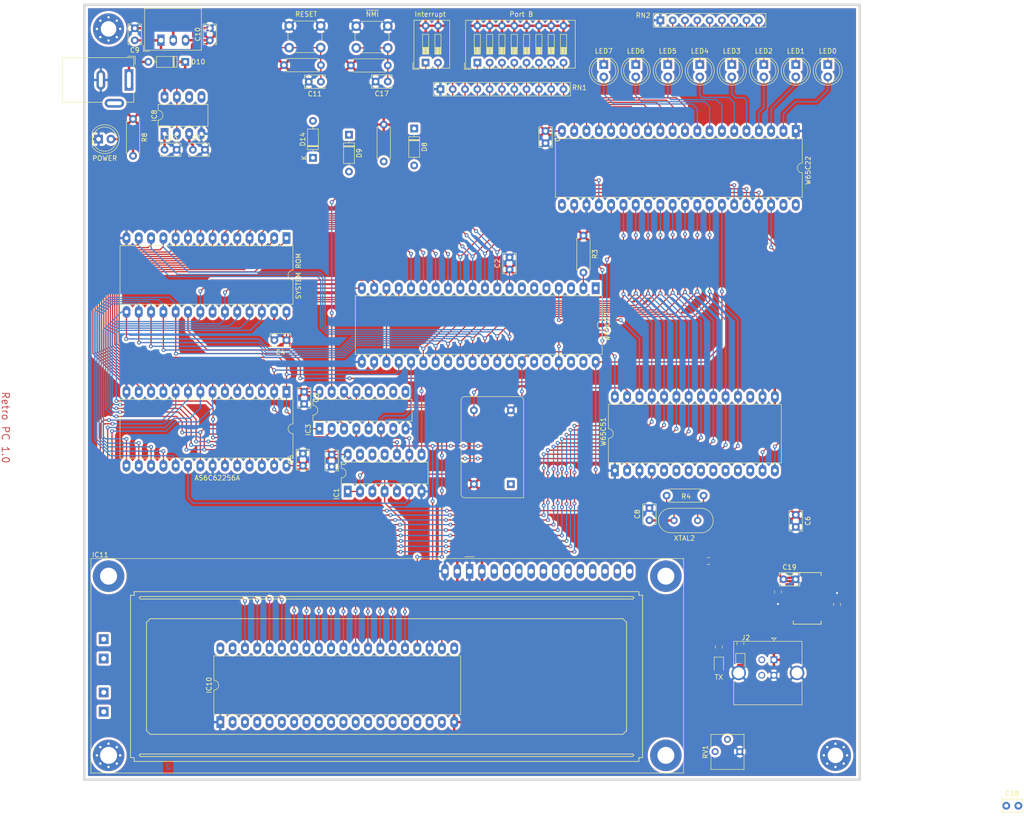
<source format=kicad_pcb>
(kicad_pcb (version 20171130) (host pcbnew "(5.1.4)-1")
  (title_block (title "Retro PC") (date 2019-10-08) (rev 1.0) (company https://www.kampis-elektroecke.de) (comment 1 "Author: Daniel Kampert"))
  (layers (0 F.Cu signal) (31 B.Cu signal) (34 B.Paste user) (35 F.Paste user) (36 B.SilkS user) (37 F.SilkS user) (38 B.Mask user) (39 F.Mask user) (44 Edge.Cuts user))
  (net 0 "")
  (net 1 GND)
  (net 2 +5V)
  (net 3 +VDC)
  (net 4 "Net-(C8-Pad1)")
  (net 5 "Net-(C12-Pad1)")
  (net 6 "Net-(D1-Pad1)")
  (net 7 /IO/PA0)
  (net 8 /IO/PA1)
  (net 9 /IO/PA2)
  (net 10 /IO/PA3)
  (net 11 /IO/PA4)
  (net 12 /IO/PA5)
  (net 13 /IO/PA6)
  (net 14 /IO/PA7)
  (net 15 "Net-(D10-Pad2)")
  (net 16 /Processor/~IRQ_ACIA)
  (net 17 /Processor/~IRQ_VIA_1)
  (net 18 /IO/~NMI)
  (net 19 "Net-(IC1-Pad3)")
  (net 20 /IO/CB2)
  (net 21 /IO/CB1)
  (net 22 /IO/PB7)
  (net 23 /IO/PB6)
  (net 24 /IO/PB5)
  (net 25 /IO/PB4)
  (net 26 /IO/PB3)
  (net 27 /IO/PB2)
  (net 28 /IO/PB1)
  (net 29 /IO/PB0)
  (net 30 /Processor/~CS_VIA_1)
  (net 31 /USB/CTS)
  (net 32 /USB/RxD)
  (net 33 /Processor/CTS)
  (net 34 /Processor/ModemReady)
  (net 35 /Processor/RxD)
  (net 36 /Processor/~CS_ACIA)
  (net 37 /USB/D-)
  (net 38 /USB/D+)
  (net 39 "Net-(C11-Pad1)")
  (net 40 "Net-(C13-Pad1)")
  (net 41 "Net-(C14-Pad2)")
  (net 42 "Net-(D11-Pad1)")
  (net 43 "Net-(D12-Pad1)")
  (net 44 "Net-(IC1-Pad8)")
  (net 45 "Net-(IC1-Pad6)")
  (net 46 "Net-(IC7-Pad7)")
  (net 47 "Net-(D0-Pad1)")
  (net 48 "Net-(D2-Pad1)")
  (net 49 "Net-(D3-Pad1)")
  (net 50 "Net-(D4-Pad1)")
  (net 51 "Net-(D5-Pad1)")
  (net 52 "Net-(D6-Pad1)")
  (net 53 "Net-(D7-Pad1)")
  (net 54 "Net-(D13-Pad2)")
  (net 55 "Net-(IC9-Pad23)")
  (net 56 "Net-(IC9-Pad22)")
  (net 57 /Processor/RDY)
  (net 58 /Processor/~CS_VIA_2)
  (net 59 "Net-(IC11-Pad3)")
  (net 60 /Processor/~IRQ)
  (net 61 "Net-(IC2-Pad39)")
  (net 62 "Net-(IC2-Pad38)")
  (net 63 /Processor/BE)
  (net 64 "Net-(IC2-Pad35)")
  (net 65 /IO/R~W)
  (net 66 /Processor/SYNC)
  (net 67 "Net-(IC2-Pad5)")
  (net 68 "Net-(IC2-Pad3)")
  (net 69 /Processor/VPB)
  (net 70 "Net-(IC3-Pad7)")
  (net 71 "Net-(IC3-Pad12)")
  (net 72 "Net-(IC3-Pad11)")
  (net 73 "Net-(IC3-Pad10)")
  (net 74 "Net-(IC3-Pad9)")
  (net 75 "Net-(IC6-Pad40)")
  (net 76 "Net-(IC6-Pad39)")
  (net 77 /Processor/ACIAReady)
  (net 78 "Net-(IC7-Pad5)")
  (net 79 "Net-(IC8-Pad6)")
  (net 80 "Net-(IC9-Pad28)")
  (net 81 "Net-(IC9-Pad27)")
  (net 82 "Net-(IC9-Pad26)")
  (net 83 "Net-(IC9-Pad14)")
  (net 84 "Net-(IC9-Pad13)")
  (net 85 "Net-(IC9-Pad12)")
  (net 86 "Net-(IC9-Pad10)")
  (net 87 "Net-(IC9-Pad9)")
  (net 88 "Net-(IC9-Pad6)")
  (net 89 "Net-(IC10-Pad40)")
  (net 90 "Net-(IC10-Pad39)")
  (net 91 "Net-(IC10-Pad19)")
  (net 92 "Net-(IC10-Pad18)")
  (net 93 "Net-(IC10-Pad17)")
  (net 94 "Net-(IC10-Pad16)")
  (net 95 "Net-(IC10-Pad15)")
  (net 96 "Net-(IC10-Pad14)")
  (net 97 "Net-(IC10-Pad13)")
  (net 98 "Net-(IC10-Pad12)")
  (net 99 "Net-(IC10-Pad11)")
  (net 100 "Net-(IC10-Pad10)")
  (net 101 "Net-(IC10-Pad9)")
  (net 102 "Net-(IC10-Pad8)")
  (net 103 "Net-(IC10-Pad7)")
  (net 104 "Net-(IC10-Pad6)")
  (net 105 "Net-(IC10-Pad5)")
  (net 106 "Net-(IC10-Pad4)")
  (net 107 "Net-(IC10-Pad3)")
  (net 108 "Net-(IC10-Pad2)")
  (net 109 /Processor/~IRQ_VIA_2)
  (net 110 "Net-(IC11-PadK2)")
  (net 111 "Net-(IC11-PadA2)")
  (net 112 "Net-(IC11-PadK1)")
  (net 113 "Net-(IC11-PadA1)")
  (net 114 "Net-(IC11-Pad4)")
  (net 115 "Net-(IC11-Pad5)")
  (net 116 "Net-(IC11-Pad6)")
  (net 117 "Net-(IC11-Pad7)")
  (net 118 "Net-(IC11-Pad8)")
  (net 119 "Net-(IC11-Pad9)")
  (net 120 "Net-(IC11-Pad10)")
  (net 121 "Net-(IC11-Pad11)")
  (net 122 "Net-(IC11-Pad12)")
  (net 123 "Net-(IC11-Pad13)")
  (net 124 "Net-(IC11-Pad14)")
  (net 125 /IO/D0)
  (net 126 /IO/A1)
  (net 127 /IO/D1)
  (net 128 /IO/A2)
  (net 129 /IO/D2)
  (net 130 /IO/A3)
  (net 131 /IO/D3)
  (net 132 /IO/A4)
  (net 133 /IO/D4)
  (net 134 /IO/A5)
  (net 135 /IO/D5)
  (net 136 /IO/A6)
  (net 137 /IO/D6)
  (net 138 /IO/A7)
  (net 139 /IO/D7)
  (net 140 /IO/A8)
  (net 141 /IO/A9)
  (net 142 /IO/A10)
  (net 143 /IO/A11)
  (net 144 /IO/A12)
  (net 145 /IO/A13)
  (net 146 /IO/A14)
  (net 147 /IO/A15)
  (net 148 "Net-(RV1-Pad3)")
  (net 149 "Net-(XTAL1-Pad1)")
  (net 150 /IO/A0)
  (net 151 /IO/1MHz)
  (net 152 /IO/~RESET)
  (module Package_DIP:DIP-40_W15.24mm_LongPads (layer F.Cu) (at 173.73 98.1585 270)
    (fp_text reference IC2 hide)
    (fp_text value W65C02 (at 7.9375 -2.419 90) (layer F.SilkS))
    (pad 40 thru_hole oval (at 15.24 0 270) (size 2.4 1.6) (drill 0.8) (layers *.Cu *.Mask) (net 152 /IO/~RESET))
    (pad 20 thru_hole oval (at 0 48.26 270) (size 2.4 1.6) (drill 0.8) (layers *.Cu *.Mask) (net 143 /IO/A11))
    (pad 39 thru_hole oval (at 15.24 2.54 270) (size 2.4 1.6) (drill 0.8) (layers *.Cu *.Mask) (net 61 "Net-(IC2-Pad39)"))
    (pad 19 thru_hole oval (at 0 45.72 270) (size 2.4 1.6) (drill 0.8) (layers *.Cu *.Mask) (net 142 /IO/A10))
    (pad 38 thru_hole oval (at 15.24 5.08 270) (size 2.4 1.6) (drill 0.8) (layers *.Cu *.Mask) (net 62 "Net-(IC2-Pad38)"))
    (pad 18 thru_hole oval (at 0 43.18 270) (size 2.4 1.6) (drill 0.8) (layers *.Cu *.Mask) (net 141 /IO/A9))
    (pad 37 thru_hole oval (at 15.24 7.62 270) (size 2.4 1.6) (drill 0.8) (layers *.Cu *.Mask) (net 151 /IO/1MHz))
    (pad 17 thru_hole oval (at 0 40.64 270) (size 2.4 1.6) (drill 0.8) (layers *.Cu *.Mask) (net 140 /IO/A8))
    (pad 36 thru_hole oval (at 15.24 10.16 270) (size 2.4 1.6) (drill 0.8) (layers *.Cu *.Mask) (net 63 /Processor/BE))
    (pad 16 thru_hole oval (at 0 38.1 270) (size 2.4 1.6) (drill 0.8) (layers *.Cu *.Mask) (net 138 /IO/A7))
    (pad 35 thru_hole oval (at 15.24 12.7 270) (size 2.4 1.6) (drill 0.8) (layers *.Cu *.Mask) (net 64 "Net-(IC2-Pad35)"))
    (pad 15 thru_hole oval (at 0 35.56 270) (size 2.4 1.6) (drill 0.8) (layers *.Cu *.Mask) (net 136 /IO/A6))
    (pad 34 thru_hole oval (at 15.24 15.24 270) (size 2.4 1.6) (drill 0.8) (layers *.Cu *.Mask) (net 65 /IO/R~W))
    (pad 14 thru_hole oval (at 0 33.02 270) (size 2.4 1.6) (drill 0.8) (layers *.Cu *.Mask) (net 134 /IO/A5))
    (pad 33 thru_hole oval (at 15.24 17.78 270) (size 2.4 1.6) (drill 0.8) (layers *.Cu *.Mask) (net 125 /IO/D0))
    (pad 13 thru_hole oval (at 0 30.48 270) (size 2.4 1.6) (drill 0.8) (layers *.Cu *.Mask) (net 132 /IO/A4))
    (pad 32 thru_hole oval (at 15.24 20.32 270) (size 2.4 1.6) (drill 0.8) (layers *.Cu *.Mask) (net 127 /IO/D1))
    (pad 12 thru_hole oval (at 0 27.94 270) (size 2.4 1.6) (drill 0.8) (layers *.Cu *.Mask) (net 130 /IO/A3))
    (pad 31 thru_hole oval (at 15.24 22.86 270) (size 2.4 1.6) (drill 0.8) (layers *.Cu *.Mask) (net 129 /IO/D2))
    (pad 11 thru_hole oval (at 0 25.4 270) (size 2.4 1.6) (drill 0.8) (layers *.Cu *.Mask) (net 128 /IO/A2))
    (pad 30 thru_hole oval (at 15.24 25.4 270) (size 2.4 1.6) (drill 0.8) (layers *.Cu *.Mask) (net 131 /IO/D3))
    (pad 10 thru_hole oval (at 0 22.86 270) (size 2.4 1.6) (drill 0.8) (layers *.Cu *.Mask) (net 126 /IO/A1))
    (pad 29 thru_hole oval (at 15.24 27.94 270) (size 2.4 1.6) (drill 0.8) (layers *.Cu *.Mask) (net 133 /IO/D4))
    (pad 9 thru_hole oval (at 0 20.32 270) (size 2.4 1.6) (drill 0.8) (layers *.Cu *.Mask) (net 150 /IO/A0))
    (pad 28 thru_hole oval (at 15.24 30.48 270) (size 2.4 1.6) (drill 0.8) (layers *.Cu *.Mask) (net 135 /IO/D5))
    (pad 8 thru_hole oval (at 0 17.78 270) (size 2.4 1.6) (drill 0.8) (layers *.Cu *.Mask) (net 2 +5V))
    (pad 27 thru_hole oval (at 15.24 33.02 270) (size 2.4 1.6) (drill 0.8) (layers *.Cu *.Mask) (net 137 /IO/D6))
    (pad 7 thru_hole oval (at 0 15.24 270) (size 2.4 1.6) (drill 0.8) (layers *.Cu *.Mask) (net 66 /Processor/SYNC))
    (pad 26 thru_hole oval (at 15.24 35.56 270) (size 2.4 1.6) (drill 0.8) (layers *.Cu *.Mask) (net 139 /IO/D7))
    (pad 6 thru_hole oval (at 0 12.7 270) (size 2.4 1.6) (drill 0.8) (layers *.Cu *.Mask) (net 18 /IO/~NMI))
    (pad 25 thru_hole oval (at 15.24 38.1 270) (size 2.4 1.6) (drill 0.8) (layers *.Cu *.Mask) (net 147 /IO/A15))
    (pad 5 thru_hole oval (at 0 10.16 270) (size 2.4 1.6) (drill 0.8) (layers *.Cu *.Mask) (net 67 "Net-(IC2-Pad5)"))
    (pad 24 thru_hole oval (at 15.24 40.64 270) (size 2.4 1.6) (drill 0.8) (layers *.Cu *.Mask) (net 146 /IO/A14))
    (pad 4 thru_hole oval (at 0 7.62 270) (size 2.4 1.6) (drill 0.8) (layers *.Cu *.Mask) (net 16 /Processor/~IRQ_ACIA))
    (pad 23 thru_hole oval (at 15.24 43.18 270) (size 2.4 1.6) (drill 0.8) (layers *.Cu *.Mask) (net 145 /IO/A13))
    (pad 3 thru_hole oval (at 0 5.08 270) (size 2.4 1.6) (drill 0.8) (layers *.Cu *.Mask) (net 68 "Net-(IC2-Pad3)"))
    (pad 22 thru_hole oval (at 15.24 45.72 270) (size 2.4 1.6) (drill 0.8) (layers *.Cu *.Mask) (net 144 /IO/A12))
    (pad 2 thru_hole oval (at 0 2.54 270) (size 2.4 1.6) (drill 0.8) (layers *.Cu *.Mask) (net 57 /Processor/RDY))
    (pad 21 thru_hole oval (at 15.24 48.26 270) (size 2.4 1.6) (drill 0.8) (layers *.Cu *.Mask) (net 1 GND))
    (pad 1 thru_hole rect (at 0 0 270) (size 2.4 1.6) (drill 0.8) (layers *.Cu *.Mask) (net 69 /Processor/VPB))
  )
  (module Potentiometer_THT:Potentiometer_Vishay_T73YP_Vertical (layer F.Cu) (at 203.454 193.853 90)
    (fp_text reference RV1 (at -0.06 -7.09 90) (layer F.SilkS))
    (fp_text value 10k)
    (pad 1 thru_hole circle (at 0 0 90) (size 1.44 1.44) (drill 0.8) (layers *.Cu *.Mask) (net 1 GND))
    (pad 2 thru_hole circle (at 2.54 -2.54 90) (size 1.44 1.44) (drill 0.8) (layers *.Cu *.Mask) (net 59 "Net-(IC11-Pad3)"))
    (pad 3 thru_hole circle (at 0 -5.08 90) (size 1.44 1.44) (drill 0.8) (layers *.Cu *.Mask) (net 148 "Net-(RV1-Pad3)"))
  )
  (module Display:LCD-016N002L (layer F.Cu) (at 147.706 156.624)
    (fp_text reference IC11 (at -76.21 -3.41 180) (layer F.SilkS))
    (fp_text value LCD-016N002L)
    (pad K2 thru_hole rect (at -75.5 29 180) (size 2 2) (drill 1) (layers *.Cu *.Mask) (net 110 "Net-(IC11-PadK2)"))
    (pad A2 thru_hole rect (at -75.5 25 180) (size 2 2) (drill 1) (layers *.Cu *.Mask) (net 111 "Net-(IC11-PadA2)"))
    (pad K1 thru_hole rect (at -75.5 18 180) (size 2 2) (drill 1) (layers *.Cu *.Mask) (net 112 "Net-(IC11-PadK1)"))
    (pad A1 thru_hole rect (at -75.5 14 180) (size 2 2) (drill 1) (layers *.Cu *.Mask) (net 113 "Net-(IC11-PadA1)"))
    (pad "" thru_hole circle (at 40.5 38 180) (size 6.5 6.5) (drill 3.5) (layers *.Cu *.Mask))
    (pad "" thru_hole circle (at 40.5 1 180) (size 6.5 6.5) (drill 3.5) (layers *.Cu *.Mask))
    (pad "" thru_hole circle (at -74.5 38 180) (size 6.5 6.5) (drill 3.5) (layers *.Cu *.Mask))
    (pad "" thru_hole circle (at -74.5 1 180) (size 6.5 6.5) (drill 3.5) (layers *.Cu *.Mask))
    (pad 16 thru_hole oval (at -5.08 0 180) (size 1.5 3) (drill 1) (layers *.Cu *.Mask) (net 1 GND))
    (pad 15 thru_hole oval (at -2.54 0 180) (size 1.5 3) (drill 1) (layers *.Cu *.Mask) (net 2 +5V))
    (pad 1 thru_hole rect (at 0 0 180) (size 1.5 3) (drill 1) (layers *.Cu *.Mask) (net 1 GND))
    (pad 2 thru_hole oval (at 2.54 0 180) (size 1.5 3) (drill 1) (layers *.Cu *.Mask) (net 2 +5V))
    (pad 3 thru_hole oval (at 5.08 0 180) (size 1.5 3) (drill 1) (layers *.Cu *.Mask) (net 59 "Net-(IC11-Pad3)"))
    (pad 4 thru_hole oval (at 7.62 0 180) (size 1.5 3) (drill 1) (layers *.Cu *.Mask) (net 114 "Net-(IC11-Pad4)"))
    (pad 5 thru_hole oval (at 10.16 0 180) (size 1.5 3) (drill 1) (layers *.Cu *.Mask) (net 115 "Net-(IC11-Pad5)"))
    (pad 6 thru_hole oval (at 12.7 0 180) (size 1.5 3) (drill 1) (layers *.Cu *.Mask) (net 116 "Net-(IC11-Pad6)"))
    (pad 7 thru_hole oval (at 15.24 0 180) (size 1.5 3) (drill 1) (layers *.Cu *.Mask) (net 117 "Net-(IC11-Pad7)"))
    (pad 8 thru_hole oval (at 17.78 0 180) (size 1.5 3) (drill 1) (layers *.Cu *.Mask) (net 118 "Net-(IC11-Pad8)"))
    (pad 9 thru_hole oval (at 20.32 0 180) (size 1.5 3) (drill 1) (layers *.Cu *.Mask) (net 119 "Net-(IC11-Pad9)"))
    (pad 10 thru_hole oval (at 22.86 0 180) (size 1.5 3) (drill 1) (layers *.Cu *.Mask) (net 120 "Net-(IC11-Pad10)"))
    (pad 11 thru_hole oval (at 25.4 0 180) (size 1.5 3) (drill 1) (layers *.Cu *.Mask) (net 121 "Net-(IC11-Pad11)"))
    (pad 12 thru_hole oval (at 27.94 0 180) (size 1.5 3) (drill 1) (layers *.Cu *.Mask) (net 122 "Net-(IC11-Pad12)"))
    (pad 13 thru_hole oval (at 30.48 0 180) (size 1.5 3) (drill 1) (layers *.Cu *.Mask) (net 123 "Net-(IC11-Pad13)"))
    (pad 14 thru_hole oval (at 33.02 0 180) (size 1.5 3) (drill 1) (layers *.Cu *.Mask) (net 124 "Net-(IC11-Pad14)"))
  )
  (module Package_DIP:DIP-40_W15.24mm_LongPads (layer F.Cu) (at 96.266 187.757 90)
    (fp_text reference IC10 (at 7.62 -2.33 90) (layer F.SilkS))
    (fp_text value W65C22)
    (pad 40 thru_hole oval (at 15.24 0 90) (size 2.4 1.6) (drill 0.8) (layers *.Cu *.Mask) (net 89 "Net-(IC10-Pad40)"))
    (pad 20 thru_hole oval (at 0 48.26 90) (size 2.4 1.6) (drill 0.8) (layers *.Cu *.Mask) (net 2 +5V))
    (pad 39 thru_hole oval (at 15.24 2.54 90) (size 2.4 1.6) (drill 0.8) (layers *.Cu *.Mask) (net 90 "Net-(IC10-Pad39)"))
    (pad 19 thru_hole oval (at 0 45.72 90) (size 2.4 1.6) (drill 0.8) (layers *.Cu *.Mask) (net 91 "Net-(IC10-Pad19)"))
    (pad 38 thru_hole oval (at 15.24 5.08 90) (size 2.4 1.6) (drill 0.8) (layers *.Cu *.Mask) (net 150 /IO/A0))
    (pad 18 thru_hole oval (at 0 43.18 90) (size 2.4 1.6) (drill 0.8) (layers *.Cu *.Mask) (net 92 "Net-(IC10-Pad18)"))
    (pad 37 thru_hole oval (at 15.24 7.62 90) (size 2.4 1.6) (drill 0.8) (layers *.Cu *.Mask) (net 126 /IO/A1))
    (pad 17 thru_hole oval (at 0 40.64 90) (size 2.4 1.6) (drill 0.8) (layers *.Cu *.Mask) (net 93 "Net-(IC10-Pad17)"))
    (pad 36 thru_hole oval (at 15.24 10.16 90) (size 2.4 1.6) (drill 0.8) (layers *.Cu *.Mask) (net 128 /IO/A2))
    (pad 16 thru_hole oval (at 0 38.1 90) (size 2.4 1.6) (drill 0.8) (layers *.Cu *.Mask) (net 94 "Net-(IC10-Pad16)"))
    (pad 35 thru_hole oval (at 15.24 12.7 90) (size 2.4 1.6) (drill 0.8) (layers *.Cu *.Mask) (net 130 /IO/A3))
    (pad 15 thru_hole oval (at 0 35.56 90) (size 2.4 1.6) (drill 0.8) (layers *.Cu *.Mask) (net 95 "Net-(IC10-Pad15)"))
    (pad 34 thru_hole oval (at 15.24 15.24 90) (size 2.4 1.6) (drill 0.8) (layers *.Cu *.Mask) (net 152 /IO/~RESET))
    (pad 14 thru_hole oval (at 0 33.02 90) (size 2.4 1.6) (drill 0.8) (layers *.Cu *.Mask) (net 96 "Net-(IC10-Pad14)"))
    (pad 33 thru_hole oval (at 15.24 17.78 90) (size 2.4 1.6) (drill 0.8) (layers *.Cu *.Mask) (net 125 /IO/D0))
    (pad 13 thru_hole oval (at 0 30.48 90) (size 2.4 1.6) (drill 0.8) (layers *.Cu *.Mask) (net 97 "Net-(IC10-Pad13)"))
    (pad 32 thru_hole oval (at 15.24 20.32 90) (size 2.4 1.6) (drill 0.8) (layers *.Cu *.Mask) (net 127 /IO/D1))
    (pad 12 thru_hole oval (at 0 27.94 90) (size 2.4 1.6) (drill 0.8) (layers *.Cu *.Mask) (net 98 "Net-(IC10-Pad12)"))
    (pad 31 thru_hole oval (at 15.24 22.86 90) (size 2.4 1.6) (drill 0.8) (layers *.Cu *.Mask) (net 129 /IO/D2))
    (pad 11 thru_hole oval (at 0 25.4 90) (size 2.4 1.6) (drill 0.8) (layers *.Cu *.Mask) (net 99 "Net-(IC10-Pad11)"))
    (pad 30 thru_hole oval (at 15.24 25.4 90) (size 2.4 1.6) (drill 0.8) (layers *.Cu *.Mask) (net 131 /IO/D3))
    (pad 10 thru_hole oval (at 0 22.86 90) (size 2.4 1.6) (drill 0.8) (layers *.Cu *.Mask) (net 100 "Net-(IC10-Pad10)"))
    (pad 29 thru_hole oval (at 15.24 27.94 90) (size 2.4 1.6) (drill 0.8) (layers *.Cu *.Mask) (net 133 /IO/D4))
    (pad 9 thru_hole oval (at 0 20.32 90) (size 2.4 1.6) (drill 0.8) (layers *.Cu *.Mask) (net 101 "Net-(IC10-Pad9)"))
    (pad 28 thru_hole oval (at 15.24 30.48 90) (size 2.4 1.6) (drill 0.8) (layers *.Cu *.Mask) (net 135 /IO/D5))
    (pad 8 thru_hole oval (at 0 17.78 90) (size 2.4 1.6) (drill 0.8) (layers *.Cu *.Mask) (net 102 "Net-(IC10-Pad8)"))
    (pad 27 thru_hole oval (at 15.24 33.02 90) (size 2.4 1.6) (drill 0.8) (layers *.Cu *.Mask) (net 137 /IO/D6))
    (pad 7 thru_hole oval (at 0 15.24 90) (size 2.4 1.6) (drill 0.8) (layers *.Cu *.Mask) (net 103 "Net-(IC10-Pad7)"))
    (pad 26 thru_hole oval (at 15.24 35.56 90) (size 2.4 1.6) (drill 0.8) (layers *.Cu *.Mask) (net 139 /IO/D7))
    (pad 6 thru_hole oval (at 0 12.7 90) (size 2.4 1.6) (drill 0.8) (layers *.Cu *.Mask) (net 104 "Net-(IC10-Pad6)"))
    (pad 25 thru_hole oval (at 15.24 38.1 90) (size 2.4 1.6) (drill 0.8) (layers *.Cu *.Mask) (net 151 /IO/1MHz))
    (pad 5 thru_hole oval (at 0 10.16 90) (size 2.4 1.6) (drill 0.8) (layers *.Cu *.Mask) (net 105 "Net-(IC10-Pad5)"))
    (pad 24 thru_hole oval (at 15.24 40.64 90) (size 2.4 1.6) (drill 0.8) (layers *.Cu *.Mask) (net 58 /Processor/~CS_VIA_2))
    (pad 4 thru_hole oval (at 0 7.62 90) (size 2.4 1.6) (drill 0.8) (layers *.Cu *.Mask) (net 106 "Net-(IC10-Pad4)"))
    (pad 23 thru_hole oval (at 15.24 43.18 90) (size 2.4 1.6) (drill 0.8) (layers *.Cu *.Mask) (net 1 GND))
    (pad 3 thru_hole oval (at 0 5.08 90) (size 2.4 1.6) (drill 0.8) (layers *.Cu *.Mask) (net 107 "Net-(IC10-Pad3)"))
    (pad 22 thru_hole oval (at 15.24 45.72 90) (size 2.4 1.6) (drill 0.8) (layers *.Cu *.Mask) (net 65 /IO/R~W))
    (pad 2 thru_hole oval (at 0 2.54 90) (size 2.4 1.6) (drill 0.8) (layers *.Cu *.Mask) (net 108 "Net-(IC10-Pad2)"))
    (pad 21 thru_hole oval (at 15.24 48.26 90) (size 2.4 1.6) (drill 0.8) (layers *.Cu *.Mask) (net 109 /Processor/~IRQ_VIA_2))
    (pad 1 thru_hole rect (at 0 0 90) (size 2.4 1.6) (drill 0.8) (layers *.Cu *.Mask) (net 1 GND))
  )
  (module Capacitor_THT:C_Rect_L4.0mm_W2.5mm_P2.50mm (layer F.Cu) (at 212.471 158.269)
    (fp_text reference C19 (at 1.25 -2.5) (layer F.SilkS))
    (fp_text value 100nF)
    (pad 2 thru_hole circle (at 2.5 0) (size 1.6 1.6) (drill 0.8) (layers *.Cu *.Mask) (net 1 GND))
    (pad 1 thru_hole circle (at 0 0) (size 1.6 1.6) (drill 0.8) (layers *.Cu *.Mask) (net 2 +5V))
  )
  (module Capacitor_THT:C_Rect_L4.0mm_W2.5mm_P2.50mm (layer F.Cu) (at 258.445 205.029)
    (fp_text reference C18 (at 1.25 -2.5) (layer F.SilkS))
    (fp_text value 100nF)
    (pad 2 thru_hole circle (at 2.5 0) (size 1.6 1.6) (drill 0.8) (layers *.Cu *.Mask) (net 1 GND))
    (pad 1 thru_hole circle (at 0 0) (size 1.6 1.6) (drill 0.8) (layers *.Cu *.Mask) (net 2 +5V))
  )
  (module Capacitor_THT:C_Rect_L4.0mm_W2.5mm_P2.50mm (layer F.Cu) (at 130.8227 55.4992 180)
    (fp_text reference C17 (at 1.25 -2.5) (layer F.SilkS))
    (fp_text value 100nF)
    (pad 2 thru_hole circle (at 2.5 0 180) (size 1.6 1.6) (drill 0.8) (layers *.Cu *.Mask) (net 1 GND))
    (pad 1 thru_hole circle (at 0 0 180) (size 1.6 1.6) (drill 0.8) (layers *.Cu *.Mask) (net 18 /IO/~NMI))
  )
  (module Capacitor_THT:C_Rect_L4.0mm_W2.5mm_P2.50mm (layer F.Cu) (at 84.7596 69.5835)
    (fp_text reference C13 (at 1.25 -2.5) (layer F.SilkS))
    (fp_text value 100nF)
    (pad 2 thru_hole circle (at 2.5 0) (size 1.6 1.6) (drill 0.8) (layers *.Cu *.Mask) (net 1 GND))
    (pad 1 thru_hole circle (at 0 0) (size 1.6 1.6) (drill 0.8) (layers *.Cu *.Mask) (net 40 "Net-(C13-Pad1)"))
  )
  (module Capacitor_THT:C_Rect_L4.0mm_W2.5mm_P2.50mm (layer F.Cu) (at 90.6016 69.5835)
    (fp_text reference C12 (at 1.25 -2.5) (layer F.SilkS))
    (fp_text value 100nF)
    (pad 2 thru_hole circle (at 2.5 0) (size 1.6 1.6) (drill 0.8) (layers *.Cu *.Mask) (net 1 GND))
    (pad 1 thru_hole circle (at 0 0) (size 1.6 1.6) (drill 0.8) (layers *.Cu *.Mask) (net 5 "Net-(C12-Pad1)"))
  )
  (module Capacitor_THT:C_Rect_L4.0mm_W2.5mm_P2.50mm (layer F.Cu) (at 117.0178 55.5373 180)
    (fp_text reference C11 (at 1.25 -2.5) (layer F.SilkS))
    (fp_text value 100nF)
    (pad 2 thru_hole circle (at 2.5 0 180) (size 1.6 1.6) (drill 0.8) (layers *.Cu *.Mask) (net 1 GND))
    (pad 1 thru_hole circle (at 0 0 180) (size 1.6 1.6) (drill 0.8) (layers *.Cu *.Mask) (net 39 "Net-(C11-Pad1)"))
  )
  (module Capacitor_THT:C_Rect_L4.0mm_W2.5mm_P2.50mm (layer F.Cu) (at 94.107 46.99 90)
    (fp_text reference C10 (at 1.25 -2.5 90) (layer F.SilkS))
    (fp_text value 100nF)
    (pad 2 thru_hole circle (at 2.5 0 90) (size 1.6 1.6) (drill 0.8) (layers *.Cu *.Mask) (net 1 GND))
    (pad 1 thru_hole circle (at 0 0 90) (size 1.6 1.6) (drill 0.8) (layers *.Cu *.Mask) (net 2 +5V))
  )
  (module Capacitor_THT:C_Rect_L4.0mm_W2.5mm_P2.50mm (layer F.Cu) (at 184.80958 146.06822 90)
    (fp_text reference C8 (at 1.25 -2.5 90) (layer F.SilkS))
    (fp_text value 100nF)
    (pad 2 thru_hole circle (at 2.5 0 90) (size 1.6 1.6) (drill 0.8) (layers *.Cu *.Mask) (net 1 GND))
    (pad 1 thru_hole circle (at 0 0 90) (size 1.6 1.6) (drill 0.8) (layers *.Cu *.Mask) (net 4 "Net-(C8-Pad1)"))
  )
  (module Capacitor_THT:C_Rect_L4.0mm_W2.5mm_P2.50mm (layer F.Cu) (at 163.3728 65.71 270)
    (fp_text reference C7 (at 1.25 -2.5 90) (layer F.SilkS))
    (fp_text value 100nF)
    (pad 2 thru_hole circle (at 2.5 0 270) (size 1.6 1.6) (drill 0.8) (layers *.Cu *.Mask) (net 1 GND))
    (pad 1 thru_hole circle (at 0 0 270) (size 1.6 1.6) (drill 0.8) (layers *.Cu *.Mask) (net 2 +5V))
  )
  (module Capacitor_THT:C_Rect_L4.0mm_W2.5mm_P2.50mm (layer F.Cu) (at 215.011 144.958 270)
    (fp_text reference C6 (at 1.25 -2.5 90) (layer F.SilkS))
    (fp_text value 100nF)
    (pad 2 thru_hole circle (at 2.5 0 270) (size 1.6 1.6) (drill 0.8) (layers *.Cu *.Mask) (net 1 GND))
    (pad 1 thru_hole circle (at 0 0 270) (size 1.6 1.6) (drill 0.8) (layers *.Cu *.Mask) (net 2 +5V))
  )
  (module Capacitor_THT:C_Rect_L4.0mm_W2.5mm_P2.50mm (layer F.Cu) (at 113.3094 134.812 90)
    (fp_text reference C5 (at 1.25 -2.5 90) (layer F.SilkS))
    (fp_text value 100nF)
    (pad 2 thru_hole circle (at 2.5 0 90) (size 1.6 1.6) (drill 0.8) (layers *.Cu *.Mask) (net 1 GND))
    (pad 1 thru_hole circle (at 0 0 90) (size 1.6 1.6) (drill 0.8) (layers *.Cu *.Mask) (net 2 +5V))
  )
  (module Capacitor_THT:C_Rect_L4.0mm_W2.5mm_P2.50mm (layer F.Cu) (at 109.9185 108.89 180)
    (fp_text reference C4 (at 1.25 -2.5) (layer F.SilkS))
    (fp_text value 100nF)
    (pad 2 thru_hole circle (at 2.5 0 180) (size 1.6 1.6) (drill 0.8) (layers *.Cu *.Mask) (net 1 GND))
    (pad 1 thru_hole circle (at 0 0 180) (size 1.6 1.6) (drill 0.8) (layers *.Cu *.Mask) (net 2 +5V))
  )
  (module Capacitor_THT:C_Rect_L4.0mm_W2.5mm_P2.50mm (layer F.Cu) (at 113.5634 119.558 270)
    (fp_text reference C3 (at 1.25 -2.5 90) (layer F.SilkS))
    (fp_text value 100nF)
    (pad 2 thru_hole circle (at 2.5 0 270) (size 1.6 1.6) (drill 0.8) (layers *.Cu *.Mask) (net 1 GND))
    (pad 1 thru_hole circle (at 0 0 270) (size 1.6 1.6) (drill 0.8) (layers *.Cu *.Mask) (net 2 +5V))
  )
  (module Capacitor_THT:C_Rect_L4.0mm_W2.5mm_P2.50mm (layer F.Cu) (at 155.94076 94.30024 90)
    (fp_text reference C2 (at 1.25 -2.5 90) (layer F.SilkS))
    (fp_text value 100nF)
    (pad 2 thru_hole circle (at 2.5 0 90) (size 1.6 1.6) (drill 0.8) (layers *.Cu *.Mask) (net 1 GND))
    (pad 1 thru_hole circle (at 0 0 90) (size 1.6 1.6) (drill 0.8) (layers *.Cu *.Mask) (net 2 +5V))
  )
  (module Capacitor_THT:C_Rect_L4.0mm_W2.5mm_P2.50mm (layer F.Cu) (at 119.253 132.512 270)
    (fp_text reference C1 (at 1.25 -2.5 90) (layer F.SilkS))
    (fp_text value 100nF)
    (pad 2 thru_hole circle (at 2.5 0 270) (size 1.6 1.6) (drill 0.8) (layers *.Cu *.Mask) (net 1 GND))
    (pad 1 thru_hole circle (at 0 0 270) (size 1.6 1.6) (drill 0.8) (layers *.Cu *.Mask) (net 2 +5V))
  )
  (module MountingHole:MountingHole_3.2mm_M3_Pad_Via (layer F.Cu) (at 223.199 194.624)
    (fp_text reference REF** hide)
    (fp_text value MountingHole_3.2mm_M3_Pad_Via hide)
    (pad 1 thru_hole circle (at 0 0) (size 6.4 6.4) (drill 3.2) (layers *.Cu *.Mask))
    (pad 1 thru_hole circle (at 2.4 0) (size 0.8 0.8) (drill 0.5) (layers *.Cu *.Mask))
    (pad 1 thru_hole circle (at 1.697056 1.697056) (size 0.8 0.8) (drill 0.5) (layers *.Cu *.Mask))
    (pad 1 thru_hole circle (at 0 2.4) (size 0.8 0.8) (drill 0.5) (layers *.Cu *.Mask))
    (pad 1 thru_hole circle (at -1.697056 1.697056) (size 0.8 0.8) (drill 0.5) (layers *.Cu *.Mask))
    (pad 1 thru_hole circle (at -2.4 0) (size 0.8 0.8) (drill 0.5) (layers *.Cu *.Mask))
    (pad 1 thru_hole circle (at -1.697056 -1.697056) (size 0.8 0.8) (drill 0.5) (layers *.Cu *.Mask))
    (pad 1 thru_hole circle (at 0 -2.4) (size 0.8 0.8) (drill 0.5) (layers *.Cu *.Mask))
    (pad 1 thru_hole circle (at 1.697056 -1.697056) (size 0.8 0.8) (drill 0.5) (layers *.Cu *.Mask))
  )
  (module MountingHole:MountingHole_3.2mm_M3_Pad_Via (layer F.Cu) (at 73.199 44.624)
    (fp_text reference REF** hide)
    (fp_text value MountingHole_3.2mm_M3_Pad_Via hide)
    (pad 1 thru_hole circle (at 1.697056 -1.697056) (size 0.8 0.8) (drill 0.5) (layers *.Cu *.Mask))
    (pad 1 thru_hole circle (at 0 -2.4) (size 0.8 0.8) (drill 0.5) (layers *.Cu *.Mask))
    (pad 1 thru_hole circle (at -1.697056 -1.697056) (size 0.8 0.8) (drill 0.5) (layers *.Cu *.Mask))
    (pad 1 thru_hole circle (at -2.4 0) (size 0.8 0.8) (drill 0.5) (layers *.Cu *.Mask))
    (pad 1 thru_hole circle (at -1.697056 1.697056) (size 0.8 0.8) (drill 0.5) (layers *.Cu *.Mask))
    (pad 1 thru_hole circle (at 0 2.4) (size 0.8 0.8) (drill 0.5) (layers *.Cu *.Mask))
    (pad 1 thru_hole circle (at 1.697056 1.697056) (size 0.8 0.8) (drill 0.5) (layers *.Cu *.Mask))
    (pad 1 thru_hole circle (at 2.4 0) (size 0.8 0.8) (drill 0.5) (layers *.Cu *.Mask))
    (pad 1 thru_hole circle (at 0 0) (size 6.4 6.4) (drill 3.2) (layers *.Cu *.Mask))
  )
  (module MountingHole:MountingHole_3.2mm_M3_Pad_Via (layer F.Cu) (at 73.199 194.624)
    (fp_text reference REF** hide)
    (fp_text value MountingHole_3.2mm_M3_Pad_Via hide)
    (pad 1 thru_hole circle (at 1.697056 -1.697056) (size 0.8 0.8) (drill 0.5) (layers *.Cu *.Mask))
    (pad 1 thru_hole circle (at 0 -2.4) (size 0.8 0.8) (drill 0.5) (layers *.Cu *.Mask))
    (pad 1 thru_hole circle (at -1.697056 -1.697056) (size 0.8 0.8) (drill 0.5) (layers *.Cu *.Mask))
    (pad 1 thru_hole circle (at -2.4 0) (size 0.8 0.8) (drill 0.5) (layers *.Cu *.Mask))
    (pad 1 thru_hole circle (at -1.697056 1.697056) (size 0.8 0.8) (drill 0.5) (layers *.Cu *.Mask))
    (pad 1 thru_hole circle (at 0 2.4) (size 0.8 0.8) (drill 0.5) (layers *.Cu *.Mask))
    (pad 1 thru_hole circle (at 1.697056 1.697056) (size 0.8 0.8) (drill 0.5) (layers *.Cu *.Mask))
    (pad 1 thru_hole circle (at 2.4 0) (size 0.8 0.8) (drill 0.5) (layers *.Cu *.Mask))
    (pad 1 thru_hole circle (at 0 0) (size 6.4 6.4) (drill 3.2) (layers *.Cu *.Mask))
  )
  (module Package_SO:SSOP-28_5.3x10.2mm_P0.65mm (layer F.Cu) (at 217.3732 162.2044)
    (fp_text reference IC9 hide)
    (fp_text value FT232RL)
    (pad 28 smd rect (at 3.6 -4.225) (size 1.75 0.45) (layers F.Cu F.Paste F.Mask) (net 80 "Net-(IC9-Pad28)"))
    (pad 27 smd rect (at 3.6 -3.575) (size 1.75 0.45) (layers F.Cu F.Paste F.Mask) (net 81 "Net-(IC9-Pad27)"))
    (pad 26 smd rect (at 3.6 -2.925) (size 1.75 0.45) (layers F.Cu F.Paste F.Mask) (net 82 "Net-(IC9-Pad26)"))
    (pad 25 smd rect (at 3.6 -2.275) (size 1.75 0.45) (layers F.Cu F.Paste F.Mask) (net 1 GND))
    (pad 24 smd rect (at 3.6 -1.625) (size 1.75 0.45) (layers F.Cu F.Paste F.Mask))
    (pad 23 smd rect (at 3.6 -0.975) (size 1.75 0.45) (layers F.Cu F.Paste F.Mask) (net 55 "Net-(IC9-Pad23)"))
    (pad 22 smd rect (at 3.6 -0.325) (size 1.75 0.45) (layers F.Cu F.Paste F.Mask) (net 56 "Net-(IC9-Pad22)"))
    (pad 21 smd rect (at 3.6 0.325) (size 1.75 0.45) (layers F.Cu F.Paste F.Mask) (net 1 GND))
    (pad 20 smd rect (at 3.6 0.975) (size 1.75 0.45) (layers F.Cu F.Paste F.Mask) (net 2 +5V))
    (pad 19 smd rect (at 3.6 1.625) (size 1.75 0.45) (layers F.Cu F.Paste F.Mask) (net 152 /IO/~RESET))
    (pad 18 smd rect (at 3.6 2.275) (size 1.75 0.45) (layers F.Cu F.Paste F.Mask) (net 1 GND))
    (pad 17 smd rect (at 3.6 2.925) (size 1.75 0.45) (layers F.Cu F.Paste F.Mask) (net 41 "Net-(C14-Pad2)"))
    (pad 16 smd rect (at 3.6 3.575) (size 1.75 0.45) (layers F.Cu F.Paste F.Mask) (net 37 /USB/D-))
    (pad 15 smd rect (at 3.6 4.225) (size 1.75 0.45) (layers F.Cu F.Paste F.Mask) (net 38 /USB/D+))
    (pad 14 smd rect (at -3.6 4.225) (size 1.75 0.45) (layers F.Cu F.Paste F.Mask) (net 83 "Net-(IC9-Pad14)"))
    (pad 13 smd rect (at -3.6 3.575) (size 1.75 0.45) (layers F.Cu F.Paste F.Mask) (net 84 "Net-(IC9-Pad13)"))
    (pad 12 smd rect (at -3.6 2.925) (size 1.75 0.45) (layers F.Cu F.Paste F.Mask) (net 85 "Net-(IC9-Pad12)"))
    (pad 11 smd rect (at -3.6 2.275) (size 1.75 0.45) (layers F.Cu F.Paste F.Mask) (net 31 /USB/CTS))
    (pad 10 smd rect (at -3.6 1.625) (size 1.75 0.45) (layers F.Cu F.Paste F.Mask) (net 86 "Net-(IC9-Pad10)"))
    (pad 9 smd rect (at -3.6 0.975) (size 1.75 0.45) (layers F.Cu F.Paste F.Mask) (net 87 "Net-(IC9-Pad9)"))
    (pad 8 smd rect (at -3.6 0.325) (size 1.75 0.45) (layers F.Cu F.Paste F.Mask))
    (pad 7 smd rect (at -3.6 -0.325) (size 1.75 0.45) (layers F.Cu F.Paste F.Mask) (net 1 GND))
    (pad 6 smd rect (at -3.6 -0.975) (size 1.75 0.45) (layers F.Cu F.Paste F.Mask) (net 88 "Net-(IC9-Pad6)"))
    (pad 5 smd rect (at -3.6 -1.625) (size 1.75 0.45) (layers F.Cu F.Paste F.Mask) (net 32 /USB/RxD))
    (pad 4 smd rect (at -3.6 -2.275) (size 1.75 0.45) (layers F.Cu F.Paste F.Mask) (net 2 +5V))
    (pad 3 smd rect (at -3.6 -2.925) (size 1.75 0.45) (layers F.Cu F.Paste F.Mask) (net 33 /Processor/CTS))
    (pad 2 smd rect (at -3.6 -3.575) (size 1.75 0.45) (layers F.Cu F.Paste F.Mask) (net 34 /Processor/ModemReady))
    (pad 1 smd rect (at -3.6 -4.225) (size 1.75 0.45) (layers F.Cu F.Paste F.Mask) (net 35 /Processor/RxD))
  )
  (module Button_Switch_THT:SW_PUSH_6mm_H4.3mm (layer F.Cu) (at 124.3203 44.0565)
    (fp_text reference SW4 hide)
    (fp_text value ~NMI (at 3.3147 -2.4565) (layer F.SilkS))
    (pad 1 thru_hole circle (at 6.5 0 90) (size 2 2) (drill 1.1) (layers *.Cu *.Mask) (net 1 GND))
    (pad 2 thru_hole circle (at 6.5 4.5 90) (size 2 2) (drill 1.1) (layers *.Cu *.Mask) (net 18 /IO/~NMI))
    (pad 1 thru_hole circle (at 0 0 90) (size 2 2) (drill 1.1) (layers *.Cu *.Mask) (net 1 GND))
    (pad 2 thru_hole circle (at 0 4.5 90) (size 2 2) (drill 1.1) (layers *.Cu *.Mask) (net 18 /IO/~NMI))
  )
  (module Resistor_THT:R_Axial_DIN0207_L6.3mm_D2.5mm_P7.62mm_Horizontal (layer F.Cu) (at 123.2027 52.1718)
    (fp_text reference R9 hide)
    (fp_text value 10k)
    (pad 2 thru_hole oval (at 7.62 0) (size 1.6 1.6) (drill 0.8) (layers *.Cu *.Mask) (net 18 /IO/~NMI))
    (pad 1 thru_hole circle (at 0 0) (size 1.6 1.6) (drill 0.8) (layers *.Cu *.Mask) (net 2 +5V))
  )
  (module Resistor_THT:R_Axial_DIN0207_L6.3mm_D2.5mm_P7.62mm_Horizontal (layer F.Cu) (at 78.2574 63.2208 270)
    (fp_text reference R8 (at 3.81 -2.37 90) (layer F.SilkS))
    (fp_text value 470)
    (pad 2 thru_hole oval (at 7.62 0 270) (size 1.6 1.6) (drill 0.8) (layers *.Cu *.Mask) (net 54 "Net-(D13-Pad2)"))
    (pad 1 thru_hole circle (at 0 0 270) (size 1.6 1.6) (drill 0.8) (layers *.Cu *.Mask) (net 2 +5V))
  )
  (module LED_THT:LED_D5.0mm (layer F.Cu) (at 71.1454 67.3864)
    (fp_text reference D13 hide)
    (fp_text value POWER (at 1.27 3.96) (layer F.SilkS))
    (pad 2 thru_hole circle (at 2.54 0) (size 1.8 1.8) (drill 0.9) (layers *.Cu *.Mask) (net 54 "Net-(D13-Pad2)"))
    (pad 1 thru_hole rect (at 0 0) (size 1.8 1.8) (drill 0.9) (layers *.Cu *.Mask) (net 1 GND))
  )
  (module Package_DIP:DIP-28_W15.24mm_LongPads (layer F.Cu) (at 109.9185 87.8205 270)
    (fp_text reference IC4 hide)
    (fp_text value "SYSTEM ROM" (at 7.8615 -2.4765 90) (layer F.SilkS))
    (pad 28 thru_hole oval (at 15.24 0 270) (size 2.4 1.6) (drill 0.8) (layers *.Cu *.Mask) (net 2 +5V))
    (pad 14 thru_hole oval (at 0 33.02 270) (size 2.4 1.6) (drill 0.8) (layers *.Cu *.Mask) (net 1 GND))
    (pad 27 thru_hole oval (at 15.24 2.54 270) (size 2.4 1.6) (drill 0.8) (layers *.Cu *.Mask) (net 2 +5V))
    (pad 13 thru_hole oval (at 0 30.48 270) (size 2.4 1.6) (drill 0.8) (layers *.Cu *.Mask) (net 129 /IO/D2))
    (pad 26 thru_hole oval (at 15.24 5.08 270) (size 2.4 1.6) (drill 0.8) (layers *.Cu *.Mask) (net 145 /IO/A13))
    (pad 12 thru_hole oval (at 0 27.94 270) (size 2.4 1.6) (drill 0.8) (layers *.Cu *.Mask) (net 127 /IO/D1))
    (pad 25 thru_hole oval (at 15.24 7.62 270) (size 2.4 1.6) (drill 0.8) (layers *.Cu *.Mask) (net 140 /IO/A8))
    (pad 11 thru_hole oval (at 0 25.4 270) (size 2.4 1.6) (drill 0.8) (layers *.Cu *.Mask) (net 125 /IO/D0))
    (pad 24 thru_hole oval (at 15.24 10.16 270) (size 2.4 1.6) (drill 0.8) (layers *.Cu *.Mask) (net 141 /IO/A9))
    (pad 10 thru_hole oval (at 0 22.86 270) (size 2.4 1.6) (drill 0.8) (layers *.Cu *.Mask) (net 150 /IO/A0))
    (pad 23 thru_hole oval (at 15.24 12.7 270) (size 2.4 1.6) (drill 0.8) (layers *.Cu *.Mask) (net 143 /IO/A11))
    (pad 9 thru_hole oval (at 0 20.32 270) (size 2.4 1.6) (drill 0.8) (layers *.Cu *.Mask) (net 126 /IO/A1))
    (pad 22 thru_hole oval (at 15.24 15.24 270) (size 2.4 1.6) (drill 0.8) (layers *.Cu *.Mask) (net 1 GND))
    (pad 8 thru_hole oval (at 0 17.78 270) (size 2.4 1.6) (drill 0.8) (layers *.Cu *.Mask) (net 128 /IO/A2))
    (pad 21 thru_hole oval (at 15.24 17.78 270) (size 2.4 1.6) (drill 0.8) (layers *.Cu *.Mask) (net 142 /IO/A10))
    (pad 7 thru_hole oval (at 0 15.24 270) (size 2.4 1.6) (drill 0.8) (layers *.Cu *.Mask) (net 130 /IO/A3))
    (pad 20 thru_hole oval (at 15.24 20.32 270) (size 2.4 1.6) (drill 0.8) (layers *.Cu *.Mask) (net 44 "Net-(IC1-Pad8)"))
    (pad 6 thru_hole oval (at 0 12.7 270) (size 2.4 1.6) (drill 0.8) (layers *.Cu *.Mask) (net 132 /IO/A4))
    (pad 19 thru_hole oval (at 15.24 22.86 270) (size 2.4 1.6) (drill 0.8) (layers *.Cu *.Mask) (net 139 /IO/D7))
    (pad 5 thru_hole oval (at 0 10.16 270) (size 2.4 1.6) (drill 0.8) (layers *.Cu *.Mask) (net 134 /IO/A5))
    (pad 18 thru_hole oval (at 15.24 25.4 270) (size 2.4 1.6) (drill 0.8) (layers *.Cu *.Mask) (net 137 /IO/D6))
    (pad 4 thru_hole oval (at 0 7.62 270) (size 2.4 1.6) (drill 0.8) (layers *.Cu *.Mask) (net 136 /IO/A6))
    (pad 17 thru_hole oval (at 15.24 27.94 270) (size 2.4 1.6) (drill 0.8) (layers *.Cu *.Mask) (net 135 /IO/D5))
    (pad 3 thru_hole oval (at 0 5.08 270) (size 2.4 1.6) (drill 0.8) (layers *.Cu *.Mask) (net 138 /IO/A7))
    (pad 16 thru_hole oval (at 15.24 30.48 270) (size 2.4 1.6) (drill 0.8) (layers *.Cu *.Mask) (net 133 /IO/D4))
    (pad 2 thru_hole oval (at 0 2.54 270) (size 2.4 1.6) (drill 0.8) (layers *.Cu *.Mask) (net 144 /IO/A12))
    (pad 15 thru_hole oval (at 15.24 33.02 270) (size 2.4 1.6) (drill 0.8) (layers *.Cu *.Mask) (net 131 /IO/D3))
    (pad 1 thru_hole rect (at 0 0 270) (size 2.4 1.6) (drill 0.8) (layers *.Cu *.Mask) (net 146 /IO/A14))
  )
  (module Package_DIP:DIP-14_W7.62mm_LongPads (layer F.Cu) (at 122.555 140.132 90)
    (fp_text reference IC1 (at -0.508 -2.33 90) (layer F.SilkS))
    (fp_text value 74HC00)
    (pad 14 thru_hole oval (at 7.62 0 90) (size 2.4 1.6) (drill 0.8) (layers *.Cu *.Mask) (net 2 +5V))
    (pad 7 thru_hole oval (at 0 15.24 90) (size 2.4 1.6) (drill 0.8) (layers *.Cu *.Mask) (net 1 GND))
    (pad 13 thru_hole oval (at 7.62 2.54 90) (size 2.4 1.6) (drill 0.8) (layers *.Cu *.Mask))
    (pad 6 thru_hole oval (at 0 12.7 90) (size 2.4 1.6) (drill 0.8) (layers *.Cu *.Mask) (net 45 "Net-(IC1-Pad6)"))
    (pad 12 thru_hole oval (at 7.62 5.08 90) (size 2.4 1.6) (drill 0.8) (layers *.Cu *.Mask))
    (pad 5 thru_hole oval (at 0 10.16 90) (size 2.4 1.6) (drill 0.8) (layers *.Cu *.Mask) (net 19 "Net-(IC1-Pad3)"))
    (pad 11 thru_hole oval (at 7.62 7.62 90) (size 2.4 1.6) (drill 0.8) (layers *.Cu *.Mask))
    (pad 4 thru_hole oval (at 0 7.62 90) (size 2.4 1.6) (drill 0.8) (layers *.Cu *.Mask) (net 151 /IO/1MHz))
    (pad 10 thru_hole oval (at 7.62 10.16 90) (size 2.4 1.6) (drill 0.8) (layers *.Cu *.Mask) (net 145 /IO/A13))
    (pad 3 thru_hole oval (at 0 5.08 90) (size 2.4 1.6) (drill 0.8) (layers *.Cu *.Mask) (net 19 "Net-(IC1-Pad3)"))
    (pad 9 thru_hole oval (at 7.62 12.7 90) (size 2.4 1.6) (drill 0.8) (layers *.Cu *.Mask) (net 147 /IO/A15))
    (pad 2 thru_hole oval (at 0 2.54 90) (size 2.4 1.6) (drill 0.8) (layers *.Cu *.Mask) (net 147 /IO/A15))
    (pad 8 thru_hole oval (at 7.62 15.24 90) (size 2.4 1.6) (drill 0.8) (layers *.Cu *.Mask) (net 44 "Net-(IC1-Pad8)"))
    (pad 1 thru_hole rect (at 0 0 90) (size 2.4 1.6) (drill 0.8) (layers *.Cu *.Mask) (net 147 /IO/A15))
  )
  (module Package_DIP:DIP-40_W15.24mm_LongPads (layer F.Cu) (at 215.011 65.71 270)
    (fp_text reference IC6 hide)
    (fp_text value W65C22 (at 8.128 -2.54 270) (layer F.SilkS))
    (pad 40 thru_hole oval (at 15.24 0 270) (size 2.4 1.6) (drill 0.8) (layers *.Cu *.Mask) (net 75 "Net-(IC6-Pad40)"))
    (pad 20 thru_hole oval (at 0 48.26 270) (size 2.4 1.6) (drill 0.8) (layers *.Cu *.Mask) (net 2 +5V))
    (pad 39 thru_hole oval (at 15.24 2.54 270) (size 2.4 1.6) (drill 0.8) (layers *.Cu *.Mask) (net 76 "Net-(IC6-Pad39)"))
    (pad 19 thru_hole oval (at 0 45.72 270) (size 2.4 1.6) (drill 0.8) (layers *.Cu *.Mask) (net 20 /IO/CB2))
    (pad 38 thru_hole oval (at 15.24 5.08 270) (size 2.4 1.6) (drill 0.8) (layers *.Cu *.Mask) (net 150 /IO/A0))
    (pad 18 thru_hole oval (at 0 43.18 270) (size 2.4 1.6) (drill 0.8) (layers *.Cu *.Mask) (net 21 /IO/CB1))
    (pad 37 thru_hole oval (at 15.24 7.62 270) (size 2.4 1.6) (drill 0.8) (layers *.Cu *.Mask) (net 126 /IO/A1))
    (pad 17 thru_hole oval (at 0 40.64 270) (size 2.4 1.6) (drill 0.8) (layers *.Cu *.Mask) (net 22 /IO/PB7))
    (pad 36 thru_hole oval (at 15.24 10.16 270) (size 2.4 1.6) (drill 0.8) (layers *.Cu *.Mask) (net 128 /IO/A2))
    (pad 16 thru_hole oval (at 0 38.1 270) (size 2.4 1.6) (drill 0.8) (layers *.Cu *.Mask) (net 23 /IO/PB6))
    (pad 35 thru_hole oval (at 15.24 12.7 270) (size 2.4 1.6) (drill 0.8) (layers *.Cu *.Mask) (net 130 /IO/A3))
    (pad 15 thru_hole oval (at 0 35.56 270) (size 2.4 1.6) (drill 0.8) (layers *.Cu *.Mask) (net 24 /IO/PB5))
    (pad 34 thru_hole oval (at 15.24 15.24 270) (size 2.4 1.6) (drill 0.8) (layers *.Cu *.Mask) (net 152 /IO/~RESET))
    (pad 14 thru_hole oval (at 0 33.02 270) (size 2.4 1.6) (drill 0.8) (layers *.Cu *.Mask) (net 25 /IO/PB4))
    (pad 33 thru_hole oval (at 15.24 17.78 270) (size 2.4 1.6) (drill 0.8) (layers *.Cu *.Mask) (net 125 /IO/D0))
    (pad 13 thru_hole oval (at 0 30.48 270) (size 2.4 1.6) (drill 0.8) (layers *.Cu *.Mask) (net 26 /IO/PB3))
    (pad 32 thru_hole oval (at 15.24 20.32 270) (size 2.4 1.6) (drill 0.8) (layers *.Cu *.Mask) (net 127 /IO/D1))
    (pad 12 thru_hole oval (at 0 27.94 270) (size 2.4 1.6) (drill 0.8) (layers *.Cu *.Mask) (net 27 /IO/PB2))
    (pad 31 thru_hole oval (at 15.24 22.86 270) (size 2.4 1.6) (drill 0.8) (layers *.Cu *.Mask) (net 129 /IO/D2))
    (pad 11 thru_hole oval (at 0 25.4 270) (size 2.4 1.6) (drill 0.8) (layers *.Cu *.Mask) (net 28 /IO/PB1))
    (pad 30 thru_hole oval (at 15.24 25.4 270) (size 2.4 1.6) (drill 0.8) (layers *.Cu *.Mask) (net 131 /IO/D3))
    (pad 10 thru_hole oval (at 0 22.86 270) (size 2.4 1.6) (drill 0.8) (layers *.Cu *.Mask) (net 29 /IO/PB0))
    (pad 29 thru_hole oval (at 15.24 27.94 270) (size 2.4 1.6) (drill 0.8) (layers *.Cu *.Mask) (net 133 /IO/D4))
    (pad 9 thru_hole oval (at 0 20.32 270) (size 2.4 1.6) (drill 0.8) (layers *.Cu *.Mask) (net 14 /IO/PA7))
    (pad 28 thru_hole oval (at 15.24 30.48 270) (size 2.4 1.6) (drill 0.8) (layers *.Cu *.Mask) (net 135 /IO/D5))
    (pad 8 thru_hole oval (at 0 17.78 270) (size 2.4 1.6) (drill 0.8) (layers *.Cu *.Mask) (net 13 /IO/PA6))
    (pad 27 thru_hole oval (at 15.24 33.02 270) (size 2.4 1.6) (drill 0.8) (layers *.Cu *.Mask) (net 137 /IO/D6))
    (pad 7 thru_hole oval (at 0 15.24 270) (size 2.4 1.6) (drill 0.8) (layers *.Cu *.Mask) (net 12 /IO/PA5))
    (pad 26 thru_hole oval (at 15.24 35.56 270) (size 2.4 1.6) (drill 0.8) (layers *.Cu *.Mask) (net 139 /IO/D7))
    (pad 6 thru_hole oval (at 0 12.7 270) (size 2.4 1.6) (drill 0.8) (layers *.Cu *.Mask) (net 11 /IO/PA4))
    (pad 25 thru_hole oval (at 15.24 38.1 270) (size 2.4 1.6) (drill 0.8) (layers *.Cu *.Mask) (net 151 /IO/1MHz))
    (pad 5 thru_hole oval (at 0 10.16 270) (size 2.4 1.6) (drill 0.8) (layers *.Cu *.Mask) (net 10 /IO/PA3))
    (pad 24 thru_hole oval (at 15.24 40.64 270) (size 2.4 1.6) (drill 0.8) (layers *.Cu *.Mask) (net 30 /Processor/~CS_VIA_1))
    (pad 4 thru_hole oval (at 0 7.62 270) (size 2.4 1.6) (drill 0.8) (layers *.Cu *.Mask) (net 9 /IO/PA2))
    (pad 23 thru_hole oval (at 15.24 43.18 270) (size 2.4 1.6) (drill 0.8) (layers *.Cu *.Mask) (net 1 GND))
    (pad 3 thru_hole oval (at 0 5.08 270) (size 2.4 1.6) (drill 0.8) (layers *.Cu *.Mask) (net 8 /IO/PA1))
    (pad 22 thru_hole oval (at 15.24 45.72 270) (size 2.4 1.6) (drill 0.8) (layers *.Cu *.Mask) (net 65 /IO/R~W))
    (pad 2 thru_hole oval (at 0 2.54 270) (size 2.4 1.6) (drill 0.8) (layers *.Cu *.Mask) (net 7 /IO/PA0))
    (pad 21 thru_hole oval (at 15.24 48.26 270) (size 2.4 1.6) (drill 0.8) (layers *.Cu *.Mask) (net 17 /Processor/~IRQ_VIA_1))
    (pad 1 thru_hole rect (at 0 0 270) (size 2.4 1.6) (drill 0.8) (layers *.Cu *.Mask) (net 1 GND))
  )
  (module Package_DIP:DIP-28_W15.24mm_LongPads (layer F.Cu) (at 177.673 135.814 90)
    (fp_text reference IC7 hide)
    (fp_text value W65C51 (at 8.012 -2.374 270) (layer F.SilkS))
    (pad 28 thru_hole oval (at 15.24 0 90) (size 2.4 1.6) (drill 0.8) (layers *.Cu *.Mask) (net 65 /IO/R~W))
    (pad 14 thru_hole oval (at 0 33.02 90) (size 2.4 1.6) (drill 0.8) (layers *.Cu *.Mask) (net 126 /IO/A1))
    (pad 27 thru_hole oval (at 15.24 2.54 90) (size 2.4 1.6) (drill 0.8) (layers *.Cu *.Mask) (net 151 /IO/1MHz))
    (pad 13 thru_hole oval (at 0 30.48 90) (size 2.4 1.6) (drill 0.8) (layers *.Cu *.Mask) (net 150 /IO/A0))
    (pad 26 thru_hole oval (at 15.24 5.08 90) (size 2.4 1.6) (drill 0.8) (layers *.Cu *.Mask) (net 16 /Processor/~IRQ_ACIA))
    (pad 12 thru_hole oval (at 0 27.94 90) (size 2.4 1.6) (drill 0.8) (layers *.Cu *.Mask) (net 35 /Processor/RxD))
    (pad 25 thru_hole oval (at 15.24 7.62 90) (size 2.4 1.6) (drill 0.8) (layers *.Cu *.Mask) (net 139 /IO/D7))
    (pad 11 thru_hole oval (at 0 25.4 90) (size 2.4 1.6) (drill 0.8) (layers *.Cu *.Mask) (net 77 /Processor/ACIAReady))
    (pad 24 thru_hole oval (at 15.24 10.16 90) (size 2.4 1.6) (drill 0.8) (layers *.Cu *.Mask) (net 137 /IO/D6))
    (pad 10 thru_hole oval (at 0 22.86 90) (size 2.4 1.6) (drill 0.8) (layers *.Cu *.Mask) (net 32 /USB/RxD))
    (pad 23 thru_hole oval (at 15.24 12.7 90) (size 2.4 1.6) (drill 0.8) (layers *.Cu *.Mask) (net 135 /IO/D5))
    (pad 9 thru_hole oval (at 0 20.32 90) (size 2.4 1.6) (drill 0.8) (layers *.Cu *.Mask) (net 33 /Processor/CTS))
    (pad 22 thru_hole oval (at 15.24 15.24 90) (size 2.4 1.6) (drill 0.8) (layers *.Cu *.Mask) (net 133 /IO/D4))
    (pad 8 thru_hole oval (at 0 17.78 90) (size 2.4 1.6) (drill 0.8) (layers *.Cu *.Mask) (net 31 /USB/CTS))
    (pad 21 thru_hole oval (at 15.24 17.78 90) (size 2.4 1.6) (drill 0.8) (layers *.Cu *.Mask) (net 131 /IO/D3))
    (pad 7 thru_hole oval (at 0 15.24 90) (size 2.4 1.6) (drill 0.8) (layers *.Cu *.Mask) (net 46 "Net-(IC7-Pad7)"))
    (pad 20 thru_hole oval (at 15.24 20.32 90) (size 2.4 1.6) (drill 0.8) (layers *.Cu *.Mask) (net 129 /IO/D2))
    (pad 6 thru_hole oval (at 0 12.7 90) (size 2.4 1.6) (drill 0.8) (layers *.Cu *.Mask) (net 4 "Net-(C8-Pad1)"))
    (pad 19 thru_hole oval (at 15.24 22.86 90) (size 2.4 1.6) (drill 0.8) (layers *.Cu *.Mask) (net 127 /IO/D1))
    (pad 5 thru_hole oval (at 0 10.16 90) (size 2.4 1.6) (drill 0.8) (layers *.Cu *.Mask) (net 78 "Net-(IC7-Pad5)"))
    (pad 18 thru_hole oval (at 15.24 25.4 90) (size 2.4 1.6) (drill 0.8) (layers *.Cu *.Mask) (net 125 /IO/D0))
    (pad 4 thru_hole oval (at 0 7.62 90) (size 2.4 1.6) (drill 0.8) (layers *.Cu *.Mask) (net 152 /IO/~RESET))
    (pad 17 thru_hole oval (at 15.24 27.94 90) (size 2.4 1.6) (drill 0.8) (layers *.Cu *.Mask) (net 34 /Processor/ModemReady))
    (pad 3 thru_hole oval (at 0 5.08 90) (size 2.4 1.6) (drill 0.8) (layers *.Cu *.Mask) (net 1 GND))
    (pad 16 thru_hole oval (at 15.24 30.48 90) (size 2.4 1.6) (drill 0.8) (layers *.Cu *.Mask) (net 1 GND))
    (pad 2 thru_hole oval (at 0 2.54 90) (size 2.4 1.6) (drill 0.8) (layers *.Cu *.Mask) (net 36 /Processor/~CS_ACIA))
    (pad 15 thru_hole oval (at 15.24 33.02 90) (size 2.4 1.6) (drill 0.8) (layers *.Cu *.Mask) (net 2 +5V))
    (pad 1 thru_hole rect (at 0 0 90) (size 2.4 1.6) (drill 0.8) (layers *.Cu *.Mask) (net 1 GND))
  )
  (module Resistor_THT:R_Axial_DIN0207_L6.3mm_D2.5mm_P7.62mm_Horizontal (layer F.Cu) (at 195.98558 140.98822 180)
    (fp_text reference R4 (at 3.60598 -0.15978) (layer F.SilkS))
    (fp_text value 1M)
    (pad 2 thru_hole oval (at 7.62 0 180) (size 1.6 1.6) (drill 0.8) (layers *.Cu *.Mask) (net 4 "Net-(C8-Pad1)"))
    (pad 1 thru_hole circle (at 0 0 180) (size 1.6 1.6) (drill 0.8) (layers *.Cu *.Mask) (net 46 "Net-(IC7-Pad7)"))
  )
  (module Crystal:Crystal_HC49-U_Vertical (layer F.Cu) (at 189.88958 146.13172)
    (fp_text reference XTAL2 (at 2.13442 3.65228) (layer F.SilkS))
    (fp_text value 1.8432MHz)
    (pad 2 thru_hole circle (at 4.88 0) (size 1.5 1.5) (drill 0.8) (layers *.Cu *.Mask) (net 46 "Net-(IC7-Pad7)"))
    (pad 1 thru_hole circle (at 0 0) (size 1.5 1.5) (drill 0.8) (layers *.Cu *.Mask) (net 4 "Net-(C8-Pad1)"))
  )
  (module Package_DIP:DIP-28_W15.24mm_LongPads (layer F.Cu) (at 109.9185 119.572 270)
    (fp_text reference IC5 hide)
    (fp_text value AS6C62256A (at 17.766 14.2875 180) (layer F.SilkS))
    (pad 28 thru_hole oval (at 15.24 0 270) (size 2.4 1.6) (drill 0.8) (layers *.Cu *.Mask) (net 2 +5V))
    (pad 14 thru_hole oval (at 0 33.02 270) (size 2.4 1.6) (drill 0.8) (layers *.Cu *.Mask) (net 1 GND))
    (pad 27 thru_hole oval (at 15.24 2.54 270) (size 2.4 1.6) (drill 0.8) (layers *.Cu *.Mask) (net 65 /IO/R~W))
    (pad 13 thru_hole oval (at 0 30.48 270) (size 2.4 1.6) (drill 0.8) (layers *.Cu *.Mask) (net 129 /IO/D2))
    (pad 26 thru_hole oval (at 15.24 5.08 270) (size 2.4 1.6) (drill 0.8) (layers *.Cu *.Mask) (net 145 /IO/A13))
    (pad 12 thru_hole oval (at 0 27.94 270) (size 2.4 1.6) (drill 0.8) (layers *.Cu *.Mask) (net 127 /IO/D1))
    (pad 25 thru_hole oval (at 15.24 7.62 270) (size 2.4 1.6) (drill 0.8) (layers *.Cu *.Mask) (net 140 /IO/A8))
    (pad 11 thru_hole oval (at 0 25.4 270) (size 2.4 1.6) (drill 0.8) (layers *.Cu *.Mask) (net 125 /IO/D0))
    (pad 24 thru_hole oval (at 15.24 10.16 270) (size 2.4 1.6) (drill 0.8) (layers *.Cu *.Mask) (net 141 /IO/A9))
    (pad 10 thru_hole oval (at 0 22.86 270) (size 2.4 1.6) (drill 0.8) (layers *.Cu *.Mask) (net 150 /IO/A0))
    (pad 23 thru_hole oval (at 15.24 12.7 270) (size 2.4 1.6) (drill 0.8) (layers *.Cu *.Mask) (net 143 /IO/A11))
    (pad 9 thru_hole oval (at 0 20.32 270) (size 2.4 1.6) (drill 0.8) (layers *.Cu *.Mask) (net 126 /IO/A1))
    (pad 22 thru_hole oval (at 15.24 15.24 270) (size 2.4 1.6) (drill 0.8) (layers *.Cu *.Mask) (net 1 GND))
    (pad 8 thru_hole oval (at 0 17.78 270) (size 2.4 1.6) (drill 0.8) (layers *.Cu *.Mask) (net 128 /IO/A2))
    (pad 21 thru_hole oval (at 15.24 17.78 270) (size 2.4 1.6) (drill 0.8) (layers *.Cu *.Mask) (net 142 /IO/A10))
    (pad 7 thru_hole oval (at 0 15.24 270) (size 2.4 1.6) (drill 0.8) (layers *.Cu *.Mask) (net 130 /IO/A3))
    (pad 20 thru_hole oval (at 15.24 20.32 270) (size 2.4 1.6) (drill 0.8) (layers *.Cu *.Mask) (net 45 "Net-(IC1-Pad6)"))
    (pad 6 thru_hole oval (at 0 12.7 270) (size 2.4 1.6) (drill 0.8) (layers *.Cu *.Mask) (net 132 /IO/A4))
    (pad 19 thru_hole oval (at 15.24 22.86 270) (size 2.4 1.6) (drill 0.8) (layers *.Cu *.Mask) (net 139 /IO/D7))
    (pad 5 thru_hole oval (at 0 10.16 270) (size 2.4 1.6) (drill 0.8) (layers *.Cu *.Mask) (net 134 /IO/A5))
    (pad 18 thru_hole oval (at 15.24 25.4 270) (size 2.4 1.6) (drill 0.8) (layers *.Cu *.Mask) (net 137 /IO/D6))
    (pad 4 thru_hole oval (at 0 7.62 270) (size 2.4 1.6) (drill 0.8) (layers *.Cu *.Mask) (net 136 /IO/A6))
    (pad 17 thru_hole oval (at 15.24 27.94 270) (size 2.4 1.6) (drill 0.8) (layers *.Cu *.Mask) (net 135 /IO/D5))
    (pad 3 thru_hole oval (at 0 5.08 270) (size 2.4 1.6) (drill 0.8) (layers *.Cu *.Mask) (net 138 /IO/A7))
    (pad 16 thru_hole oval (at 15.24 30.48 270) (size 2.4 1.6) (drill 0.8) (layers *.Cu *.Mask) (net 133 /IO/D4))
    (pad 2 thru_hole oval (at 0 2.54 270) (size 2.4 1.6) (drill 0.8) (layers *.Cu *.Mask) (net 144 /IO/A12))
    (pad 15 thru_hole oval (at 15.24 33.02 270) (size 2.4 1.6) (drill 0.8) (layers *.Cu *.Mask) (net 131 /IO/D3))
    (pad 1 thru_hole rect (at 0 0 270) (size 2.4 1.6) (drill 0.8) (layers *.Cu *.Mask) (net 146 /IO/A14))
  )
  (module Resistor_THT:R_Array_SIP11 (layer F.Cu) (at 141.678 57.074)
    (fp_text reference RN1 (at 28.6925 -0.3175) (layer F.SilkS))
    (fp_text value 10k)
    (pad 11 thru_hole oval (at 25.4 0) (size 1.6 1.6) (drill 0.8) (layers *.Cu *.Mask) (net 29 /IO/PB0))
    (pad 10 thru_hole oval (at 22.86 0) (size 1.6 1.6) (drill 0.8) (layers *.Cu *.Mask) (net 28 /IO/PB1))
    (pad 9 thru_hole oval (at 20.32 0) (size 1.6 1.6) (drill 0.8) (layers *.Cu *.Mask) (net 27 /IO/PB2))
    (pad 8 thru_hole oval (at 17.78 0) (size 1.6 1.6) (drill 0.8) (layers *.Cu *.Mask) (net 26 /IO/PB3))
    (pad 7 thru_hole oval (at 15.24 0) (size 1.6 1.6) (drill 0.8) (layers *.Cu *.Mask) (net 25 /IO/PB4))
    (pad 6 thru_hole oval (at 12.7 0) (size 1.6 1.6) (drill 0.8) (layers *.Cu *.Mask) (net 24 /IO/PB5))
    (pad 5 thru_hole oval (at 10.16 0) (size 1.6 1.6) (drill 0.8) (layers *.Cu *.Mask) (net 23 /IO/PB6))
    (pad 4 thru_hole oval (at 7.62 0) (size 1.6 1.6) (drill 0.8) (layers *.Cu *.Mask) (net 22 /IO/PB7))
    (pad 3 thru_hole oval (at 5.08 0) (size 1.6 1.6) (drill 0.8) (layers *.Cu *.Mask) (net 21 /IO/CB1))
    (pad 2 thru_hole oval (at 2.54 0) (size 1.6 1.6) (drill 0.8) (layers *.Cu *.Mask) (net 20 /IO/CB2))
    (pad 1 thru_hole rect (at 0 0) (size 1.6 1.6) (drill 0.8) (layers *.Cu *.Mask) (net 1 GND))
  )
  (module LED_THT:LED_D5.0mm (layer F.Cu) (at 188.595 51.994 270)
    (fp_text reference D5 hide)
    (fp_text value LED5 (at -2.794 0 180) (layer F.SilkS))
    (pad 2 thru_hole circle (at 2.54 0 270) (size 1.8 1.8) (drill 0.9) (layers *.Cu *.Mask) (net 12 /IO/PA5))
    (pad 1 thru_hole rect (at 0 0 270) (size 1.8 1.8) (drill 0.9) (layers *.Cu *.Mask) (net 51 "Net-(D5-Pad1)"))
  )
  (module LED_THT:LED_D5.0mm (layer F.Cu) (at 175.387 51.994 270)
    (fp_text reference D7 hide)
    (fp_text value LED7 (at -2.794 0 180) (layer F.SilkS))
    (pad 2 thru_hole circle (at 2.54 0 270) (size 1.8 1.8) (drill 0.9) (layers *.Cu *.Mask) (net 14 /IO/PA7))
    (pad 1 thru_hole rect (at 0 0 270) (size 1.8 1.8) (drill 0.9) (layers *.Cu *.Mask) (net 53 "Net-(D7-Pad1)"))
  )
  (module LED_THT:LED_D5.0mm (layer F.Cu) (at 215.011 51.994 270)
    (fp_text reference D1 hide)
    (fp_text value LED1 (at -2.794 0 180) (layer F.SilkS))
    (pad 2 thru_hole circle (at 2.54 0 270) (size 1.8 1.8) (drill 0.9) (layers *.Cu *.Mask) (net 8 /IO/PA1))
    (pad 1 thru_hole rect (at 0 0 270) (size 1.8 1.8) (drill 0.9) (layers *.Cu *.Mask) (net 6 "Net-(D1-Pad1)"))
  )
  (module LED_THT:LED_D5.0mm (layer F.Cu) (at 208.407 51.994 270)
    (fp_text reference D2 hide)
    (fp_text value LED2 (at -2.794 0 180) (layer F.SilkS))
    (pad 2 thru_hole circle (at 2.54 0 270) (size 1.8 1.8) (drill 0.9) (layers *.Cu *.Mask) (net 9 /IO/PA2))
    (pad 1 thru_hole rect (at 0 0 270) (size 1.8 1.8) (drill 0.9) (layers *.Cu *.Mask) (net 48 "Net-(D2-Pad1)"))
  )
  (module LED_THT:LED_D5.0mm (layer F.Cu) (at 201.803 51.994 270)
    (fp_text reference D3 hide)
    (fp_text value LED3 (at -2.794 0 180) (layer F.SilkS))
    (pad 2 thru_hole circle (at 2.54 0 270) (size 1.8 1.8) (drill 0.9) (layers *.Cu *.Mask) (net 10 /IO/PA3))
    (pad 1 thru_hole rect (at 0 0 270) (size 1.8 1.8) (drill 0.9) (layers *.Cu *.Mask) (net 49 "Net-(D3-Pad1)"))
  )
  (module LED_THT:LED_D5.0mm (layer F.Cu) (at 181.991 51.994 270)
    (fp_text reference D6 hide)
    (fp_text value LED6 (at -2.794 0 180) (layer F.SilkS))
    (pad 2 thru_hole circle (at 2.54 0 270) (size 1.8 1.8) (drill 0.9) (layers *.Cu *.Mask) (net 13 /IO/PA6))
    (pad 1 thru_hole rect (at 0 0 270) (size 1.8 1.8) (drill 0.9) (layers *.Cu *.Mask) (net 52 "Net-(D6-Pad1)"))
  )
  (module LED_THT:LED_D5.0mm (layer F.Cu) (at 195.199 51.994 270)
    (fp_text reference D4 hide)
    (fp_text value LED4 (at -2.794 0 180) (layer F.SilkS))
    (pad 2 thru_hole circle (at 2.54 0 270) (size 1.8 1.8) (drill 0.9) (layers *.Cu *.Mask) (net 11 /IO/PA4))
    (pad 1 thru_hole rect (at 0 0 270) (size 1.8 1.8) (drill 0.9) (layers *.Cu *.Mask) (net 50 "Net-(D4-Pad1)"))
  )
  (module LED_THT:LED_D5.0mm (layer F.Cu) (at 221.615 51.994 270)
    (fp_text reference D0 hide)
    (fp_text value LED0 (at -2.794 0 180) (layer F.SilkS))
    (pad 2 thru_hole circle (at 2.54 0 270) (size 1.8 1.8) (drill 0.9) (layers *.Cu *.Mask) (net 7 /IO/PA0))
    (pad 1 thru_hole rect (at 0 0 270) (size 1.8 1.8) (drill 0.9) (layers *.Cu *.Mask) (net 47 "Net-(D0-Pad1)"))
  )
  (module Button_Switch_THT:SW_DIP_SPSTx08_Slide_9.78x22.5mm_W7.62mm_P2.54mm (layer F.Cu) (at 149.301 51.6 90)
    (fp_text reference SW3 hide)
    (fp_text value "Port B" (at 10 9.068 180) (layer F.SilkS))
    (pad 16 thru_hole oval (at 7.62 0 90) (size 1.6 1.6) (drill 0.8) (layers *.Cu *.Mask) (net 2 +5V))
    (pad 8 thru_hole oval (at 0 17.78 90) (size 1.6 1.6) (drill 0.8) (layers *.Cu *.Mask) (net 29 /IO/PB0))
    (pad 15 thru_hole oval (at 7.62 2.54 90) (size 1.6 1.6) (drill 0.8) (layers *.Cu *.Mask) (net 2 +5V))
    (pad 7 thru_hole oval (at 0 15.24 90) (size 1.6 1.6) (drill 0.8) (layers *.Cu *.Mask) (net 28 /IO/PB1))
    (pad 14 thru_hole oval (at 7.62 5.08 90) (size 1.6 1.6) (drill 0.8) (layers *.Cu *.Mask) (net 2 +5V))
    (pad 6 thru_hole oval (at 0 12.7 90) (size 1.6 1.6) (drill 0.8) (layers *.Cu *.Mask) (net 27 /IO/PB2))
    (pad 13 thru_hole oval (at 7.62 7.62 90) (size 1.6 1.6) (drill 0.8) (layers *.Cu *.Mask) (net 2 +5V))
    (pad 5 thru_hole oval (at 0 10.16 90) (size 1.6 1.6) (drill 0.8) (layers *.Cu *.Mask) (net 26 /IO/PB3))
    (pad 12 thru_hole oval (at 7.62 10.16 90) (size 1.6 1.6) (drill 0.8) (layers *.Cu *.Mask) (net 2 +5V))
    (pad 4 thru_hole oval (at 0 7.62 90) (size 1.6 1.6) (drill 0.8) (layers *.Cu *.Mask) (net 25 /IO/PB4))
    (pad 11 thru_hole oval (at 7.62 12.7 90) (size 1.6 1.6) (drill 0.8) (layers *.Cu *.Mask) (net 2 +5V))
    (pad 3 thru_hole oval (at 0 5.08 90) (size 1.6 1.6) (drill 0.8) (layers *.Cu *.Mask) (net 24 /IO/PB5))
    (pad 10 thru_hole oval (at 7.62 15.24 90) (size 1.6 1.6) (drill 0.8) (layers *.Cu *.Mask) (net 2 +5V))
    (pad 2 thru_hole oval (at 0 2.54 90) (size 1.6 1.6) (drill 0.8) (layers *.Cu *.Mask) (net 23 /IO/PB6))
    (pad 9 thru_hole oval (at 7.62 17.78 90) (size 1.6 1.6) (drill 0.8) (layers *.Cu *.Mask) (net 2 +5V))
    (pad 1 thru_hole rect (at 0 0 90) (size 1.6 1.6) (drill 0.8) (layers *.Cu *.Mask) (net 22 /IO/PB7))
  )
  (module Oscillator:Oscillator_DIP-14 (layer F.Cu) (at 156.21 138.608 90)
    (fp_text reference XTAL1 hide)
    (fp_text value 1MHz)
    (pad 7 thru_hole circle (at 15.24 0 90) (size 1.6 1.6) (drill 0.8) (layers *.Cu *.Mask) (net 1 GND))
    (pad 8 thru_hole circle (at 15.24 -7.62 90) (size 1.6 1.6) (drill 0.8) (layers *.Cu *.Mask) (net 151 /IO/1MHz))
    (pad 14 thru_hole circle (at 0 -7.62 90) (size 1.6 1.6) (drill 0.8) (layers *.Cu *.Mask) (net 2 +5V))
    (pad 1 thru_hole rect (at 0 0 90) (size 1.6 1.6) (drill 0.8) (layers *.Cu *.Mask) (net 149 "Net-(XTAL1-Pad1)"))
  )
  (module Button_Switch_THT:SW_PUSH_6mm_H4.3mm (layer F.Cu) (at 110.4773 44.0015)
    (fp_text reference SW1 hide)
    (fp_text value RESET (at 3.5052 -2.4015) (layer F.SilkS))
    (pad 1 thru_hole circle (at 6.5 0 90) (size 2 2) (drill 1.1) (layers *.Cu *.Mask) (net 1 GND))
    (pad 2 thru_hole circle (at 6.5 4.5 90) (size 2 2) (drill 1.1) (layers *.Cu *.Mask) (net 39 "Net-(C11-Pad1)"))
    (pad 1 thru_hole circle (at 0 0 90) (size 2 2) (drill 1.1) (layers *.Cu *.Mask) (net 1 GND))
    (pad 2 thru_hole circle (at 0 4.5 90) (size 2 2) (drill 1.1) (layers *.Cu *.Mask) (net 39 "Net-(C11-Pad1)"))
  )
  (module Diode_THT:D_DO-35_SOD27_P7.62mm_Horizontal (layer F.Cu) (at 89.027 51.435 180)
    (fp_text reference D10 (at -2.667 0.0125) (layer F.SilkS))
    (fp_text value 1N4148)
    (pad 2 thru_hole oval (at 7.62 0 180) (size 1.6 1.6) (drill 0.8) (layers *.Cu *.Mask) (net 15 "Net-(D10-Pad2)"))
    (pad 1 thru_hole rect (at 0 0 180) (size 1.6 1.6) (drill 0.8) (layers *.Cu *.Mask) (net 3 +VDC))
  )
  (module Converter_DCDC:Converter_DCDC_RECOM_R-78E-0.5_THT (layer F.Cu) (at 84.0105 46.9646)
    (fp_text reference U1 (at 9.5885 -2.5146 90) (layer F.SilkS))
    (fp_text value R-785.0-0.5)
    (pad 3 thru_hole oval (at 5.08 0) (size 1.5 2.3) (drill 1) (layers *.Cu *.Mask) (net 2 +5V))
    (pad 2 thru_hole oval (at 2.54 0) (size 1.5 2.3) (drill 1) (layers *.Cu *.Mask) (net 1 GND))
    (pad 1 thru_hole rect (at 0 0) (size 1.5 2.3) (drill 1) (layers *.Cu *.Mask) (net 3 +VDC))
  )
  (module Button_Switch_THT:SW_DIP_SPSTx02_Slide_9.78x7.26mm_W7.62mm_P2.54mm (layer F.Cu) (at 138.633 51.6 90)
    (fp_text reference SW2 hide)
    (fp_text value Interrupt (at 10 0.94 180) (layer F.SilkS))
    (pad 4 thru_hole oval (at 7.62 0 90) (size 1.6 1.6) (drill 0.8) (layers *.Cu *.Mask) (net 2 +5V))
    (pad 2 thru_hole oval (at 0 2.54 90) (size 1.6 1.6) (drill 0.8) (layers *.Cu *.Mask) (net 21 /IO/CB1))
    (pad 3 thru_hole oval (at 7.62 2.54 90) (size 1.6 1.6) (drill 0.8) (layers *.Cu *.Mask) (net 2 +5V))
    (pad 1 thru_hole rect (at 0 0 90) (size 1.6 1.6) (drill 0.8) (layers *.Cu *.Mask) (net 20 /IO/CB2))
  )
  (module Resistor_THT:R_Array_SIP9 (layer F.Cu) (at 187.071 42.85)
    (fp_text reference RN2 (at -3.556 -1.016) (layer F.SilkS))
    (fp_text value 470)
    (pad 9 thru_hole oval (at 20.32 0) (size 1.6 1.6) (drill 0.8) (layers *.Cu *.Mask) (net 47 "Net-(D0-Pad1)"))
    (pad 8 thru_hole oval (at 17.78 0) (size 1.6 1.6) (drill 0.8) (layers *.Cu *.Mask) (net 6 "Net-(D1-Pad1)"))
    (pad 7 thru_hole oval (at 15.24 0) (size 1.6 1.6) (drill 0.8) (layers *.Cu *.Mask) (net 48 "Net-(D2-Pad1)"))
    (pad 6 thru_hole oval (at 12.7 0) (size 1.6 1.6) (drill 0.8) (layers *.Cu *.Mask) (net 49 "Net-(D3-Pad1)"))
    (pad 5 thru_hole oval (at 10.16 0) (size 1.6 1.6) (drill 0.8) (layers *.Cu *.Mask) (net 50 "Net-(D4-Pad1)"))
    (pad 4 thru_hole oval (at 7.62 0) (size 1.6 1.6) (drill 0.8) (layers *.Cu *.Mask) (net 51 "Net-(D5-Pad1)"))
    (pad 3 thru_hole oval (at 5.08 0) (size 1.6 1.6) (drill 0.8) (layers *.Cu *.Mask) (net 52 "Net-(D6-Pad1)"))
    (pad 2 thru_hole oval (at 2.54 0) (size 1.6 1.6) (drill 0.8) (layers *.Cu *.Mask) (net 53 "Net-(D7-Pad1)"))
    (pad 1 thru_hole rect (at 0 0) (size 1.6 1.6) (drill 0.8) (layers *.Cu *.Mask) (net 1 GND))
  )
  (module Resistor_THT:R_Axial_DIN0207_L6.3mm_D2.5mm_P7.62mm_Horizontal (layer F.Cu) (at 129.9845 71.9965 90)
    (fp_text reference R1 hide)
    (fp_text value 10k)
    (pad 2 thru_hole oval (at 7.62 0 90) (size 1.6 1.6) (drill 0.8) (layers *.Cu *.Mask) (net 2 +5V))
    (pad 1 thru_hole circle (at 0 0 90) (size 1.6 1.6) (drill 0.8) (layers *.Cu *.Mask) (net 16 /Processor/~IRQ_ACIA))
  )
  (module Resistor_THT:R_Axial_DIN0207_L6.3mm_D2.5mm_P7.62mm_Horizontal (layer F.Cu) (at 109.3978 52.1083)
    (fp_text reference R5 hide)
    (fp_text value 10k)
    (pad 2 thru_hole oval (at 7.62 0) (size 1.6 1.6) (drill 0.8) (layers *.Cu *.Mask) (net 39 "Net-(C11-Pad1)"))
    (pad 1 thru_hole circle (at 0 0) (size 1.6 1.6) (drill 0.8) (layers *.Cu *.Mask) (net 2 +5V))
  )
  (module Resistor_SMD:R_0805_2012Metric (layer F.Cu) (at 203.581 171.501 90)
    (fp_text reference R7 hide)
    (fp_text value 1k)
    (pad 2 smd roundrect (at 0.9375 0 90) (size 0.975 1.4) (layers F.Cu F.Paste F.Mask) (net 56 "Net-(IC9-Pad22)"))
    (pad 1 smd roundrect (at -0.9375 0 90) (size 0.975 1.4) (layers F.Cu F.Paste F.Mask) (net 43 "Net-(D12-Pad1)"))
  )
  (module Resistor_THT:R_Axial_DIN0207_L6.3mm_D2.5mm_P7.62mm_Horizontal (layer F.Cu) (at 171.196 87.3 270)
    (fp_text reference R3 (at 3.81 -2.37 90) (layer F.SilkS))
    (fp_text value 10k)
    (pad 2 thru_hole oval (at 7.62 0 270) (size 1.6 1.6) (drill 0.8) (layers *.Cu *.Mask) (net 57 /Processor/RDY))
    (pad 1 thru_hole circle (at 0 0 270) (size 1.6 1.6) (drill 0.8) (layers *.Cu *.Mask) (net 2 +5V))
  )
  (module Resistor_SMD:R_0805_2012Metric (layer F.Cu) (at 199.136 172.263 90)
    (fp_text reference R6 hide)
    (fp_text value 1k)
    (pad 2 smd roundrect (at 0.9375 0 90) (size 0.975 1.4) (layers F.Cu F.Paste F.Mask) (net 55 "Net-(IC9-Pad23)"))
    (pad 1 smd roundrect (at -0.9375 0 90) (size 0.975 1.4) (layers F.Cu F.Paste F.Mask) (net 42 "Net-(D11-Pad1)"))
  )
  (module Connector_BarrelJack:BarrelJack_Wuerth_6941xx301002 (layer F.Cu) (at 77.4065 55.169 270)
    (fp_text reference J1 hide)
    (fp_text value 12V)
    (pad 1 thru_hole rect (at 0 0 270) (size 4.4 1.8) (drill oval 3.4 0.8) (layers *.Cu *.Mask) (net 15 "Net-(D10-Pad2)"))
    (pad 2 thru_hole oval (at 0 5.8 270) (size 4 1.8) (drill oval 3 0.8) (layers *.Cu *.Mask) (net 1 GND))
    (pad 3 thru_hole oval (at 4.8 3) (size 4 1.8) (drill oval 3 0.8) (layers *.Cu *.Mask))
  )
  (module Package_DIP:DIP-8_W7.62mm_LongPads (layer F.Cu) (at 84.7596 66.2815 90)
    (fp_text reference IC8 (at 3.7465 -2.1207 90) (layer F.SilkS))
    (fp_text value TL7702)
    (pad 8 thru_hole oval (at 7.62 0 90) (size 2.4 1.6) (drill 0.8) (layers *.Cu *.Mask) (net 3 +VDC))
    (pad 4 thru_hole oval (at 0 7.62 90) (size 2.4 1.6) (drill 0.8) (layers *.Cu *.Mask) (net 1 GND))
    (pad 7 thru_hole oval (at 7.62 2.54 90) (size 2.4 1.6) (drill 0.8) (layers *.Cu *.Mask) (net 39 "Net-(C11-Pad1)"))
    (pad 3 thru_hole oval (at 0 5.08 90) (size 2.4 1.6) (drill 0.8) (layers *.Cu *.Mask) (net 5 "Net-(C12-Pad1)"))
    (pad 6 thru_hole oval (at 7.62 5.08 90) (size 2.4 1.6) (drill 0.8) (layers *.Cu *.Mask) (net 79 "Net-(IC8-Pad6)"))
    (pad 2 thru_hole oval (at 0 2.54 90) (size 2.4 1.6) (drill 0.8) (layers *.Cu *.Mask) (net 39 "Net-(C11-Pad1)"))
    (pad 5 thru_hole oval (at 7.62 7.62 90) (size 2.4 1.6) (drill 0.8) (layers *.Cu *.Mask) (net 152 /IO/~RESET))
    (pad 1 thru_hole rect (at 0 0 90) (size 2.4 1.6) (drill 0.8) (layers *.Cu *.Mask) (net 40 "Net-(C13-Pad1)"))
  )
  (module Diode_THT:D_DO-35_SOD27_P7.62mm_Horizontal (layer F.Cu) (at 122.809 66.472 270)
    (fp_text reference D9 (at 3.81 -2.12 90) (layer F.SilkS))
    (fp_text value SD103A)
    (pad 2 thru_hole oval (at 7.62 0 270) (size 1.6 1.6) (drill 0.8) (layers *.Cu *.Mask) (net 16 /Processor/~IRQ_ACIA))
    (pad 1 thru_hole rect (at 0 0 270) (size 1.6 1.6) (drill 0.8) (layers *.Cu *.Mask) (net 60 /Processor/~IRQ))
  )
  (module Diode_THT:D_DO-35_SOD27_P7.62mm_Horizontal (layer F.Cu) (at 136.271 65.202 270)
    (fp_text reference D8 (at 3.81 -2.12 90) (layer F.SilkS))
    (fp_text value SD103A)
    (pad 2 thru_hole oval (at 7.62 0 270) (size 1.6 1.6) (drill 0.8) (layers *.Cu *.Mask) (net 16 /Processor/~IRQ_ACIA))
    (pad 1 thru_hole rect (at 0 0 270) (size 1.6 1.6) (drill 0.8) (layers *.Cu *.Mask) (net 17 /Processor/~IRQ_VIA_1))
  )
  (module LED_SMD:LED_0805_2012Metric (layer F.Cu) (at 203.581 175.2625 270)
    (fp_text reference D12 hide)
    (fp_text value RX (at 2.4615 0.127) (layer F.SilkS))
    (pad 2 smd roundrect (at 0.9375 0 270) (size 0.975 1.4) (layers F.Cu F.Paste F.Mask) (net 2 +5V))
    (pad 1 smd roundrect (at -0.9375 0 270) (size 0.975 1.4) (layers F.Cu F.Paste F.Mask) (net 43 "Net-(D12-Pad1)"))
  )
  (module LED_SMD:LED_0805_2012Metric (layer F.Cu) (at 199.136 176.0245 270)
    (fp_text reference D11 hide)
    (fp_text value TX (at 2.4615 0) (layer F.SilkS))
    (pad 2 smd roundrect (at 0.9375 0 270) (size 0.975 1.4) (layers F.Cu F.Paste F.Mask) (net 2 +5V))
    (pad 1 smd roundrect (at -0.9375 0 270) (size 0.975 1.4) (layers F.Cu F.Paste F.Mask) (net 42 "Net-(D11-Pad1)"))
  )
  (module Capacitor_SMD:C_0805_2012Metric (layer F.Cu) (at 211.328 160.86328 270)
    (fp_text reference C16 hide)
    (fp_text value 100nF)
    (pad 2 smd roundrect (at 0.9375 0 270) (size 0.975 1.4) (layers F.Cu F.Paste F.Mask) (net 1 GND))
    (pad 1 smd roundrect (at -0.9375 0 270) (size 0.975 1.4) (layers F.Cu F.Paste F.Mask) (net 2 +5V))
  )
  (module Capacitor_SMD:C_0805_2012Metric (layer F.Cu) (at 223.523 163.466 90)
    (fp_text reference C15 hide)
    (fp_text value 100nF)
    (pad 2 smd roundrect (at 0.9375 0 90) (size 0.975 1.4) (layers F.Cu F.Paste F.Mask) (net 1 GND))
    (pad 1 smd roundrect (at -0.9375 0 90) (size 0.975 1.4) (layers F.Cu F.Paste F.Mask) (net 2 +5V))
  )
  (module Capacitor_THT:C_Rect_L4.0mm_W2.5mm_P2.50mm (layer F.Cu) (at 78.613 46.99 90)
    (fp_text reference C9 (at -2.032 0 180) (layer F.SilkS))
    (fp_text value 330nF)
    (pad 2 thru_hole circle (at 2.5 0 90) (size 1.6 1.6) (drill 0.8) (layers *.Cu *.Mask) (net 1 GND))
    (pad 1 thru_hole circle (at 0 0 90) (size 1.6 1.6) (drill 0.8) (layers *.Cu *.Mask) (net 3 +VDC))
  )
  (module Capacitor_SMD:C_0805_2012Metric (layer F.Cu) (at 196.977 154.483)
    (fp_text reference C14 hide)
    (fp_text value 100nF)
    (pad 2 smd roundrect (at 0.9375 0) (size 0.975 1.4) (layers F.Cu F.Paste F.Mask) (net 41 "Net-(C14-Pad2)"))
    (pad 1 smd roundrect (at -0.9375 0) (size 0.975 1.4) (layers F.Cu F.Paste F.Mask) (net 1 GND))
  )
  (module Package_DIP:DIP-16_W7.62mm_LongPads (layer F.Cu) (at 116.713 127.178 90)
    (fp_text reference IC3 (at -0.254 -2.33 90) (layer F.SilkS))
    (fp_text value 74HC138)
    (pad 16 thru_hole oval (at 7.62 0 90) (size 2.4 1.6) (drill 0.8) (layers *.Cu *.Mask) (net 2 +5V))
    (pad 8 thru_hole oval (at 0 17.78 90) (size 2.4 1.6) (drill 0.8) (layers *.Cu *.Mask) (net 1 GND))
    (pad 15 thru_hole oval (at 7.62 2.54 90) (size 2.4 1.6) (drill 0.8) (layers *.Cu *.Mask) (net 30 /Processor/~CS_VIA_1))
    (pad 7 thru_hole oval (at 0 15.24 90) (size 2.4 1.6) (drill 0.8) (layers *.Cu *.Mask) (net 70 "Net-(IC3-Pad7)"))
    (pad 14 thru_hole oval (at 7.62 5.08 90) (size 2.4 1.6) (drill 0.8) (layers *.Cu *.Mask) (net 58 /Processor/~CS_VIA_2))
    (pad 6 thru_hole oval (at 0 12.7 90) (size 2.4 1.6) (drill 0.8) (layers *.Cu *.Mask) (net 147 /IO/A15))
    (pad 13 thru_hole oval (at 7.62 7.62 90) (size 2.4 1.6) (drill 0.8) (layers *.Cu *.Mask) (net 36 /Processor/~CS_ACIA))
    (pad 5 thru_hole oval (at 0 10.16 90) (size 2.4 1.6) (drill 0.8) (layers *.Cu *.Mask) (net 146 /IO/A14))
    (pad 12 thru_hole oval (at 7.62 10.16 90) (size 2.4 1.6) (drill 0.8) (layers *.Cu *.Mask) (net 71 "Net-(IC3-Pad12)"))
    (pad 4 thru_hole oval (at 0 7.62 90) (size 2.4 1.6) (drill 0.8) (layers *.Cu *.Mask) (net 145 /IO/A13))
    (pad 11 thru_hole oval (at 7.62 12.7 90) (size 2.4 1.6) (drill 0.8) (layers *.Cu *.Mask) (net 72 "Net-(IC3-Pad11)"))
    (pad 3 thru_hole oval (at 0 5.08 90) (size 2.4 1.6) (drill 0.8) (layers *.Cu *.Mask) (net 144 /IO/A12))
    (pad 10 thru_hole oval (at 7.62 15.24 90) (size 2.4 1.6) (drill 0.8) (layers *.Cu *.Mask) (net 73 "Net-(IC3-Pad10)"))
    (pad 2 thru_hole oval (at 0 2.54 90) (size 2.4 1.6) (drill 0.8) (layers *.Cu *.Mask) (net 143 /IO/A11))
    (pad 9 thru_hole oval (at 7.62 17.78 90) (size 2.4 1.6) (drill 0.8) (layers *.Cu *.Mask) (net 74 "Net-(IC3-Pad9)"))
    (pad 1 thru_hole rect (at 0 0 90) (size 2.4 1.6) (drill 0.8) (layers *.Cu *.Mask) (net 142 /IO/A10))
  )
  (module Diode_THT:D_DO-35_SOD27_P7.62mm_Horizontal (layer F.Cu) (at 115.3795 71.2345 90)
    (fp_text reference D14 (at 3.81 -2.12 90) (layer F.SilkS))
    (fp_text value SD103A)
    (fp_text user K (at 0 -1.8 90) (layer F.SilkS))
    (pad 1 thru_hole rect (at 0 0 90) (size 1.6 1.6) (drill 0.8) (layers *.Cu *.Mask) (net 17 /Processor/~IRQ_VIA_1))
    (pad 2 thru_hole oval (at 7.62 0 90) (size 1.6 1.6) (drill 0.8) (layers *.Cu *.Mask) (net 16 /Processor/~IRQ_ACIA))
  )
  (module Connector_USB:USB_B_TE_5787834_Vertical (layer F.Cu) (at 210.501 174.885)
    (fp_text reference J2 (at -5.8 -4.55) (layer F.SilkS))
    (fp_text value SERIAL)
    (pad 5 thru_hole circle (at 4.77 2.71) (size 3 3) (drill 2.3) (layers *.Cu *.Mask) (net 1 GND))
    (pad 4 thru_hole circle (at 0 3.2) (size 1.4 1.4) (drill 0.92) (layers *.Cu *.Mask) (net 1 GND))
    (pad 3 thru_hole circle (at -2.5 3.2) (size 1.4 1.4) (drill 0.92) (layers *.Cu *.Mask) (net 38 /USB/D+))
    (pad 1 thru_hole rect (at 0 0) (size 1.4 1.4) (drill 0.92) (layers *.Cu *.Mask) (net 2 +5V))
    (pad 5 thru_hole circle (at -7.27 2.71) (size 3 3) (drill 2.3) (layers *.Cu *.Mask) (net 1 GND))
    (pad 2 thru_hole circle (at -2.5 0) (size 1.4 1.4) (drill 0.92) (layers *.Cu *.Mask) (net 37 /USB/D-))
  )
  (gr_text 2 (at 85.5 197) (layer B.Cu) (effects (font (size 1 1)) (justify mirror)))
  (gr_text 1 (at 83 197) (layer F.Cu) (effects (font (size 1 1))))
  (gr_text "Retro PC 1.0" (at 51.943 126.924 270) (layer F.Cu) (effects (font (size 1.5 1.5))))
  (gr_line (start 68.199 39.624) (end 228.199 39.624) (layer Edge.Cuts) (width 0.5))
  (gr_line (start 228.199 39.624) (end 228.199 199.624) (layer Edge.Cuts) (width 0.5))
  (gr_line (start 68.199 199.624) (end 228.199 199.624) (layer Edge.Cuts) (width 0.5))
  (gr_line (start 68.199 39.624) (end 68.199 199.624) (layer Edge.Cuts) (width 0.5))
  (segment (start 213.7732 161.8794) (end 211.8666 161.8794) (width 0.25) (layer F.Cu) (net 1))
  (segment (start 211.8666 161.8794) (end 211.78798 161.80078) (width 0.25) (layer F.Cu) (net 1))
  (segment (start 78.613 44.49) (end 86.019 44.49) (width 0.5) (layer F.Cu) (net 1))
  (segment (start 86.5505 45.0215) (end 86.5505 46.9646) (width 0.5) (layer F.Cu) (net 1))
  (segment (start 86.019 44.49) (end 86.5505 45.0215) (width 0.5) (layer F.Cu) (net 1))
  (segment (start 86.5505 45.1485) (end 86.5505 46.9646) (width 0.5) (layer F.Cu) (net 1))
  (segment (start 94.107 44.49) (end 87.209 44.49) (width 0.5) (layer F.Cu) (net 1))
  (segment (start 87.209 44.49) (end 86.5505 45.1485) (width 0.5) (layer F.Cu) (net 1))
  (segment (start 211.328 161.80078) (end 211.328 163.373) (width 0.5) (layer F.Cu) (net 1))
  (via (at 211.328 163.373) (size 0.8) (drill 0.4) (layers F.Cu B.Cu) (net 1))
  (segment (start 220.9741 162.5285) (end 220.9732 162.5294) (width 0.25) (layer F.Cu) (net 1))
  (segment (start 223.777 162.5285) (end 220.9741 162.5285) (width 0.25) (layer F.Cu) (net 1))
  (via (at 223.523 161.116008) (size 0.8) (drill 0.4) (layers F.Cu B.Cu) (net 1))
  (segment (start 223.523 162.5285) (end 223.523 161.116008) (width 0.5) (layer F.Cu) (net 1))
  (segment (start 213.76958 159.92578) (end 213.7732 159.9294) (width 0.25) (layer F.Cu) (net 2))
  (segment (start 94.0816 46.9646) (end 94.107 46.99) (width 0.5) (layer F.Cu) (net 2))
  (segment (start 89.0905 46.9646) (end 94.0816 46.9646) (width 0.5) (layer F.Cu) (net 2))
  (segment (start 119.253 132.512) (end 122.555 132.512) (width 0.25) (layer F.Cu) (net 2))
  (segment (start 109.9185 108.89) (end 109.9185 103.0605) (width 0.25) (layer F.Cu) (net 2))
  (segment (start 164.362749 65.71) (end 166.751 65.71) (width 0.25) (layer F.Cu) (net 2))
  (segment (start 163.3728 65.71) (end 164.362749 65.71) (width 0.25) (layer F.Cu) (net 2))
  (segment (start 155.94076 98.14926) (end 155.95 98.1585) (width 0.25) (layer F.Cu) (net 2))
  (segment (start 155.94076 94.30024) (end 155.94076 98.14926) (width 0.25) (layer F.Cu) (net 2))
  (segment (start 113.3094 134.812) (end 109.9185 134.812) (width 0.25) (layer F.Cu) (net 2))
  (segment (start 211.33162 159.9294) (end 211.328 159.92578) (width 0.25) (layer F.Cu) (net 2))
  (segment (start 213.7732 159.9294) (end 211.33162 159.9294) (width 0.25) (layer F.Cu) (net 2))
  (segment (start 222.0982 163.1794) (end 222.527 163.6082) (width 0.25) (layer F.Cu) (net 2))
  (segment (start 220.9732 163.1794) (end 222.0982 163.1794) (width 0.25) (layer F.Cu) (net 2))
  (segment (start 222.527 163.6082) (end 222.527 164.216) (width 0.25) (layer F.Cu) (net 2))
  (segment (start 222.7145 164.4035) (end 223.523 164.4035) (width 0.25) (layer F.Cu) (net 2))
  (segment (start 222.527 164.216) (end 222.7145 164.4035) (width 0.25) (layer F.Cu) (net 2))
  (segment (start 113.5634 119.558) (end 116.713 119.558) (width 0.25) (layer F.Cu) (net 2))
  (segment (start 84.836 51.435) (end 84.0105 50.6095) (width 0.5) (layer F.Cu) (net 3))
  (segment (start 89.027 51.435) (end 84.836 51.435) (width 0.5) (layer F.Cu) (net 3))
  (segment (start 84.0105 50.6095) (end 84.0105 46.9646) (width 0.5) (layer F.Cu) (net 3))
  (segment (start 87.727 51.435) (end 89.027 51.435) (width 0.5) (layer F.Cu) (net 3))
  (segment (start 83.9851 46.99) (end 84.0105 46.9646) (width 0.5) (layer F.Cu) (net 3))
  (segment (start 78.613 46.99) (end 83.9851 46.99) (width 0.5) (layer F.Cu) (net 3))
  (segment (start 89.027 52.735) (end 89.027 51.435) (width 0.5) (layer F.Cu) (net 3))
  (segment (start 88.9861 52.735) (end 89.027 52.735) (width 0.5) (layer F.Cu) (net 3))
  (segment (start 84.7596 56.9615) (end 88.9861 52.735) (width 0.5) (layer F.Cu) (net 3))
  (segment (start 84.7596 58.6615) (end 84.7596 56.9615) (width 0.5) (layer F.Cu) (net 3))
  (segment (start 184.87308 146.13172) (end 184.80958 146.06822) (width 0.25) (layer F.Cu) (net 4))
  (segment (start 189.88958 146.13172) (end 184.87308 146.13172) (width 0.5) (layer F.Cu) (net 4))
  (segment (start 189.88958 146.13172) (end 189.88958 144.34758) (width 0.25) (layer F.Cu) (net 4))
  (segment (start 188.36558 142.82358) (end 188.36558 140.98822) (width 0.25) (layer F.Cu) (net 4))
  (segment (start 189.88958 144.34758) (end 188.36558 142.82358) (width 0.25) (layer F.Cu) (net 4))
  (segment (start 89.8396 67.831551) (end 89.8396 66.2815) (width 0.5) (layer F.Cu) (net 5))
  (segment (start 90.6016 69.5835) (end 90.6016 68.593551) (width 0.5) (layer F.Cu) (net 5))
  (segment (start 90.6016 68.593551) (end 89.8396 67.831551) (width 0.5) (layer F.Cu) (net 5))
  (segment (start 204.851 45.644) (end 204.851 42.85) (width 0.25) (layer F.Cu) (net 6))
  (segment (start 205.41699 46.20999) (end 204.851 45.644) (width 0.25) (layer F.Cu) (net 6))
  (segment (start 214.30699 46.20999) (end 205.41699 46.20999) (width 0.25) (layer F.Cu) (net 6))
  (segment (start 215.011 51.994) (end 215.011 46.914) (width 0.25) (layer F.Cu) (net 6))
  (segment (start 215.011 46.914) (end 214.30699 46.20999) (width 0.25) (layer F.Cu) (net 6))
  (segment (start 212.471 65.71) (end 212.471 62.154) (width 0.25) (layer B.Cu) (net 7))
  (segment (start 212.471 62.154) (end 214.96528 59.65972) (width 0.25) (layer B.Cu) (net 7))
  (segment (start 214.96528 59.65972) (end 219.26296 59.65972) (width 0.25) (layer B.Cu) (net 7))
  (segment (start 221.615 57.30768) (end 221.615 54.534) (width 0.25) (layer B.Cu) (net 7))
  (segment (start 219.26296 59.65972) (end 221.615 57.30768) (width 0.25) (layer B.Cu) (net 7))
  (segment (start 209.931 64.186) (end 209.931 65.71) (width 0.25) (layer B.Cu) (net 8))
  (segment (start 209.931 61.138) (end 209.931 64.186) (width 0.25) (layer B.Cu) (net 8))
  (segment (start 215.011 54.534) (end 215.011 56.058) (width 0.25) (layer B.Cu) (net 8))
  (segment (start 215.011 56.058) (end 209.931 61.138) (width 0.25) (layer B.Cu) (net 8))
  (segment (start 207.391 61.9) (end 208.407 60.884) (width 0.25) (layer B.Cu) (net 9))
  (segment (start 207.391 65.71) (end 207.391 61.9) (width 0.25) (layer B.Cu) (net 9))
  (segment (start 208.407 60.884) (end 208.407 54.534) (width 0.25) (layer B.Cu) (net 9))
  (segment (start 204.851 65.71) (end 204.851 59.36) (width 0.25) (layer B.Cu) (net 10))
  (segment (start 204.851 59.36) (end 204.343 58.852) (width 0.25) (layer B.Cu) (net 10))
  (segment (start 204.343 58.852) (end 202.565 58.852) (width 0.25) (layer B.Cu) (net 10))
  (segment (start 202.565 58.852) (end 201.803 58.09) (width 0.25) (layer B.Cu) (net 10))
  (segment (start 201.803 54.534) (end 201.803 58.09) (width 0.25) (layer B.Cu) (net 10))
  (segment (start 202.311 59.868) (end 202.311 65.71) (width 0.25) (layer B.Cu) (net 11))
  (segment (start 195.199 58.26397) (end 195.707 58.77197) (width 0.25) (layer B.Cu) (net 11))
  (segment (start 195.707 58.77197) (end 201.21497 58.77197) (width 0.25) (layer B.Cu) (net 11))
  (segment (start 201.21497 58.77197) (end 202.311 59.868) (width 0.25) (layer B.Cu) (net 11))
  (segment (start 195.199 54.534) (end 195.199 58.26397) (width 0.25) (layer B.Cu) (net 11))
  (segment (start 189.21898 59.22198) (end 198.61698 59.22198) (width 0.25) (layer B.Cu) (net 12))
  (segment (start 199.771 60.376) (end 199.771 65.71) (width 0.25) (layer B.Cu) (net 12))
  (segment (start 188.595 54.534) (end 188.595 58.598) (width 0.25) (layer B.Cu) (net 12))
  (segment (start 198.61698 59.22198) (end 199.771 60.376) (width 0.25) (layer B.Cu) (net 12))
  (segment (start 188.595 58.598) (end 189.21898 59.22198) (width 0.25) (layer B.Cu) (net 12))
  (segment (start 181.991 54.534) (end 181.991 58.40199) (width 0.25) (layer B.Cu) (net 13))
  (segment (start 197.231 60.63) (end 197.231 65.71) (width 0.25) (layer B.Cu) (net 13))
  (segment (start 196.27299 59.67199) (end 197.231 60.63) (width 0.25) (layer B.Cu) (net 13))
  (segment (start 183.261 59.67199) (end 196.27299 59.67199) (width 0.25) (layer B.Cu) (net 13))
  (segment (start 181.991 58.40199) (end 183.261 59.67199) (width 0.25) (layer B.Cu) (net 13))
  (segment (start 175.387 58.09) (end 177.419 60.122) (width 0.25) (layer B.Cu) (net 14))
  (segment (start 177.419 60.122) (end 193.675 60.122) (width 0.25) (layer B.Cu) (net 14))
  (segment (start 193.675 60.122) (end 194.691 61.138) (width 0.25) (layer B.Cu) (net 14))
  (segment (start 175.387 54.534) (end 175.387 58.09) (width 0.25) (layer B.Cu) (net 14))
  (segment (start 194.691 61.138) (end 194.691 65.71) (width 0.25) (layer B.Cu) (net 14))
  (segment (start 77.4065 52.0575) (end 77.4065 55.169) (width 0.5) (layer F.Cu) (net 15))
  (segment (start 81.407 51.435) (end 78.029 51.435) (width 0.5) (layer F.Cu) (net 15))
  (segment (start 78.029 51.435) (end 77.4065 52.0575) (width 0.5) (layer F.Cu) (net 15))
  (segment (start 166.11 98.1585) (end 166.11 104.73365) (width 0.25) (layer B.Cu) (net 16))
  (segment (start 178.8795 104.74075) (end 178.313815 104.74075) (width 0.25) (layer F.Cu) (net 16))
  (segment (start 182.753 108.61425) (end 179.279499 105.140749) (width 0.25) (layer B.Cu) (net 16))
  (segment (start 179.279499 105.140749) (end 178.8795 104.74075) (width 0.25) (layer B.Cu) (net 16))
  (segment (start 166.11 104.73365) (end 166.1171 104.74075) (width 0.25) (layer B.Cu) (net 16))
  (via (at 166.1171 104.74075) (size 0.8) (drill 0.4) (layers F.Cu B.Cu) (net 16))
  (segment (start 182.753 120.574) (end 182.753 108.61425) (width 0.25) (layer B.Cu) (net 16))
  (segment (start 178.313815 104.74075) (end 166.1171 104.74075) (width 0.25) (layer F.Cu) (net 16))
  (via (at 178.8795 104.74075) (size 0.8) (drill 0.4) (layers F.Cu B.Cu) (net 16))
  (segment (start 125.4125 98.1585) (end 125.4125 97.7585) (width 0.25) (layer B.Cu) (net 143))
  (segment (start 97.2185 103.0605) (end 97.2185 99.0475) (width 0.25) (layer B.Cu) (net 143))
  (segment (start 97.2185 99.0475) (end 97.2185 99.0475) (width 0.25) (layer F.Cu) (net 143))
  (segment (start 98.1075 98.1585) (end 125.47 98.1585) (width 0.25) (layer F.Cu) (net 143))
  (via (at 92.964 131.496) (size 0.8) (drill 0.4) (layers F.Cu B.Cu) (net 143))
  (segment (start 89.37359 131.496) (end 92.964 131.496) (width 0.25) (layer B.Cu) (net 143))
  (segment (start 128.01 96.9714) (end 128.01 98.1585) (width 0.25) (layer F.Cu) (net 142))
  (segment (start 127.5334 96.4948) (end 128.01 96.9714) (width 0.25) (layer F.Cu) (net 142))
  (segment (start 94.4372 96.4948) (end 127.5334 96.4948) (width 0.25) (layer F.Cu) (net 142))
  (segment (start 92.1385 103.0605) (end 92.1385 98.7935) (width 0.25) (layer B.Cu) (net 142))
  (segment (start 92.1385 98.7935) (end 94.4372 96.4948) (width 0.25) (layer F.Cu) (net 142))
  (segment (start 99.7585 103.0605) (end 99.7585 100.508) (width 0.25) (layer F.Cu) (net 141))
  (via (at 94.5642 130.6832) (size 0.8) (drill 0.4) (layers F.Cu B.Cu) (net 141))
  (segment (start 95.129885 130.6832) (end 94.5642 130.6832) (width 0.25) (layer F.Cu) (net 141))
  (segment (start 98.933 130.6832) (end 95.129885 130.6832) (width 0.25) (layer F.Cu) (net 141))
  (segment (start 99.7585 134.812) (end 99.7585 131.5087) (width 0.25) (layer F.Cu) (net 141))
  (segment (start 99.7585 131.5087) (end 98.933 130.6832) (width 0.25) (layer F.Cu) (net 141))
  (segment (start 166.11 110.1914) (end 166.11 113.3985) (width 0.25) (layer B.Cu) (net 151))
  (segment (start 133.0325 98.1585) (end 133.0325 97.7585) (width 0.25) (layer B.Cu) (net 140))
  (segment (start 133.09 99.6885) (end 133.09 98.1585) (width 0.25) (layer F.Cu) (net 140))
  (segment (start 132.26499 100.51351) (end 133.09 99.6885) (width 0.25) (layer F.Cu) (net 140))
  (segment (start 102.67399 100.51351) (end 132.26499 100.51351) (width 0.25) (layer F.Cu) (net 140))
  (segment (start 102.2985 103.0605) (end 102.2985 100.889) (width 0.25) (layer F.Cu) (net 140))
  (segment (start 102.2985 100.889) (end 102.67399 100.51351) (width 0.25) (layer F.Cu) (net 140))
  (via (at 93.8022 129.8196) (size 0.8) (drill 0.4) (layers F.Cu B.Cu) (net 140))
  (segment (start 94.367885 129.8196) (end 93.8022 129.8196) (width 0.25) (layer F.Cu) (net 140))
  (segment (start 101.1174 129.8196) (end 94.367885 129.8196) (width 0.25) (layer F.Cu) (net 140))
  (segment (start 102.2985 134.812) (end 102.2985 131.0007) (width 0.25) (layer F.Cu) (net 140))
  (segment (start 102.2985 131.0007) (end 101.1174 129.8196) (width 0.25) (layer F.Cu) (net 140))
  (segment (start 135.5725 97.7585) (end 135.5725 98.1585) (width 0.25) (layer B.Cu) (net 138))
  (segment (start 130.531077 85.941577) (end 135.63 91.0405) (width 0.25) (layer F.Cu) (net 138))
  (segment (start 105.561923 85.941577) (end 130.531077 85.941577) (width 0.25) (layer F.Cu) (net 138))
  (segment (start 104.8385 87.8205) (end 104.8385 86.665) (width 0.25) (layer F.Cu) (net 138))
  (segment (start 104.8385 86.665) (end 105.561923 85.941577) (width 0.25) (layer F.Cu) (net 138))
  (via (at 135.63 91.0405) (size 0.8) (drill 0.4) (layers F.Cu B.Cu) (net 138))
  (segment (start 135.63 91.606185) (end 135.63 98.1585) (width 0.25) (layer B.Cu) (net 138))
  (segment (start 135.63 91.0405) (end 135.63 91.606185) (width 0.25) (layer B.Cu) (net 138))
  (segment (start 104.8385 89.7257) (end 104.8385 87.8205) (width 0.25) (layer F.Cu) (net 138))
  (segment (start 100.703334 93.860866) (end 104.8385 89.7257) (width 0.25) (layer F.Cu) (net 138))
  (segment (start 76.624132 93.860866) (end 100.703334 93.860866) (width 0.25) (layer F.Cu) (net 138))
  (segment (start 104.8385 116.9291) (end 101.313411 113.404011) (width 0.25) (layer F.Cu) (net 138))
  (segment (start 104.8385 119.572) (end 104.8385 116.9291) (width 0.25) (layer F.Cu) (net 138))
  (segment (start 101.313411 113.404011) (end 78.107689 113.404011) (width 0.25) (layer F.Cu) (net 138))
  (segment (start 78.107689 113.404011) (end 74.474478 109.7708) (width 0.25) (layer F.Cu) (net 138))
  (segment (start 74.474478 109.7708) (end 74.474478 96.01052) (width 0.25) (layer F.Cu) (net 138))
  (segment (start 74.474478 96.01052) (end 76.624132 93.860866) (width 0.25) (layer F.Cu) (net 138))
  (segment (start 138.1125 98.1585) (end 138.1125 97.7585) (width 0.25) (layer B.Cu) (net 136))
  (segment (start 102.2985 87.8205) (end 102.2985 86.538) (width 0.25) (layer F.Cu) (net 136))
  (segment (start 102.2985 86.538) (end 103.344934 85.491566) (width 0.25) (layer F.Cu) (net 136))
  (segment (start 138.17 98.1585) (end 138.17 90.85) (width 0.25) (layer B.Cu) (net 136))
  (segment (start 138.17 90.85) (end 138.17 90.85) (width 0.25) (layer F.Cu) (net 136))
  (segment (start 103.344934 85.491566) (end 132.786166 85.491566) (width 0.25) (layer F.Cu) (net 136))
  (segment (start 138.17 90.85) (end 132.811566 85.491566) (width 0.25) (layer F.Cu) (net 136))
  (via (at 138.17 90.85) (size 0.8) (drill 0.4) (layers F.Cu B.Cu) (net 136))
  (segment (start 102.2985 89.9289) (end 102.2985 87.8205) (width 0.25) (layer F.Cu) (net 136))
  (segment (start 98.816545 93.410855) (end 102.2985 89.9289) (width 0.25) (layer F.Cu) (net 136))
  (segment (start 76.437732 93.410855) (end 98.816545 93.410855) (width 0.25) (layer F.Cu) (net 136))
  (segment (start 102.2985 117.2339) (end 98.918622 113.854022) (width 0.25) (layer F.Cu) (net 136))
  (segment (start 102.2985 119.572) (end 102.2985 117.2339) (width 0.25) (layer F.Cu) (net 136))
  (segment (start 98.918622 113.854022) (end 77.921289 113.854022) (width 0.25) (layer F.Cu) (net 136))
  (segment (start 77.921289 113.854022) (end 74.024467 109.9572) (width 0.25) (layer F.Cu) (net 136))
  (segment (start 74.024467 109.9572) (end 74.024467 95.82412) (width 0.25) (layer F.Cu) (net 136))
  (segment (start 74.024467 95.82412) (end 76.437732 93.410855) (width 0.25) (layer F.Cu) (net 136))
  (segment (start 158.623 113.2655) (end 158.49 113.3985) (width 0.25) (layer B.Cu) (net 65))
  (segment (start 140.6525 97.7585) (end 140.6525 98.1585) (width 0.25) (layer B.Cu) (net 134))
  (segment (start 99.7585 86.665) (end 99.7585 87.8205) (width 0.25) (layer F.Cu) (net 134))
  (segment (start 101.381945 85.041555) (end 99.7585 86.665) (width 0.25) (layer F.Cu) (net 134))
  (segment (start 140.71 98.1585) (end 140.71 91.0405) (width 0.25) (layer B.Cu) (net 134))
  (segment (start 140.71 91.0405) (end 140.71 91.0405) (width 0.25) (layer F.Cu) (net 134))
  (segment (start 101.381945 85.041555) (end 134.672955 85.041555) (width 0.25) (layer F.Cu) (net 134))
  (segment (start 140.71 91.0405) (end 134.711055 85.041555) (width 0.25) (layer F.Cu) (net 134))
  (via (at 140.71 91.0405) (size 0.8) (drill 0.4) (layers F.Cu B.Cu) (net 134))
  (segment (start 99.7585 89.6241) (end 99.7585 87.8205) (width 0.25) (layer F.Cu) (net 134))
  (segment (start 96.421756 92.960844) (end 99.7585 89.6241) (width 0.25) (layer F.Cu) (net 134))
  (segment (start 76.251332 92.960844) (end 96.421756 92.960844) (width 0.25) (layer F.Cu) (net 134))
  (segment (start 99.7585 119.572) (end 99.7585 116.9799) (width 0.25) (layer F.Cu) (net 134))
  (segment (start 99.7585 116.9799) (end 97.082633 114.304033) (width 0.25) (layer F.Cu) (net 134))
  (segment (start 97.082633 114.304033) (end 77.734889 114.304033) (width 0.25) (layer F.Cu) (net 134))
  (segment (start 77.734889 114.304033) (end 73.574456 110.1436) (width 0.25) (layer F.Cu) (net 134))
  (segment (start 73.574456 110.1436) (end 73.574456 95.63772) (width 0.25) (layer F.Cu) (net 134))
  (segment (start 73.574456 95.63772) (end 76.251332 92.960844) (width 0.25) (layer F.Cu) (net 134))
  (via (at 155.95 108.159396) (size 0.8) (drill 0.4) (layers F.Cu B.Cu) (net 125))
  (segment (start 155.95 113.3985) (end 155.95 108.159396) (width 0.25) (layer F.Cu) (net 125))
  (segment (start 118.6815 106.731) (end 154.5336 106.731) (width 0.25) (layer B.Cu) (net 125))
  (segment (start 117.856 105.9055) (end 118.6815 106.731) (width 0.25) (layer B.Cu) (net 125))
  (segment (start 154.5336 106.731) (end 155.95 108.1474) (width 0.25) (layer B.Cu) (net 125))
  (segment (start 117.856 95.936) (end 117.856 105.9055) (width 0.25) (layer B.Cu) (net 125))
  (segment (start 116.765478 94.845478) (end 117.856 95.936) (width 0.25) (layer B.Cu) (net 125))
  (segment (start 89.650978 94.845478) (end 116.765478 94.845478) (width 0.25) (layer B.Cu) (net 125))
  (segment (start 84.5185 89.713) (end 89.650978 94.845478) (width 0.25) (layer B.Cu) (net 125))
  (segment (start 84.5185 87.8205) (end 84.5185 89.713) (width 0.25) (layer B.Cu) (net 125))
  (segment (start 83.7946 90.2464) (end 84.5185 89.5225) (width 0.25) (layer F.Cu) (net 125))
  (segment (start 75.14731 90.2464) (end 83.7946 90.2464) (width 0.25) (layer F.Cu) (net 125))
  (segment (start 84.5185 118.0975) (end 83.425099 117.004099) (width 0.25) (layer F.Cu) (net 125))
  (segment (start 84.5185 89.5225) (end 84.5185 87.8205) (width 0.25) (layer F.Cu) (net 125))
  (segment (start 84.5185 119.572) (end 84.5185 118.0975) (width 0.25) (layer F.Cu) (net 125))
  (segment (start 83.425099 117.004099) (end 76.616489 117.004099) (width 0.25) (layer F.Cu) (net 125))
  (segment (start 76.616489 117.004099) (end 70.87439 111.262) (width 0.25) (layer F.Cu) (net 125))
  (segment (start 70.87439 111.262) (end 70.87439 94.51932) (width 0.25) (layer F.Cu) (net 125))
  (segment (start 70.87439 94.51932) (end 75.14731 90.2464) (width 0.25) (layer F.Cu) (net 125))
  (segment (start 143.1925 98.1585) (end 143.1925 97.7585) (width 0.25) (layer B.Cu) (net 132))
  (segment (start 97.2185 87.8205) (end 97.2185 86.6015) (width 0.25) (layer F.Cu) (net 132))
  (segment (start 97.2185 86.6015) (end 99.228456 84.591544) (width 0.25) (layer F.Cu) (net 132))
  (segment (start 143.25 98.1585) (end 143.25 91.104) (width 0.25) (layer B.Cu) (net 132))
  (segment (start 143.25 91.104) (end 136.737544 84.591544) (width 0.25) (layer F.Cu) (net 132))
  (segment (start 99.228456 84.591544) (end 136.712144 84.591544) (width 0.25) (layer F.Cu) (net 132))
  (segment (start 143.25 91.104) (end 143.25 91.104) (width 0.25) (layer B.Cu) (net 132))
  (via (at 143.25 91.104) (size 0.8) (drill 0.4) (layers F.Cu B.Cu) (net 132))
  (segment (start 97.2185 89.3701) (end 97.2185 87.8205) (width 0.25) (layer F.Cu) (net 132))
  (segment (start 94.077767 92.510833) (end 97.2185 89.3701) (width 0.25) (layer F.Cu) (net 132))
  (segment (start 76.064932 92.510833) (end 94.077767 92.510833) (width 0.25) (layer F.Cu) (net 132))
  (segment (start 94.230644 114.754044) (end 77.548489 114.754044) (width 0.25) (layer F.Cu) (net 132))
  (segment (start 97.2185 119.572) (end 97.2185 117.7419) (width 0.25) (layer F.Cu) (net 132))
  (segment (start 77.548489 114.754044) (end 73.124445 110.33) (width 0.25) (layer F.Cu) (net 132))
  (segment (start 97.2185 117.7419) (end 94.230644 114.754044) (width 0.25) (layer F.Cu) (net 132))
  (segment (start 73.124445 110.33) (end 73.124445 95.45132) (width 0.25) (layer F.Cu) (net 132))
  (segment (start 73.124445 95.45132) (end 76.064932 92.510833) (width 0.25) (layer F.Cu) (net 132))
  (segment (start 153.421645 108.057445) (end 153.41 108.069089) (width 0.25) (layer F.Cu) (net 127))
  (via (at 153.421645 108.057445) (size 0.8) (drill 0.4) (layers F.Cu B.Cu) (net 127))
  (segment (start 153.421645 113.386855) (end 153.41 113.3985) (width 0.25) (layer F.Cu) (net 127))
  (segment (start 153.421645 108.057445) (end 153.421645 113.386855) (width 0.25) (layer F.Cu) (net 127))
  (segment (start 81.9785 89.9035) (end 81.9785 87.8205) (width 0.25) (layer B.Cu) (net 127))
  (segment (start 87.370489 95.295489) (end 81.9785 89.9035) (width 0.25) (layer B.Cu) (net 127))
  (segment (start 152.443611 107.181011) (end 118.4951 107.181011) (width 0.25) (layer B.Cu) (net 127))
  (segment (start 153.41 108.1474) (end 152.443611 107.181011) (width 0.25) (layer B.Cu) (net 127))
  (segment (start 118.4951 107.181011) (end 117.405989 106.0919) (width 0.25) (layer B.Cu) (net 127))
  (segment (start 117.405989 96.122399) (end 116.579079 95.295489) (width 0.25) (layer B.Cu) (net 127))
  (segment (start 117.405989 106.0919) (end 117.405989 96.122399) (width 0.25) (layer B.Cu) (net 127))
  (segment (start 116.579079 95.295489) (end 87.370489 95.295489) (width 0.25) (layer B.Cu) (net 127))
  (segment (start 145.7325 97.7585) (end 145.7325 98.1585) (width 0.25) (layer B.Cu) (net 130))
  (via (at 145.79 91.719606) (size 0.8) (drill 0.4) (layers F.Cu B.Cu) (net 130))
  (segment (start 145.79 96.7085) (end 145.79 91.719606) (width 0.25) (layer B.Cu) (net 130))
  (segment (start 145.79 98.1585) (end 145.79 96.7085) (width 0.25) (layer B.Cu) (net 130))
  (segment (start 145.79 91.719606) (end 153.918006 83.5916) (width 0.25) (layer F.Cu) (net 130))
  (segment (start 94.6785 89.2685) (end 94.6785 87.8205) (width 0.25) (layer F.Cu) (net 130))
  (segment (start 94.6785 117.7419) (end 92.140655 115.204055) (width 0.25) (layer F.Cu) (net 130))
  (segment (start 94.6785 119.572) (end 94.6785 117.7419) (width 0.25) (layer F.Cu) (net 130))
  (segment (start 91.886178 92.060822) (end 94.6785 89.2685) (width 0.25) (layer F.Cu) (net 130))
  (segment (start 92.140655 115.204055) (end 77.362089 115.204055) (width 0.25) (layer F.Cu) (net 130))
  (segment (start 77.362089 115.204055) (end 72.674434 110.5164) (width 0.25) (layer F.Cu) (net 130))
  (segment (start 72.674434 110.5164) (end 72.674434 95.26492) (width 0.25) (layer F.Cu) (net 130))
  (segment (start 75.878532 92.060822) (end 91.886178 92.060822) (width 0.25) (layer F.Cu) (net 130))
  (segment (start 72.674434 95.26492) (end 75.878532 92.060822) (width 0.25) (layer F.Cu) (net 130))
  (segment (start 94.6785 86.3729) (end 94.6785 87.8205) (width 0.25) (layer F.Cu) (net 130))
  (segment (start 96.909867 84.141533) (end 94.6785 86.3729) (width 0.25) (layer F.Cu) (net 130))
  (segment (start 145.79 91.719606) (end 138.211927 84.141533) (width 0.25) (layer F.Cu) (net 130))
  (segment (start 138.211927 84.141533) (end 96.909867 84.141533) (width 0.25) (layer F.Cu) (net 130))
  (segment (start 150.8125 113.3985) (end 150.8125 112.9985) (width 0.25) (layer B.Cu) (net 129))
  (segment (start 79.4385 87.4205) (end 79.4385 87.8205) (width 0.25) (layer F.Cu) (net 129))
  (segment (start 150.87 111.9485) (end 150.87 113.3985) (width 0.25) (layer F.Cu) (net 129))
  (segment (start 79.4385 89.3955) (end 79.4385 87.8205) (width 0.25) (layer B.Cu) (net 129))
  (segment (start 85.7885 95.7455) (end 79.4385 89.3955) (width 0.25) (layer B.Cu) (net 129))
  (segment (start 116.2685 95.7455) (end 85.7885 95.7455) (width 0.25) (layer B.Cu) (net 129))
  (segment (start 150.87 108.5665) (end 149.934522 107.631022) (width 0.25) (layer B.Cu) (net 129))
  (segment (start 149.934522 107.631022) (end 118.308702 107.631022) (width 0.25) (layer B.Cu) (net 129))
  (segment (start 118.308702 107.631022) (end 116.95598 106.2783) (width 0.25) (layer B.Cu) (net 129))
  (segment (start 116.95598 106.2783) (end 116.95598 96.43298) (width 0.25) (layer B.Cu) (net 129))
  (segment (start 116.95598 96.43298) (end 116.2685 95.7455) (width 0.25) (layer B.Cu) (net 129))
  (segment (start 150.87 108.515) (end 150.87 111.9485) (width 0.25) (layer F.Cu) (net 129))
  (via (at 150.87 108.515) (size 0.8) (drill 0.4) (layers F.Cu B.Cu) (net 129))
  (segment (start 148.2725 98.1585) (end 148.2725 97.7585) (width 0.25) (layer B.Cu) (net 128))
  (via (at 146.2278 89.5352) (size 0.8) (drill 0.4) (layers F.Cu B.Cu) (net 128))
  (via (at 148.3106 91.618) (size 0.8) (drill 0.4) (layers F.Cu B.Cu) (net 128))
  (segment (start 148.33 98.1585) (end 148.33 91.6374) (width 0.25) (layer B.Cu) (net 128))
  (segment (start 146.2278 89.5352) (end 148.3106 91.618) (width 0.25) (layer B.Cu) (net 128))
  (segment (start 148.3106 91.618) (end 154.5082 85.4204) (width 0.25) (layer F.Cu) (net 128))
  (segment (start 154.5082 85.4204) (end 154.5082 85.420392) (width 0.25) (layer F.Cu) (net 128))
  (segment (start 92.1385 89.1669) (end 92.1385 87.8205) (width 0.25) (layer F.Cu) (net 128))
  (segment (start 89.694589 91.610811) (end 92.1385 89.1669) (width 0.25) (layer F.Cu) (net 128))
  (segment (start 75.692132 91.610811) (end 89.694589 91.610811) (width 0.25) (layer F.Cu) (net 128))
  (segment (start 92.1385 119.572) (end 92.1385 117.7419) (width 0.25) (layer F.Cu) (net 128))
  (segment (start 92.1385 117.7419) (end 90.050666 115.654066) (width 0.25) (layer F.Cu) (net 128))
  (segment (start 90.050666 115.654066) (end 77.175689 115.654066) (width 0.25) (layer F.Cu) (net 128))
  (segment (start 77.175689 115.654066) (end 72.224423 110.7028) (width 0.25) (layer F.Cu) (net 128))
  (segment (start 72.224423 110.7028) (end 72.224423 95.07852) (width 0.25) (layer F.Cu) (net 128))
  (segment (start 72.224423 95.07852) (end 75.692132 91.610811) (width 0.25) (layer F.Cu) (net 128))
  (segment (start 145.827801 89.135201) (end 146.2278 89.5352) (width 0.25) (layer F.Cu) (net 128))
  (segment (start 140.384122 83.691522) (end 145.827801 89.135201) (width 0.25) (layer F.Cu) (net 128))
  (segment (start 94.769078 83.691522) (end 140.384122 83.691522) (width 0.25) (layer F.Cu) (net 128))
  (segment (start 92.1385 87.8205) (end 92.1385 86.3221) (width 0.25) (layer F.Cu) (net 128))
  (segment (start 92.1385 86.3221) (end 94.769078 83.691522) (width 0.25) (layer F.Cu) (net 128))
  (segment (start 148.2725 113.3985) (end 148.2725 112.9985) (width 0.25) (layer B.Cu) (net 131))
  (segment (start 76.8985 108.5725) (end 76.835 108.636) (width 0.25) (layer F.Cu) (net 131))
  (segment (start 76.8985 103.0605) (end 76.8985 108.5725) (width 0.25) (layer F.Cu) (net 131))
  (via (at 76.835 108.636) (size 0.8) (drill 0.4) (layers F.Cu B.Cu) (net 131))
  (segment (start 148.33 113.3985) (end 148.33 108.6046) (width 0.25) (layer F.Cu) (net 131))
  (via (at 148.33 108.6046) (size 0.8) (drill 0.4) (layers F.Cu B.Cu) (net 131))
  (segment (start 148.2792 108.6046) (end 148.33 108.6046) (width 0.25) (layer B.Cu) (net 131))
  (segment (start 147.8534 108.128) (end 148.33 108.6046) (width 0.25) (layer B.Cu) (net 131))
  (segment (start 123.565356 108.128) (end 147.8534 108.128) (width 0.25) (layer B.Cu) (net 131))
  (segment (start 121.0474 110.645956) (end 123.565356 108.128) (width 0.25) (layer B.Cu) (net 131))
  (segment (start 106.180999 110.645956) (end 121.0474 110.645956) (width 0.25) (layer B.Cu) (net 131))
  (segment (start 76.835 108.636) (end 104.171043 108.636) (width 0.25) (layer B.Cu) (net 131))
  (segment (start 104.171043 108.636) (end 106.180999 110.645956) (width 0.25) (layer B.Cu) (net 131))
  (via (at 76.8985 129.2735) (size 0.8) (drill 0.4) (layers F.Cu B.Cu) (net 131))
  (segment (start 76.8985 134.812) (end 76.8985 129.2735) (width 0.25) (layer F.Cu) (net 131))
  (segment (start 72.5805 129.2735) (end 76.8985 129.2735) (width 0.25) (layer B.Cu) (net 131))
  (segment (start 72.158044 128.851044) (end 72.5805 129.2735) (width 0.25) (layer B.Cu) (net 131))
  (segment (start 76.8985 103.0605) (end 75.8485 103.0605) (width 0.25) (layer B.Cu) (net 131))
  (segment (start 75.8485 103.0605) (end 72.158044 106.750956) (width 0.25) (layer B.Cu) (net 131))
  (segment (start 72.158044 106.750956) (end 72.158044 128.851044) (width 0.25) (layer B.Cu) (net 131))
  (segment (start 150.8125 97.968) (end 150.8125 98.1585) (width 0.25) (layer B.Cu) (net 126))
  (segment (start 154.921001 86.937989) (end 155.321 86.53799) (width 0.25) (layer F.Cu) (net 126))
  (segment (start 150.87 90.98899) (end 154.921001 86.937989) (width 0.25) (layer F.Cu) (net 126))
  (segment (start 150.87 98.1585) (end 150.87 91.6882) (width 0.25) (layer B.Cu) (net 126))
  (segment (start 150.87 91.6882) (end 150.87 91.0278) (width 0.25) (layer B.Cu) (net 126))
  (via (at 150.87 91.0278) (size 0.8) (drill 0.4) (layers F.Cu B.Cu) (net 126))
  (via (at 147.097797 87.255615) (size 0.8) (drill 0.4) (layers F.Cu B.Cu) (net 126))
  (segment (start 147.097815 87.255615) (end 147.097797 87.255615) (width 0.25) (layer B.Cu) (net 126))
  (segment (start 150.87 91.0278) (end 147.097815 87.255615) (width 0.25) (layer B.Cu) (net 126))
  (segment (start 75.505732 91.1608) (end 87.757 91.1608) (width 0.25) (layer F.Cu) (net 126))
  (segment (start 89.5985 117.6403) (end 88.062277 116.104077) (width 0.25) (layer F.Cu) (net 126))
  (segment (start 89.5985 119.572) (end 89.5985 117.6403) (width 0.25) (layer F.Cu) (net 126))
  (segment (start 88.062277 116.104077) (end 76.989289 116.104077) (width 0.25) (layer F.Cu) (net 126))
  (segment (start 89.5985 89.3193) (end 89.5985 87.8205) (width 0.25) (layer F.Cu) (net 126))
  (segment (start 87.757 91.1608) (end 89.5985 89.3193) (width 0.25) (layer F.Cu) (net 126))
  (segment (start 76.989289 116.104077) (end 71.774412 110.8892) (width 0.25) (layer F.Cu) (net 126))
  (segment (start 71.774412 110.8892) (end 71.774412 94.89212) (width 0.25) (layer F.Cu) (net 126))
  (segment (start 71.774412 94.89212) (end 75.505732 91.1608) (width 0.25) (layer F.Cu) (net 126))
  (segment (start 146.697798 86.855616) (end 147.097797 87.255615) (width 0.25) (layer F.Cu) (net 126))
  (segment (start 143.083693 83.241511) (end 146.697798 86.855616) (width 0.25) (layer F.Cu) (net 126))
  (segment (start 92.475889 83.241511) (end 143.083693 83.241511) (width 0.25) (layer F.Cu) (net 126))
  (segment (start 89.5985 87.8205) (end 89.5985 86.1189) (width 0.25) (layer F.Cu) (net 126))
  (segment (start 89.5985 86.1189) (end 92.475889 83.241511) (width 0.25) (layer F.Cu) (net 126))
  (segment (start 145.7325 113.3985) (end 145.7325 112.9985) (width 0.25) (layer B.Cu) (net 133))
  (via (at 79.502 109.397996) (size 0.8) (drill 0.4) (layers F.Cu B.Cu) (net 133))
  (segment (start 79.4385 103.0605) (end 79.4385 109.334496) (width 0.25) (layer F.Cu) (net 133))
  (segment (start 79.4385 109.334496) (end 79.502 109.397996) (width 0.25) (layer F.Cu) (net 133))
  (segment (start 104.296628 109.397996) (end 105.994599 111.095967) (width 0.25) (layer B.Cu) (net 133))
  (segment (start 79.502 109.397996) (end 104.296628 109.397996) (width 0.25) (layer B.Cu) (net 133))
  (segment (start 105.994599 111.095967) (end 121.233801 111.095967) (width 0.25) (layer B.Cu) (net 133))
  (segment (start 121.233801 111.095967) (end 123.744568 108.5852) (width 0.25) (layer B.Cu) (net 133))
  (segment (start 123.744568 108.5852) (end 145.0594 108.5852) (width 0.25) (layer B.Cu) (net 133))
  (segment (start 145.0594 108.5852) (end 145.79 109.3158) (width 0.25) (layer B.Cu) (net 133))
  (via (at 145.79 109.277) (size 0.8) (drill 0.4) (layers F.Cu B.Cu) (net 133))
  (segment (start 145.79 109.842685) (end 145.79 113.3985) (width 0.25) (layer F.Cu) (net 133))
  (segment (start 145.79 109.277) (end 145.79 109.842685) (width 0.25) (layer F.Cu) (net 133))
  (segment (start 79.4385 134.812) (end 79.4385 135.212) (width 0.25) (layer B.Cu) (net 133))
  (via (at 79.4385 130.1625) (size 0.8) (drill 0.4) (layers F.Cu B.Cu) (net 133))
  (segment (start 79.4385 134.812) (end 79.4385 130.1625) (width 0.25) (layer F.Cu) (net 133))
  (via (at 149.047197 86.372211) (size 0.8) (drill 0.4) (layers F.Cu B.Cu) (net 150))
  (segment (start 153.41 90.735014) (end 153.41 98.1585) (width 0.25) (layer B.Cu) (net 150))
  (segment (start 153.41 90.735014) (end 149.047197 86.372211) (width 0.25) (layer B.Cu) (net 150))
  (via (at 153.41 90.735014) (size 0.8) (drill 0.4) (layers F.Cu B.Cu) (net 150))
  (segment (start 87.0585 89.4717) (end 87.0585 87.8205) (width 0.25) (layer F.Cu) (net 150))
  (segment (start 75.326521 90.7036) (end 85.8266 90.7036) (width 0.25) (layer F.Cu) (net 150))
  (segment (start 87.0585 117.9451) (end 85.667488 116.554088) (width 0.25) (layer F.Cu) (net 150))
  (segment (start 87.0585 119.572) (end 87.0585 117.9451) (width 0.25) (layer F.Cu) (net 150))
  (segment (start 85.667488 116.554088) (end 76.802889 116.554088) (width 0.25) (layer F.Cu) (net 150))
  (segment (start 85.8266 90.7036) (end 87.0585 89.4717) (width 0.25) (layer F.Cu) (net 150))
  (segment (start 76.802889 116.554088) (end 71.324401 111.0756) (width 0.25) (layer F.Cu) (net 150))
  (segment (start 71.324401 111.0756) (end 71.324401 94.70572) (width 0.25) (layer F.Cu) (net 150))
  (segment (start 71.324401 94.70572) (end 75.326521 90.7036) (width 0.25) (layer F.Cu) (net 150))
  (segment (start 145.466486 82.7915) (end 149.047197 86.372211) (width 0.25) (layer F.Cu) (net 150))
  (segment (start 90.5383 82.7915) (end 145.466486 82.7915) (width 0.25) (layer F.Cu) (net 150))
  (segment (start 87.0585 87.8205) (end 87.0585 86.2713) (width 0.25) (layer F.Cu) (net 150))
  (segment (start 87.0585 86.2713) (end 90.5383 82.7915) (width 0.25) (layer F.Cu) (net 150))
  (segment (start 143.1925 113.3985) (end 143.1925 112.9985) (width 0.25) (layer B.Cu) (net 135))
  (segment (start 81.9785 110.096516) (end 81.915 110.160016) (width 0.25) (layer F.Cu) (net 135))
  (via (at 81.915 110.160016) (size 0.8) (drill 0.4) (layers F.Cu B.Cu) (net 135))
  (segment (start 81.9785 103.0605) (end 81.9785 110.096516) (width 0.25) (layer F.Cu) (net 135))
  (segment (start 142.6718 109.0424) (end 143.25 109.6206) (width 0.25) (layer B.Cu) (net 135))
  (segment (start 123.923778 109.0424) (end 142.6718 109.0424) (width 0.25) (layer B.Cu) (net 135))
  (segment (start 95.630984 110.160016) (end 95.631 110.16) (width 0.25) (layer B.Cu) (net 135))
  (segment (start 81.915 110.160016) (end 95.630984 110.160016) (width 0.25) (layer B.Cu) (net 135))
  (segment (start 95.631 110.16) (end 104.422221 110.16) (width 0.25) (layer B.Cu) (net 135))
  (segment (start 104.422221 110.16) (end 105.808199 111.545978) (width 0.25) (layer B.Cu) (net 135))
  (segment (start 105.808199 111.545978) (end 121.4202 111.545978) (width 0.25) (layer B.Cu) (net 135))
  (segment (start 121.4202 111.545978) (end 123.923778 109.0424) (width 0.25) (layer B.Cu) (net 135))
  (via (at 143.25 109.6326) (size 0.8) (drill 0.4) (layers F.Cu B.Cu) (net 135))
  (segment (start 143.25 110.198285) (end 143.25 113.3985) (width 0.25) (layer F.Cu) (net 135))
  (segment (start 143.25 109.6326) (end 143.25 110.198285) (width 0.25) (layer F.Cu) (net 135))
  (via (at 81.9785 130.9245) (size 0.8) (drill 0.4) (layers F.Cu B.Cu) (net 135))
  (segment (start 81.9785 134.812) (end 81.9785 130.9245) (width 0.25) (layer F.Cu) (net 135))
  (segment (start 140.6525 113.3985) (end 140.6525 112.9985) (width 0.25) (layer B.Cu) (net 137))
  (segment (start 84.5185 103.0605) (end 84.5185 110.895499) (width 0.25) (layer F.Cu) (net 137))
  (segment (start 84.5185 110.895499) (end 84.545001 110.922) (width 0.25) (layer F.Cu) (net 137))
  (via (at 84.545001 110.922) (size 0.8) (drill 0.4) (layers F.Cu B.Cu) (net 137))
  (segment (start 85.110686 110.922) (end 84.545001 110.922) (width 0.25) (layer B.Cu) (net 137))
  (segment (start 140.71 110.2302) (end 139.9794 109.4996) (width 0.25) (layer B.Cu) (net 137))
  (segment (start 104.54781 110.922) (end 85.110686 110.922) (width 0.25) (layer B.Cu) (net 137))
  (segment (start 139.9794 109.4996) (end 124.10299 109.4996) (width 0.25) (layer B.Cu) (net 137))
  (segment (start 124.10299 109.4996) (end 121.606601 111.995989) (width 0.25) (layer B.Cu) (net 137))
  (segment (start 121.606601 111.995989) (end 105.621799 111.995989) (width 0.25) (layer B.Cu) (net 137))
  (segment (start 105.621799 111.995989) (end 104.54781 110.922) (width 0.25) (layer B.Cu) (net 137))
  (via (at 140.71 110.0898) (size 0.8) (drill 0.4) (layers F.Cu B.Cu) (net 137))
  (segment (start 140.71 110.0898) (end 140.71 113.3985) (width 0.25) (layer F.Cu) (net 137))
  (via (at 84.5185 131.8135) (size 0.8) (drill 0.4) (layers F.Cu B.Cu) (net 137))
  (segment (start 84.5185 134.812) (end 84.5185 131.8135) (width 0.25) (layer F.Cu) (net 137))
  (segment (start 138.1125 113.3985) (end 138.1125 112.9985) (width 0.25) (layer B.Cu) (net 139))
  (segment (start 87.0585 111.6205) (end 87.122 111.684) (width 0.25) (layer F.Cu) (net 139))
  (segment (start 87.0585 103.0605) (end 87.0585 111.6205) (width 0.25) (layer F.Cu) (net 139))
  (via (at 87.122 111.684) (size 0.8) (drill 0.4) (layers F.Cu B.Cu) (net 139))
  (segment (start 104.6734 111.684) (end 105.4354 112.446) (width 0.25) (layer B.Cu) (net 139))
  (segment (start 87.122 111.684) (end 104.6734 111.684) (width 0.25) (layer B.Cu) (net 139))
  (segment (start 105.4354 112.446) (end 121.793 112.446) (width 0.25) (layer B.Cu) (net 139))
  (segment (start 121.793 112.446) (end 124.2822 109.9568) (width 0.25) (layer B.Cu) (net 139))
  (segment (start 124.2822 109.9568) (end 137.3886 109.9568) (width 0.25) (layer B.Cu) (net 139))
  (segment (start 137.3886 109.9568) (end 138.17 110.7382) (width 0.25) (layer B.Cu) (net 139))
  (via (at 138.17 110.6486) (size 0.8) (drill 0.4) (layers F.Cu B.Cu) (net 139))
  (segment (start 161.036 98.1525) (end 161.03 98.1585) (width 0.25) (layer F.Cu) (net 18))
  (segment (start 125.734513 48.5565) (end 130.8203 48.5565) (width 0.25) (layer F.Cu) (net 18))
  (segment (start 124.3203 48.5565) (end 125.734513 48.5565) (width 0.25) (layer F.Cu) (net 18))
  (segment (start 130.8203 52.1694) (end 130.8227 52.1718) (width 0.25) (layer F.Cu) (net 18))
  (segment (start 130.8203 48.5565) (end 130.8203 52.1694) (width 0.25) (layer F.Cu) (net 18))
  (segment (start 130.8227 54.36783) (end 130.8227 52.1718) (width 0.25) (layer F.Cu) (net 18))
  (segment (start 130.8227 55.4992) (end 130.8227 54.36783) (width 0.25) (layer F.Cu) (net 18))
  (segment (start 132.715 138.9255) (end 132.715 140.132) (width 0.25) (layer B.Cu) (net 19))
  (segment (start 132.207 138.4175) (end 132.715 138.9255) (width 0.25) (layer B.Cu) (net 19))
  (segment (start 128.27 138.4175) (end 132.207 138.4175) (width 0.25) (layer B.Cu) (net 19))
  (segment (start 127.635 140.132) (end 127.635 139.0525) (width 0.25) (layer B.Cu) (net 19))
  (segment (start 127.635 139.0525) (end 128.27 138.4175) (width 0.25) (layer B.Cu) (net 19))
  (segment (start 125.095 140.132) (end 122.555 140.132) (width 0.25) (layer F.Cu) (net 147))
  (segment (start 135.255 134.29) (end 135.255 132.512) (width 0.25) (layer F.Cu) (net 147))
  (segment (start 134.747 134.798) (end 135.255 134.29) (width 0.25) (layer F.Cu) (net 147))
  (segment (start 127.127 134.798) (end 134.747 134.798) (width 0.25) (layer F.Cu) (net 147))
  (segment (start 125.095 140.132) (end 125.095 136.83) (width 0.25) (layer B.Cu) (net 147))
  (segment (start 125.095 136.83) (end 125.095 136.83) (width 0.25) (layer F.Cu) (net 147))
  (segment (start 130.4925 112.9985) (end 130.4925 113.3985) (width 0.25) (layer F.Cu) (net 145))
  (segment (start 104.8385 130.9245) (end 104.8385 134.812) (width 0.25) (layer F.Cu) (net 145))
  (segment (start 124.333 128.6512) (end 124.333 127.178) (width 0.25) (layer F.Cu) (net 145))
  (segment (start 123.6726 129.3116) (end 124.333 128.6512) (width 0.25) (layer F.Cu) (net 145))
  (segment (start 104.8385 130.9245) (end 106.4514 129.3116) (width 0.25) (layer F.Cu) (net 145))
  (segment (start 106.4514 129.3116) (end 123.6726 129.3116) (width 0.25) (layer F.Cu) (net 145))
  (segment (start 130.55 102.4705) (end 130.55 113.3985) (width 0.25) (layer F.Cu) (net 145))
  (segment (start 129.04302 100.96352) (end 130.55 102.4705) (width 0.25) (layer F.Cu) (net 145))
  (segment (start 105.28468 100.96352) (end 129.04302 100.96352) (width 0.25) (layer F.Cu) (net 145))
  (segment (start 104.8385 103.0605) (end 104.8385 101.4097) (width 0.25) (layer F.Cu) (net 145))
  (segment (start 104.8385 101.4097) (end 105.28468 100.96352) (width 0.25) (layer F.Cu) (net 145))
  (segment (start 102.9208 129.0068) (end 95.333085 129.0068) (width 0.25) (layer F.Cu) (net 145))
  (segment (start 104.8385 130.9245) (end 102.9208 129.0068) (width 0.25) (layer F.Cu) (net 145))
  (segment (start 95.333085 129.0068) (end 94.7674 129.0068) (width 0.25) (layer F.Cu) (net 145))
  (via (at 94.7674 129.0068) (size 0.8) (drill 0.4) (layers F.Cu B.Cu) (net 145))
  (segment (start 94.7674 126.416) (end 94.7674 126.416) (width 0.25) (layer B.Cu) (net 145))
  (via (at 94.7674 125.2476) (size 0.8) (drill 0.4) (layers F.Cu B.Cu) (net 145))
  (segment (start 94.7674 129.0068) (end 94.7674 125.2476) (width 0.25) (layer B.Cu) (net 145))
  (segment (start 107.3785 116.9291) (end 107.3785 116.9291) (width 0.25) (layer F.Cu) (net 144))
  (segment (start 144.218 61.973) (end 144.218 57.074) (width 0.25) (layer F.Cu) (net 20))
  (segment (start 145.183041 62.938041) (end 144.218 61.973) (width 0.25) (layer F.Cu) (net 20))
  (segment (start 168.551041 62.938041) (end 145.183041 62.938041) (width 0.25) (layer F.Cu) (net 20))
  (segment (start 169.291 65.71) (end 169.291 63.678) (width 0.25) (layer F.Cu) (net 20))
  (segment (start 169.291 63.678) (end 168.551041 62.938041) (width 0.25) (layer F.Cu) (net 20))
  (segment (start 144.218 55.9405) (end 144.218 57.074) (width 0.25) (layer F.Cu) (net 20))
  (segment (start 143.637 55.3595) (end 144.218 55.9405) (width 0.25) (layer F.Cu) (net 20))
  (segment (start 139.683 55.3595) (end 143.637 55.3595) (width 0.25) (layer F.Cu) (net 20))
  (segment (start 138.633 51.613) (end 138.633 54.3095) (width 0.25) (layer F.Cu) (net 20))
  (segment (start 138.633 54.3095) (end 139.683 55.3595) (width 0.25) (layer F.Cu) (net 20))
  (segment (start 146.758 61.719) (end 146.758 57.074) (width 0.25) (layer F.Cu) (net 21))
  (segment (start 147.52703 62.48803) (end 146.758 61.719) (width 0.25) (layer F.Cu) (net 21))
  (segment (start 171.40303 62.48803) (end 147.52703 62.48803) (width 0.25) (layer F.Cu) (net 21))
  (segment (start 171.831 65.71) (end 171.831 62.916) (width 0.25) (layer F.Cu) (net 21))
  (segment (start 171.831 62.916) (end 171.40303 62.48803) (width 0.25) (layer F.Cu) (net 21))
  (segment (start 141.69162 54.90949) (end 146.17149 54.90949) (width 0.25) (layer F.Cu) (net 21))
  (segment (start 141.173 54.39087) (end 141.69162 54.90949) (width 0.25) (layer F.Cu) (net 21))
  (segment (start 146.758 55.496) (end 146.758 57.074) (width 0.25) (layer F.Cu) (net 21))
  (segment (start 146.17149 54.90949) (end 146.758 55.496) (width 0.25) (layer F.Cu) (net 21))
  (segment (start 141.173 51.613) (end 141.173 54.39087) (width 0.25) (layer F.Cu) (net 21))
  (segment (start 173.35439 62.03802) (end 174.371 63.05463) (width 0.25) (layer F.Cu) (net 22))
  (segment (start 150.37902 62.03802) (end 173.35439 62.03802) (width 0.25) (layer F.Cu) (net 22))
  (segment (start 149.298 57.074) (end 149.298 60.957) (width 0.25) (layer F.Cu) (net 22))
  (segment (start 149.298 60.957) (end 150.37902 62.03802) (width 0.25) (layer F.Cu) (net 22))
  (segment (start 174.371 65.71) (end 174.371 63.05463) (width 0.25) (layer F.Cu) (net 22))
  (segment (start 149.298 51.603) (end 149.301 51.6) (width 0.25) (layer F.Cu) (net 22))
  (segment (start 149.298 57.074) (end 149.298 51.603) (width 0.25) (layer F.Cu) (net 22))
  (segment (start 176.149 61.58801) (end 176.911 62.35001) (width 0.25) (layer F.Cu) (net 23))
  (segment (start 152.72301 61.58801) (end 176.149 61.58801) (width 0.25) (layer F.Cu) (net 23))
  (segment (start 151.838 57.074) (end 151.838 60.703) (width 0.25) (layer F.Cu) (net 23))
  (segment (start 151.838 60.703) (end 152.72301 61.58801) (width 0.25) (layer F.Cu) (net 23))
  (segment (start 176.911 65.71) (end 176.911 62.35001) (width 0.25) (layer F.Cu) (net 23))
  (segment (start 151.838 51.603) (end 151.841 51.6) (width 0.25) (layer F.Cu) (net 23))
  (segment (start 151.838 57.074) (end 151.838 51.603) (width 0.25) (layer F.Cu) (net 23))
  (segment (start 178.435 61.138) (end 179.451 62.154) (width 0.25) (layer F.Cu) (net 24))
  (segment (start 155.321 61.138) (end 178.435 61.138) (width 0.25) (layer F.Cu) (net 24))
  (segment (start 154.378 57.074) (end 154.378 60.195) (width 0.25) (layer F.Cu) (net 24))
  (segment (start 154.378 60.195) (end 155.321 61.138) (width 0.25) (layer F.Cu) (net 24))
  (segment (start 179.451 65.71) (end 179.451 62.154) (width 0.25) (layer F.Cu) (net 24))
  (segment (start 154.378 51.603) (end 154.381 51.6) (width 0.25) (layer F.Cu) (net 24))
  (segment (start 154.378 57.074) (end 154.378 51.603) (width 0.25) (layer F.Cu) (net 24))
  (segment (start 156.918 59.941) (end 157.66499 60.68799) (width 0.25) (layer F.Cu) (net 25))
  (segment (start 156.918 57.074) (end 156.918 59.941) (width 0.25) (layer F.Cu) (net 25))
  (segment (start 157.66499 60.68799) (end 162.528576 60.68799) (width 0.25) (layer F.Cu) (net 25))
  (segment (start 162.528576 60.68799) (end 162.528578 60.687988) (width 0.25) (layer F.Cu) (net 25))
  (segment (start 162.528578 60.687988) (end 181.032989 60.687989) (width 0.25) (layer F.Cu) (net 25))
  (segment (start 181.032989 60.687989) (end 181.991 61.646) (width 0.25) (layer F.Cu) (net 25))
  (segment (start 181.991 65.71) (end 181.991 61.646) (width 0.25) (layer F.Cu) (net 25))
  (segment (start 156.918 51.603) (end 156.921 51.6) (width 0.25) (layer F.Cu) (net 25))
  (segment (start 156.918 57.074) (end 156.918 51.603) (width 0.25) (layer F.Cu) (net 25))
  (segment (start 159.458 59.687) (end 160.00898 60.23798) (width 0.25) (layer F.Cu) (net 26))
  (segment (start 159.458 57.074) (end 159.458 59.687) (width 0.25) (layer F.Cu) (net 26))
  (segment (start 160.00898 60.23798) (end 162.57102 60.23798) (width 0.25) (layer F.Cu) (net 26))
  (segment (start 162.57102 60.23798) (end 162.571023 60.237977) (width 0.25) (layer F.Cu) (net 26))
  (segment (start 162.571023 60.237977) (end 183.630978 60.237978) (width 0.25) (layer F.Cu) (net 26))
  (segment (start 183.630978 60.237978) (end 184.531 61.138) (width 0.25) (layer F.Cu) (net 26))
  (segment (start 184.531 65.71) (end 184.531 61.138) (width 0.25) (layer F.Cu) (net 26))
  (segment (start 159.458 51.603) (end 159.461 51.6) (width 0.25) (layer F.Cu) (net 26))
  (segment (start 159.458 57.074) (end 159.458 51.603) (width 0.25) (layer F.Cu) (net 26))
  (segment (start 161.998 58.925) (end 161.998 57.074) (width 0.25) (layer F.Cu) (net 27))
  (segment (start 162.860967 59.787967) (end 161.998 58.925) (width 0.25) (layer F.Cu) (net 27))
  (segment (start 186.228967 59.787967) (end 162.860967 59.787967) (width 0.25) (layer F.Cu) (net 27))
  (segment (start 187.071 65.71) (end 187.071 60.63) (width 0.25) (layer F.Cu) (net 27))
  (segment (start 187.071 60.63) (end 186.228967 59.787967) (width 0.25) (layer F.Cu) (net 27))
  (segment (start 161.998 51.603) (end 162.001 51.6) (width 0.25) (layer F.Cu) (net 27))
  (segment (start 161.998 57.074) (end 161.998 51.603) (width 0.25) (layer F.Cu) (net 27))
  (segment (start 188.318956 59.337956) (end 189.611 60.63) (width 0.25) (layer F.Cu) (net 28))
  (segment (start 165.204956 59.337956) (end 188.318956 59.337956) (width 0.25) (layer F.Cu) (net 28))
  (segment (start 164.538 57.074) (end 164.538 58.671) (width 0.25) (layer F.Cu) (net 28))
  (segment (start 164.538 58.671) (end 165.204956 59.337956) (width 0.25) (layer F.Cu) (net 28))
  (segment (start 189.611 65.71) (end 189.611 60.63) (width 0.25) (layer F.Cu) (net 28))
  (segment (start 164.538 51.603) (end 164.541 51.6) (width 0.25) (layer F.Cu) (net 28))
  (segment (start 164.538 57.074) (end 164.538 51.603) (width 0.25) (layer F.Cu) (net 28))
  (segment (start 167.081 57.071) (end 167.078 57.074) (width 0.25) (layer F.Cu) (net 29))
  (segment (start 167.078 58.163) (end 167.078 57.074) (width 0.25) (layer F.Cu) (net 29))
  (segment (start 167.767 58.852) (end 167.078 58.163) (width 0.25) (layer F.Cu) (net 29))
  (segment (start 190.373 58.852) (end 167.767 58.852) (width 0.25) (layer F.Cu) (net 29))
  (segment (start 192.151 65.71) (end 192.151 60.63) (width 0.25) (layer F.Cu) (net 29))
  (segment (start 192.151 60.63) (end 190.373 58.852) (width 0.25) (layer F.Cu) (net 29))
  (segment (start 167.078 51.603) (end 167.081 51.6) (width 0.25) (layer F.Cu) (net 29))
  (segment (start 167.078 57.074) (end 167.078 51.603) (width 0.25) (layer F.Cu) (net 29))
  (via (at 119.253 80.3912) (size 0.8) (drill 0.4) (layers F.Cu B.Cu) (net 30))
  (segment (start 119.253 95.3772) (end 119.253 87.909602) (width 0.25) (layer B.Cu) (net 30))
  (segment (start 119.253 80.3912) (end 119.253 87.909602) (width 0.25) (layer B.Cu) (net 30))
  (via (at 119.253 103.302008) (size 0.8) (drill 0.4) (layers F.Cu B.Cu) (net 30))
  (segment (start 119.253 119.558) (end 119.253 103.302008) (width 0.25) (layer F.Cu) (net 30))
  (segment (start 119.253 95.3772) (end 119.253 103.302008) (width 0.25) (layer B.Cu) (net 30))
  (segment (start 174.371 80.95) (end 174.371 79.5) (width 0.25) (layer B.Cu) (net 30))
  (via (at 174.371 75.87) (size 0.8) (drill 0.4) (layers F.Cu B.Cu) (net 30))
  (segment (start 174.371 79.5) (end 174.371 75.87) (width 0.25) (layer B.Cu) (net 30))
  (segment (start 119.652999 79.991201) (end 119.253 80.3912) (width 0.25) (layer F.Cu) (net 30))
  (segment (start 174.371 75.87) (end 123.7742 75.87) (width 0.25) (layer F.Cu) (net 30))
  (segment (start 123.7742 75.87) (end 119.652999 79.991201) (width 0.25) (layer F.Cu) (net 30))
  (segment (start 180.213 134.364) (end 180.213 135.814) (width 0.25) (layer F.Cu) (net 36))
  (segment (start 179.1865 133.3375) (end 180.213 134.364) (width 0.25) (layer F.Cu) (net 36))
  (segment (start 149.4155 133.3375) (end 179.1865 133.3375) (width 0.25) (layer F.Cu) (net 36))
  (via (at 149.4155 133.3375) (size 0.8) (drill 0.4) (layers F.Cu B.Cu) (net 36))
  (segment (start 144.399 133.3375) (end 146.7485 133.3375) (width 0.25) (layer F.Cu) (net 36))
  (segment (start 124.333 121.336) (end 125.27999 122.28299) (width 0.25) (layer F.Cu) (net 36))
  (segment (start 124.333 119.558) (end 124.333 121.336) (width 0.25) (layer F.Cu) (net 36))
  (segment (start 125.27999 122.28299) (end 141.15499 122.28299) (width 0.25) (layer F.Cu) (net 36))
  (segment (start 141.15499 122.28299) (end 142.9385 124.0665) (width 0.25) (layer F.Cu) (net 36))
  (segment (start 142.9385 124.0665) (end 142.9385 131.877) (width 0.25) (layer F.Cu) (net 36))
  (segment (start 142.9385 131.877) (end 144.399 133.3375) (width 0.25) (layer F.Cu) (net 36))
  (via (at 146.748512 133.3375) (size 0.8) (drill 0.4) (layers F.Cu B.Cu) (net 36))
  (segment (start 149.4155 133.3375) (end 146.748512 133.3375) (width 0.25) (layer B.Cu) (net 36))
  (segment (start 87.2996 66.2815) (end 87.2996 58.6615) (width 0.25) (layer F.Cu) (net 39))
  (segment (start 87.2996 58.6615) (end 87.2996 56.8964) (width 0.25) (layer F.Cu) (net 39))
  (segment (start 87.2996 56.8964) (end 95.7072 48.4888) (width 0.25) (layer F.Cu) (net 39))
  (segment (start 95.7199 48.5015) (end 110.4773 48.5015) (width 0.25) (layer F.Cu) (net 39))
  (segment (start 95.7072 48.4888) (end 95.7199 48.5015) (width 0.25) (layer F.Cu) (net 39))
  (segment (start 111.891513 48.5015) (end 116.9773 48.5015) (width 0.25) (layer F.Cu) (net 39))
  (segment (start 110.4773 48.5015) (end 111.891513 48.5015) (width 0.25) (layer F.Cu) (net 39))
  (segment (start 116.9773 52.0678) (end 117.0178 52.1083) (width 0.25) (layer F.Cu) (net 39))
  (segment (start 116.9773 48.5015) (end 116.9773 52.0678) (width 0.25) (layer F.Cu) (net 39))
  (segment (start 117.0178 53.23967) (end 117.0178 55.5373) (width 0.25) (layer F.Cu) (net 39))
  (segment (start 117.0178 52.1083) (end 117.0178 53.23967) (width 0.25) (layer F.Cu) (net 39))
  (segment (start 84.7596 69.5835) (end 84.7596 66.2815) (width 0.5) (layer F.Cu) (net 40))
  (segment (start 203.581 172.4385) (end 203.581 174.325) (width 0.25) (layer F.Cu) (net 43))
  (segment (start 112.775994 116.763994) (end 112.775994 116.763994) (width 0.25) (layer B.Cu) (net 44))
  (segment (start 112.775994 113.207994) (end 112.775994 116.763994) (width 0.25) (layer F.Cu) (net 44))
  (segment (start 110.49 110.922) (end 112.775994 113.207994) (width 0.25) (layer F.Cu) (net 44))
  (segment (start 93.599 110.922) (end 110.49 110.922) (width 0.25) (layer F.Cu) (net 44))
  (segment (start 89.5985 103.0605) (end 89.5985 106.9215) (width 0.25) (layer F.Cu) (net 44))
  (segment (start 89.5985 106.9215) (end 93.599 110.922) (width 0.25) (layer F.Cu) (net 44))
  (via (at 112.775994 116.763994) (size 0.8) (drill 0.4) (layers F.Cu B.Cu) (net 44))
  (via (at 122.936 116.764) (size 0.8) (drill 0.4) (layers F.Cu B.Cu) (net 44))
  (segment (start 122.935994 116.763994) (end 122.936 116.764) (width 0.25) (layer B.Cu) (net 44))
  (segment (start 112.775994 116.763994) (end 122.935994 116.763994) (width 0.25) (layer B.Cu) (net 44))
  (via (at 137.795 119.431) (size 0.8) (drill 0.4) (layers F.Cu B.Cu) (net 44))
  (segment (start 137.795 131.062) (end 137.795 119.431) (width 0.25) (layer B.Cu) (net 44))
  (segment (start 137.795 132.512) (end 137.795 131.062) (width 0.25) (layer B.Cu) (net 44))
  (segment (start 137.795 117.272) (end 137.795 119.431) (width 0.25) (layer F.Cu) (net 44))
  (segment (start 122.936 116.764) (end 137.287 116.764) (width 0.25) (layer F.Cu) (net 44))
  (segment (start 137.287 116.764) (end 137.795 117.272) (width 0.25) (layer F.Cu) (net 44))
  (segment (start 135.255 141.656) (end 135.255 140.132) (width 0.25) (layer B.Cu) (net 45))
  (segment (start 134.365 142.546) (end 135.255 141.656) (width 0.25) (layer B.Cu) (net 45))
  (segment (start 90.679 142.546) (end 134.365 142.546) (width 0.25) (layer B.Cu) (net 45))
  (segment (start 89.5985 134.812) (end 89.5985 141.4655) (width 0.25) (layer B.Cu) (net 45))
  (segment (start 89.5985 141.4655) (end 90.679 142.546) (width 0.25) (layer B.Cu) (net 45))
  (segment (start 194.76958 144.17272) (end 194.76958 146.13172) (width 0.25) (layer F.Cu) (net 46))
  (segment (start 195.98558 140.98822) (end 195.98558 142.95672) (width 0.25) (layer F.Cu) (net 46))
  (segment (start 195.98558 142.95672) (end 194.76958 144.17272) (width 0.25) (layer F.Cu) (net 46))
  (segment (start 207.391 44.882) (end 207.391 42.85) (width 0.25) (layer F.Cu) (net 47))
  (segment (start 208.26898 45.75998) (end 207.391 44.882) (width 0.25) (layer F.Cu) (net 47))
  (segment (start 217.71778 45.75998) (end 208.26898 45.75998) (width 0.25) (layer F.Cu) (net 47))
  (segment (start 221.615 51.994) (end 221.615 49.6572) (width 0.25) (layer F.Cu) (net 47))
  (segment (start 221.615 49.6572) (end 217.71778 45.75998) (width 0.25) (layer F.Cu) (net 47))
  (segment (start 208.407 48.692) (end 206.375 46.66) (width 0.25) (layer F.Cu) (net 48))
  (segment (start 208.407 51.994) (end 208.407 48.692) (width 0.25) (layer F.Cu) (net 48))
  (segment (start 206.375 46.66) (end 203.073 46.66) (width 0.25) (layer F.Cu) (net 48))
  (segment (start 203.073 46.66) (end 202.311 45.898) (width 0.25) (layer F.Cu) (net 48))
  (segment (start 202.311 45.898) (end 202.311 42.85) (width 0.25) (layer F.Cu) (net 48))
  (segment (start 201.803 51.994) (end 201.803 48.692) (width 0.25) (layer F.Cu) (net 49))
  (segment (start 199.771 46.66) (end 199.771 42.85) (width 0.25) (layer F.Cu) (net 49))
  (segment (start 201.803 48.692) (end 199.771 46.66) (width 0.25) (layer F.Cu) (net 49))
  (segment (start 197.231 46.66) (end 197.231 42.85) (width 0.25) (layer F.Cu) (net 50))
  (segment (start 195.199 51.994) (end 195.199 48.692) (width 0.25) (layer F.Cu) (net 50))
  (segment (start 195.199 48.692) (end 197.231 46.66) (width 0.25) (layer F.Cu) (net 50))
  (segment (start 188.595 47.422) (end 189.21898 46.79802) (width 0.25) (layer F.Cu) (net 51))
  (segment (start 188.595 51.994) (end 188.595 47.422) (width 0.25) (layer F.Cu) (net 51))
  (segment (start 189.21898 46.79802) (end 194.04498 46.79802) (width 0.25) (layer F.Cu) (net 51))
  (segment (start 194.04498 46.79802) (end 194.691 46.152) (width 0.25) (layer F.Cu) (net 51))
  (segment (start 194.691 46.152) (end 194.691 42.85) (width 0.25) (layer F.Cu) (net 51))
  (segment (start 181.991 47.676) (end 183.31899 46.34801) (width 0.25) (layer F.Cu) (net 52))
  (segment (start 181.991 51.994) (end 181.991 47.676) (width 0.25) (layer F.Cu) (net 52))
  (segment (start 183.31899 46.34801) (end 190.93899 46.34801) (width 0.25) (layer F.Cu) (net 52))
  (segment (start 190.93899 46.34801) (end 192.151 45.136) (width 0.25) (layer F.Cu) (net 52))
  (segment (start 192.151 45.136) (end 192.151 42.85) (width 0.25) (layer F.Cu) (net 52))
  (segment (start 175.387 48.438) (end 177.927 45.898) (width 0.25) (layer F.Cu) (net 53))
  (segment (start 175.387 51.994) (end 175.387 48.438) (width 0.25) (layer F.Cu) (net 53))
  (segment (start 177.927 45.898) (end 188.341 45.898) (width 0.25) (layer F.Cu) (net 53))
  (segment (start 188.341 45.898) (end 189.611 44.628) (width 0.25) (layer F.Cu) (net 53))
  (segment (start 189.611 44.628) (end 189.611 42.85) (width 0.25) (layer F.Cu) (net 53))
  (segment (start 78.2574 68.8088) (end 78.2574 70.8408) (width 0.5) (layer F.Cu) (net 54))
  (segment (start 73.6854 67.3864) (end 76.835 67.3864) (width 0.5) (layer F.Cu) (net 54))
  (segment (start 76.835 67.3864) (end 78.2574 68.8088) (width 0.5) (layer F.Cu) (net 54))
  (segment (start 171.196 98.1525) (end 171.19 98.1585) (width 0.25) (layer F.Cu) (net 57))
  (segment (start 171.196 94.92) (end 171.196 98.1525) (width 0.25) (layer F.Cu) (net 57))
  (via (at 141.986 140.005) (size 0.8) (drill 0.4) (layers F.Cu B.Cu) (net 58))
  (via (at 141.986 132.702498) (size 0.8) (drill 0.4) (layers F.Cu B.Cu) (net 58))
  (segment (start 141.986 123.876) (end 141.986 132.136813) (width 0.25) (layer F.Cu) (net 58))
  (segment (start 141.986 139.439315) (end 141.986 132.702498) (width 0.25) (layer B.Cu) (net 58))
  (segment (start 140.843 122.733) (end 141.986 123.876) (width 0.25) (layer F.Cu) (net 58))
  (segment (start 141.986 132.136813) (end 141.986 132.702498) (width 0.25) (layer F.Cu) (net 58))
  (segment (start 124.568 122.733) (end 140.843 122.733) (width 0.25) (layer F.Cu) (net 58))
  (segment (start 121.793 119.958) (end 124.568 122.733) (width 0.25) (layer F.Cu) (net 58))
  (segment (start 121.793 119.558) (end 121.793 119.958) (width 0.25) (layer F.Cu) (net 58))
  (segment (start 141.986 140.005) (end 141.986 139.439315) (width 0.25) (layer B.Cu) (net 58))
  (via (at 136.906 153.6194) (size 0.8) (drill 0.4) (layers F.Cu B.Cu) (net 58))
  (segment (start 136.906 172.517) (end 136.906 171.067) (width 0.25) (layer F.Cu) (net 58))
  (segment (start 136.906 171.067) (end 136.906 153.6194) (width 0.25) (layer F.Cu) (net 58))
  (via (at 142.011402 153.6448) (size 0.8) (drill 0.4) (layers F.Cu B.Cu) (net 58))
  (segment (start 141.986 140.005) (end 141.986 153.619398) (width 0.25) (layer F.Cu) (net 58))
  (segment (start 141.986 153.619398) (end 142.011402 153.6448) (width 0.25) (layer F.Cu) (net 58))
  (segment (start 136.906 153.6194) (end 141.986002 153.6194) (width 0.25) (layer B.Cu) (net 58))
  (segment (start 141.986002 153.6194) (end 142.011402 153.6448) (width 0.25) (layer B.Cu) (net 58))
  (segment (start 175.1076 95.428) (end 175.1076 95.428) (width 0.25) (layer B.Cu) (net 65))
  (via (at 175.1076 94.394372) (size 0.8) (drill 0.4) (layers F.Cu B.Cu) (net 65))
  (segment (start 169.291 88.577772) (end 175.1076 94.394372) (width 0.25) (layer F.Cu) (net 65))
  (segment (start 169.291 80.95) (end 169.291 88.577772) (width 0.25) (layer F.Cu) (net 65))
  (via (at 140.081 142.164) (size 0.8) (drill 0.4) (layers F.Cu B.Cu) (net 65))
  (segment (start 140.081 142.729685) (end 140.081 142.164) (width 0.25) (layer F.Cu) (net 65))
  (segment (start 140.081 166.294) (end 140.081 142.729685) (width 0.25) (layer F.Cu) (net 65))
  (segment (start 141.986 172.517) (end 141.986 168.199) (width 0.25) (layer F.Cu) (net 65))
  (segment (start 141.986 168.199) (end 140.081 166.294) (width 0.25) (layer F.Cu) (net 65))
  (via (at 177.673 112.2555) (size 0.8) (drill 0.4) (layers F.Cu B.Cu) (net 65))
  (segment (start 160.1855 111.303) (end 173.7995 111.303) (width 0.25) (layer F.Cu) (net 65))
  (segment (start 158.49 113.3985) (end 158.49 112.9985) (width 0.25) (layer F.Cu) (net 65))
  (segment (start 158.49 112.9985) (end 160.1855 111.303) (width 0.25) (layer F.Cu) (net 65))
  (segment (start 176.7205 111.303) (end 177.673 112.2555) (width 0.25) (layer F.Cu) (net 65))
  (segment (start 173.7995 111.303) (end 176.7205 111.303) (width 0.25) (layer F.Cu) (net 65))
  (segment (start 177.673 115.811508) (end 177.673 112.2555) (width 0.25) (layer B.Cu) (net 65))
  (segment (start 177.673 120.574) (end 177.673 115.811508) (width 0.25) (layer B.Cu) (net 65))
  (segment (start 140.081 130.734) (end 140.081 142.164) (width 0.25) (layer B.Cu) (net 65))
  (segment (start 125.7554 130.734) (end 140.081 130.734) (width 0.25) (layer F.Cu) (net 65))
  (segment (start 124.7902 129.7688) (end 125.7554 130.734) (width 0.25) (layer F.Cu) (net 65))
  (segment (start 108.5342 129.7688) (end 124.7902 129.7688) (width 0.25) (layer F.Cu) (net 65))
  (segment (start 107.3785 134.812) (end 107.3785 130.9245) (width 0.25) (layer F.Cu) (net 65))
  (segment (start 107.3785 130.9245) (end 108.5342 129.7688) (width 0.25) (layer F.Cu) (net 65))
  (segment (start 140.081 130.734) (end 140.081 130.734) (width 0.25) (layer F.Cu) (net 65))
  (via (at 140.081 130.734) (size 0.8) (drill 0.4) (layers F.Cu B.Cu) (net 65))
  (segment (start 140.081 130.734) (end 143.8275 130.734) (width 0.25) (layer B.Cu) (net 65))
  (segment (start 143.8275 130.734) (end 143.8275 130.734) (width 0.25) (layer B.Cu) (net 65))
  (via (at 143.8275 130.734) (size 0.8) (drill 0.4) (layers F.Cu B.Cu) (net 65))
  (via (at 149.479 130.734) (size 0.8) (drill 0.4) (layers F.Cu B.Cu) (net 65))
  (via (at 146.431 130.734) (size 0.8) (drill 0.4) (layers F.Cu B.Cu) (net 65))
  (segment (start 149.479 130.734) (end 146.431 130.734) (width 0.25) (layer B.Cu) (net 65))
  (segment (start 143.8275 130.734) (end 146.431 130.734) (width 0.25) (layer F.Cu) (net 65))
  (segment (start 156.706 130.734) (end 149.479 130.734) (width 0.25) (layer F.Cu) (net 65))
  (segment (start 158.49 119.4885) (end 158.49 128.95) (width 0.25) (layer F.Cu) (net 65))
  (segment (start 158.49 128.95) (end 156.706 130.734) (width 0.25) (layer F.Cu) (net 65))
  (via (at 158.49 119.488512) (size 0.8) (drill 0.4) (layers F.Cu B.Cu) (net 65))
  (segment (start 158.49 113.3985) (end 158.49 119.488512) (width 0.25) (layer B.Cu) (net 65))
  (via (at 175.1076 108.985777) (size 0.8) (drill 0.4) (layers F.Cu B.Cu) (net 65))
  (segment (start 175.1076 94.394372) (end 175.1076 108.985777) (width 0.25) (layer B.Cu) (net 65))
  (segment (start 173.7995 111.303) (end 175.1076 109.9949) (width 0.25) (layer F.Cu) (net 65))
  (segment (start 175.1076 109.9949) (end 175.1076 109.551462) (width 0.25) (layer F.Cu) (net 65))
  (segment (start 175.1076 109.551462) (end 175.1076 108.985777) (width 0.25) (layer F.Cu) (net 65))
  (segment (start 197.231 80.95) (end 197.231 87.173) (width 0.25) (layer B.Cu) (net 125))
  (via (at 197.231 87.173) (size 0.8) (drill 0.4) (layers F.Cu B.Cu) (net 125))
  (segment (start 197.231 87.173) (end 197.231 98.857) (width 0.25) (layer F.Cu) (net 125))
  (segment (start 203.073 104.699) (end 197.231 98.857) (width 0.25) (layer B.Cu) (net 125))
  (segment (start 203.073 120.574) (end 203.073 104.699) (width 0.25) (layer B.Cu) (net 125))
  (segment (start 197.231 98.857) (end 197.231 98.857) (width 0.25) (layer F.Cu) (net 125))
  (via (at 197.231 98.857) (size 0.8) (drill 0.4) (layers F.Cu B.Cu) (net 125))
  (via (at 163.0045 143.053) (size 0.8) (drill 0.4) (layers F.Cu B.Cu) (net 125))
  (via (at 163.0045 135.306002) (size 0.8) (drill 0.4) (layers F.Cu B.Cu) (net 125))
  (segment (start 163.0045 143.053) (end 163.0045 135.306002) (width 0.25) (layer F.Cu) (net 125))
  (via (at 143.63697 145.0215) (size 0.8) (drill 0.4) (layers F.Cu B.Cu) (net 125))
  (via (at 163.0045 145.021486) (size 0.8) (drill 0.4) (layers F.Cu B.Cu) (net 125))
  (segment (start 163.0045 143.053) (end 163.0045 145.021486) (width 0.25) (layer B.Cu) (net 125))
  (segment (start 163.004486 145.0215) (end 163.0045 145.021486) (width 0.25) (layer F.Cu) (net 125))
  (segment (start 143.63697 145.0215) (end 163.004486 145.0215) (width 0.25) (layer F.Cu) (net 125))
  (via (at 163.0045 132.4485) (size 0.8) (drill 0.4) (layers F.Cu B.Cu) (net 125))
  (segment (start 163.0045 135.306002) (end 163.0045 132.4485) (width 0.25) (layer B.Cu) (net 125))
  (segment (start 163.570185 132.4485) (end 163.0045 132.4485) (width 0.25) (layer F.Cu) (net 125))
  (segment (start 201.3585 132.4485) (end 163.570185 132.4485) (width 0.25) (layer F.Cu) (net 125))
  (segment (start 203.073 120.574) (end 203.073 130.734) (width 0.25) (layer B.Cu) (net 125))
  (segment (start 203.073 130.734) (end 201.3585 132.4485) (width 0.25) (layer F.Cu) (net 125))
  (segment (start 203.073 130.734) (end 203.073 130.734) (width 0.25) (layer F.Cu) (net 125))
  (via (at 203.073 130.734) (size 0.8) (drill 0.4) (layers F.Cu B.Cu) (net 125))
  (via (at 131.3942 145.0215) (size 0.8) (drill 0.4) (layers F.Cu B.Cu) (net 125))
  (segment (start 116.0145 145.0215) (end 130.828515 145.0215) (width 0.25) (layer F.Cu) (net 125))
  (segment (start 130.828515 145.0215) (end 131.3942 145.0215) (width 0.25) (layer F.Cu) (net 125))
  (segment (start 114.046 146.99) (end 116.0145 145.0215) (width 0.25) (layer F.Cu) (net 125))
  (segment (start 114.046 172.517) (end 114.046 164.7954) (width 0.25) (layer B.Cu) (net 125))
  (segment (start 143.63697 145.0215) (end 131.3942 145.0215) (width 0.25) (layer B.Cu) (net 125))
  (segment (start 114.046 164.7954) (end 114.046 146.99) (width 0.25) (layer F.Cu) (net 125))
  (via (at 114.046 164.7954) (size 0.8) (drill 0.4) (layers F.Cu B.Cu) (net 125))
  (segment (start 158.26486 104.01574) (end 155.95 106.3306) (width 0.25) (layer F.Cu) (net 125))
  (segment (start 193.97726 104.01574) (end 158.26486 104.01574) (width 0.25) (layer F.Cu) (net 125))
  (segment (start 197.231 100.762) (end 193.97726 104.01574) (width 0.25) (layer F.Cu) (net 125))
  (segment (start 155.95 106.3306) (end 155.95 108.159396) (width 0.25) (layer F.Cu) (net 125))
  (segment (start 197.231 98.857) (end 197.231 100.762) (width 0.25) (layer F.Cu) (net 125))
  (via (at 207.391 78.41) (size 0.8) (drill 0.4) (layers F.Cu B.Cu) (net 126))
  (segment (start 206.825315 78.41) (end 207.391 78.41) (width 0.25) (layer F.Cu) (net 126))
  (segment (start 163.44899 78.41) (end 206.825315 78.41) (width 0.25) (layer F.Cu) (net 126))
  (segment (start 155.321 86.53799) (end 163.44899 78.41) (width 0.25) (layer F.Cu) (net 126))
  (segment (start 207.391 80.95) (end 207.391 78.41) (width 0.25) (layer B.Cu) (net 126))
  (via (at 74.041 126.162) (size 0.8) (drill 0.4) (layers F.Cu B.Cu) (net 126))
  (segment (start 74.606685 126.162) (end 74.041 126.162) (width 0.25) (layer B.Cu) (net 126))
  (segment (start 84.58375 126.162) (end 74.606685 126.162) (width 0.25) (layer B.Cu) (net 126))
  (segment (start 89.5985 119.572) (end 89.5985 121.14725) (width 0.25) (layer B.Cu) (net 126))
  (segment (start 89.5985 121.14725) (end 84.58375 126.162) (width 0.25) (layer B.Cu) (net 126))
  (segment (start 73.475315 126.162) (end 74.041 126.162) (width 0.25) (layer F.Cu) (net 126))
  (segment (start 72.39 126.162) (end 73.475315 126.162) (width 0.25) (layer F.Cu) (net 126))
  (segment (start 103.886 162.611) (end 103.886 162.611) (width 0.25) (layer F.Cu) (net 126))
  (segment (start 101.6 160.325) (end 87.754178 160.325) (width 0.25) (layer F.Cu) (net 126))
  (segment (start 87.754178 160.325) (end 72.136 144.706822) (width 0.25) (layer F.Cu) (net 126))
  (segment (start 72.136 144.706822) (end 72.136 126.416) (width 0.25) (layer F.Cu) (net 126))
  (segment (start 103.886 172.517) (end 103.886 162.611) (width 0.25) (layer B.Cu) (net 126))
  (segment (start 72.136 126.416) (end 72.39 126.162) (width 0.25) (layer F.Cu) (net 126))
  (segment (start 103.886 162.611) (end 101.6 160.325) (width 0.25) (layer F.Cu) (net 126))
  (via (at 103.886 162.611) (size 0.8) (drill 0.4) (layers F.Cu B.Cu) (net 126))
  (segment (start 207.391 82.4) (end 207.391 80.95) (width 0.25) (layer F.Cu) (net 126))
  (segment (start 207.391 85.972998) (end 207.391 82.4) (width 0.25) (layer F.Cu) (net 126))
  (segment (start 213.36 91.941998) (end 207.391 85.972998) (width 0.25) (layer F.Cu) (net 126))
  (segment (start 213.36 128.194) (end 213.36 91.941998) (width 0.25) (layer F.Cu) (net 126))
  (segment (start 210.693 135.814) (end 210.693 130.861) (width 0.25) (layer B.Cu) (net 126))
  (segment (start 210.693 130.861) (end 213.36 128.194) (width 0.25) (layer F.Cu) (net 126))
  (segment (start 210.693 130.861) (end 210.693 130.861) (width 0.25) (layer F.Cu) (net 126))
  (via (at 210.693 130.861) (size 0.8) (drill 0.4) (layers F.Cu B.Cu) (net 126))
  (segment (start 81.9785 89.1415) (end 81.9785 87.8205) (width 0.25) (layer F.Cu) (net 127))
  (segment (start 81.324479 89.795521) (end 81.9785 89.1415) (width 0.25) (layer F.Cu) (net 127))
  (segment (start 74.961778 89.795521) (end 81.324479 89.795521) (width 0.25) (layer F.Cu) (net 127))
  (segment (start 81.9785 118.2245) (end 81.20811 117.45411) (width 0.25) (layer F.Cu) (net 127))
  (segment (start 81.20811 117.45411) (end 76.430089 117.45411) (width 0.25) (layer F.Cu) (net 127))
  (segment (start 76.430089 117.45411) (end 70.424379 111.4484) (width 0.25) (layer F.Cu) (net 127))
  (segment (start 81.9785 119.572) (end 81.9785 118.2245) (width 0.25) (layer F.Cu) (net 127))
  (segment (start 70.424379 111.4484) (end 70.424379 94.33292) (width 0.25) (layer F.Cu) (net 127))
  (segment (start 70.424379 94.33292) (end 74.961778 89.795521) (width 0.25) (layer F.Cu) (net 127))
  (segment (start 194.691 80.95) (end 194.691 87.173) (width 0.25) (layer B.Cu) (net 127))
  (via (at 194.691 87.173) (size 0.8) (drill 0.4) (layers F.Cu B.Cu) (net 127))
  (segment (start 194.691 87.173) (end 194.691 98.857) (width 0.25) (layer F.Cu) (net 127))
  (segment (start 194.691 98.857) (end 194.691 98.857) (width 0.25) (layer F.Cu) (net 127))
  (segment (start 200.533 104.699) (end 194.691 98.857) (width 0.25) (layer B.Cu) (net 127))
  (segment (start 200.533 120.574) (end 200.533 104.699) (width 0.25) (layer B.Cu) (net 127))
  (via (at 194.691 98.857) (size 0.8) (drill 0.4) (layers F.Cu B.Cu) (net 127))
  (via (at 163.8554 136.3728) (size 0.8) (drill 0.4) (layers F.Cu B.Cu) (net 127))
  (via (at 163.8554 131.597596) (size 0.8) (drill 0.4) (layers F.Cu B.Cu) (net 127))
  (segment (start 163.8554 136.3728) (end 163.8554 131.597596) (width 0.25) (layer B.Cu) (net 127))
  (via (at 163.8554 142.418) (size 0.8) (drill 0.4) (layers F.Cu B.Cu) (net 127))
  (segment (start 163.8554 142.418) (end 163.8554 146.0248) (width 0.25) (layer B.Cu) (net 127))
  (segment (start 163.8554 146.0248) (end 163.8554 146.0248) (width 0.25) (layer B.Cu) (net 127))
  (via (at 163.8554 146.0248) (size 0.8) (drill 0.4) (layers F.Cu B.Cu) (net 127))
  (segment (start 163.8554 136.3728) (end 163.8554 142.418) (width 0.25) (layer F.Cu) (net 127))
  (segment (start 163.8554 131.597596) (end 199.517004 131.597596) (width 0.25) (layer F.Cu) (net 127))
  (segment (start 200.533 130.5816) (end 200.533 130.5308) (width 0.25) (layer F.Cu) (net 127))
  (segment (start 199.517004 131.597596) (end 200.533 130.5816) (width 0.25) (layer F.Cu) (net 127))
  (segment (start 200.533 130.5308) (end 200.533 120.574) (width 0.25) (layer B.Cu) (net 127))
  (via (at 200.533 130.5308) (size 0.8) (drill 0.4) (layers F.Cu B.Cu) (net 127))
  (segment (start 163.8554 146.0248) (end 142.8242 146.0248) (width 0.25) (layer F.Cu) (net 127))
  (segment (start 142.8242 146.0248) (end 142.8242 146.0248) (width 0.25) (layer F.Cu) (net 127))
  (via (at 142.8242 146.0248) (size 0.8) (drill 0.4) (layers F.Cu B.Cu) (net 127))
  (via (at 132.359398 146.0248) (size 0.8) (drill 0.4) (layers F.Cu B.Cu) (net 127))
  (segment (start 142.8242 146.0248) (end 132.359398 146.0248) (width 0.25) (layer B.Cu) (net 127))
  (segment (start 116.586 172.517) (end 116.586 164.7954) (width 0.25) (layer B.Cu) (net 127))
  (segment (start 116.586 147.4345) (end 117.9957 146.0248) (width 0.25) (layer F.Cu) (net 127))
  (segment (start 117.9957 146.0248) (end 131.793713 146.0248) (width 0.25) (layer F.Cu) (net 127))
  (segment (start 131.793713 146.0248) (end 132.359398 146.0248) (width 0.25) (layer F.Cu) (net 127))
  (segment (start 116.586 164.7954) (end 116.586 147.4345) (width 0.25) (layer F.Cu) (net 127))
  (via (at 116.586 164.7954) (size 0.8) (drill 0.4) (layers F.Cu B.Cu) (net 127))
  (segment (start 189.999574 103.548426) (end 157.930664 103.548426) (width 0.25) (layer F.Cu) (net 127))
  (segment (start 153.821644 107.657446) (end 153.421645 108.057445) (width 0.25) (layer F.Cu) (net 127))
  (segment (start 157.930664 103.548426) (end 153.821644 107.657446) (width 0.25) (layer F.Cu) (net 127))
  (segment (start 194.691 98.857) (end 189.999574 103.548426) (width 0.25) (layer F.Cu) (net 127))
  (via (at 204.851 77.648) (size 0.8) (drill 0.4) (layers F.Cu B.Cu) (net 128))
  (segment (start 204.851 80.95) (end 204.851 77.648) (width 0.25) (layer B.Cu) (net 128))
  (segment (start 154.5082 85.420392) (end 162.280592 77.648) (width 0.25) (layer F.Cu) (net 128))
  (segment (start 162.280592 77.648) (end 204.285315 77.648) (width 0.25) (layer F.Cu) (net 128))
  (segment (start 204.285315 77.648) (end 204.851 77.648) (width 0.25) (layer F.Cu) (net 128))
  (via (at 73.024992 126.92399) (size 0.8) (drill 0.4) (layers F.Cu B.Cu) (net 128))
  (segment (start 92.1385 119.572) (end 92.1385 119.972) (width 0.25) (layer B.Cu) (net 128))
  (segment (start 73.590677 126.92399) (end 73.024992 126.92399) (width 0.25) (layer B.Cu) (net 128))
  (segment (start 84.83601 126.92399) (end 73.590677 126.92399) (width 0.25) (layer B.Cu) (net 128))
  (segment (start 86.741 125.019) (end 84.83601 126.92399) (width 0.25) (layer B.Cu) (net 128))
  (segment (start 90.043 125.019) (end 86.741 125.019) (width 0.25) (layer B.Cu) (net 128))
  (segment (start 92.1385 119.572) (end 92.1385 122.9235) (width 0.25) (layer B.Cu) (net 128))
  (segment (start 92.1385 122.9235) (end 90.043 125.019) (width 0.25) (layer B.Cu) (net 128))
  (segment (start 73.024992 127.489675) (end 73.024992 126.92399) (width 0.25) (layer F.Cu) (net 128))
  (segment (start 73.024992 144.959403) (end 73.024992 127.489675) (width 0.25) (layer F.Cu) (net 128))
  (segment (start 87.882589 159.817) (end 73.024992 144.959403) (width 0.25) (layer F.Cu) (net 128))
  (segment (start 103.886 159.817) (end 87.882589 159.817) (width 0.25) (layer F.Cu) (net 128))
  (segment (start 106.426 172.517) (end 106.426 162.357) (width 0.25) (layer B.Cu) (net 128))
  (segment (start 106.426 162.357) (end 106.426 162.357) (width 0.25) (layer F.Cu) (net 128))
  (segment (start 106.426 162.357) (end 103.886 159.817) (width 0.25) (layer F.Cu) (net 128))
  (via (at 106.426 162.357) (size 0.8) (drill 0.4) (layers F.Cu B.Cu) (net 128))
  (segment (start 79.4385 88.8875) (end 79.4385 87.8205) (width 0.25) (layer F.Cu) (net 129))
  (segment (start 74.775378 89.34551) (end 78.98049 89.34551) (width 0.25) (layer F.Cu) (net 129))
  (segment (start 79.4385 118.3515) (end 78.991121 117.904121) (width 0.25) (layer F.Cu) (net 129))
  (segment (start 79.4385 119.572) (end 79.4385 118.3515) (width 0.25) (layer F.Cu) (net 129))
  (segment (start 78.991121 117.904121) (end 76.243689 117.904121) (width 0.25) (layer F.Cu) (net 129))
  (segment (start 76.243689 117.904121) (end 69.974368 111.6348) (width 0.25) (layer F.Cu) (net 129))
  (segment (start 69.974368 111.6348) (end 69.974368 94.14652) (width 0.25) (layer F.Cu) (net 129))
  (segment (start 78.98049 89.34551) (end 79.4385 88.8875) (width 0.25) (layer F.Cu) (net 129))
  (segment (start 69.974368 94.14652) (end 74.775378 89.34551) (width 0.25) (layer F.Cu) (net 129))
  (segment (start 192.151 80.95) (end 192.151 87.046) (width 0.25) (layer B.Cu) (net 129))
  (via (at 192.151 87.046) (size 0.8) (drill 0.4) (layers F.Cu B.Cu) (net 129))
  (segment (start 197.993 120.574) (end 197.993 104.826) (width 0.25) (layer B.Cu) (net 129))
  (segment (start 197.993 104.826) (end 192.151 98.984) (width 0.25) (layer B.Cu) (net 129))
  (segment (start 192.151 98.984) (end 192.151 98.984) (width 0.25) (layer F.Cu) (net 129))
  (segment (start 192.151 87.046) (end 192.151 98.984) (width 0.25) (layer F.Cu) (net 129))
  (via (at 192.151 98.984) (size 0.8) (drill 0.4) (layers F.Cu B.Cu) (net 129))
  (via (at 143.7386 146.99) (size 0.8) (drill 0.4) (layers F.Cu B.Cu) (net 129))
  (segment (start 143.7386 146.99) (end 165.0238 146.99) (width 0.25) (layer F.Cu) (net 129))
  (via (at 165.0238 146.99) (size 0.8) (drill 0.4) (layers F.Cu B.Cu) (net 129))
  (via (at 165.0238 143.3694) (size 0.8) (drill 0.4) (layers F.Cu B.Cu) (net 129))
  (segment (start 165.0238 146.99) (end 165.0238 143.3694) (width 0.25) (layer B.Cu) (net 129))
  (via (at 165.0238 130.872596) (size 0.8) (drill 0.4) (layers F.Cu B.Cu) (net 129))
  (via (at 165.0238 135.5092) (size 0.8) (drill 0.4) (layers F.Cu B.Cu) (net 129))
  (segment (start 165.0238 143.3694) (end 165.0238 142.803715) (width 0.25) (layer F.Cu) (net 129))
  (segment (start 165.0238 142.803715) (end 165.0238 135.5092) (width 0.25) (layer F.Cu) (net 129))
  (segment (start 165.0238 130.872596) (end 165.0238 131.438281) (width 0.25) (layer B.Cu) (net 129))
  (segment (start 165.0238 131.438281) (end 165.0238 135.5092) (width 0.25) (layer B.Cu) (net 129))
  (via (at 197.993006 129.718) (size 0.8) (drill 0.4) (layers F.Cu B.Cu) (net 129))
  (segment (start 197.993 120.574) (end 197.993 129.717994) (width 0.25) (layer B.Cu) (net 129))
  (segment (start 197.993 129.717994) (end 197.993006 129.718) (width 0.25) (layer B.Cu) (net 129))
  (segment (start 196.83841 130.872596) (end 197.993006 129.718) (width 0.25) (layer F.Cu) (net 129))
  (segment (start 165.0238 130.872596) (end 196.83841 130.872596) (width 0.25) (layer F.Cu) (net 129))
  (via (at 133.324608 146.99) (size 0.8) (drill 0.4) (layers F.Cu B.Cu) (net 129))
  (segment (start 143.7386 146.99) (end 133.324608 146.99) (width 0.25) (layer B.Cu) (net 129))
  (segment (start 119.126 172.517) (end 119.126 164.8462) (width 0.25) (layer B.Cu) (net 129))
  (segment (start 119.126 148.4886) (end 120.6246 146.99) (width 0.25) (layer F.Cu) (net 129))
  (segment (start 120.6246 146.99) (end 132.758923 146.99) (width 0.25) (layer F.Cu) (net 129))
  (segment (start 132.758923 146.99) (end 133.324608 146.99) (width 0.25) (layer F.Cu) (net 129))
  (segment (start 119.126 164.8462) (end 119.126 148.4886) (width 0.25) (layer F.Cu) (net 129))
  (via (at 119.126 164.8462) (size 0.8) (drill 0.4) (layers F.Cu B.Cu) (net 129))
  (segment (start 156.286585 103.098415) (end 151.269999 108.115001) (width 0.25) (layer F.Cu) (net 129))
  (segment (start 151.269999 108.115001) (end 150.87 108.515) (width 0.25) (layer F.Cu) (net 129))
  (segment (start 188.036585 103.098415) (end 156.286585 103.098415) (width 0.25) (layer F.Cu) (net 129))
  (segment (start 192.151 98.984) (end 188.036585 103.098415) (width 0.25) (layer F.Cu) (net 129))
  (via (at 202.311 76.886) (size 0.8) (drill 0.4) (layers F.Cu B.Cu) (net 130))
  (segment (start 201.745315 76.886) (end 202.311 76.886) (width 0.25) (layer F.Cu) (net 130))
  (segment (start 160.623606 76.886) (end 201.745315 76.886) (width 0.25) (layer F.Cu) (net 130))
  (segment (start 153.918006 83.5916) (end 160.623606 76.886) (width 0.25) (layer F.Cu) (net 130))
  (segment (start 202.311 80.95) (end 202.311 76.886) (width 0.25) (layer B.Cu) (net 130))
  (segment (start 73.914 127.686) (end 73.914 127.686) (width 0.25) (layer B.Cu) (net 130))
  (via (at 73.914 127.686) (size 0.8) (drill 0.4) (layers F.Cu B.Cu) (net 130))
  (segment (start 85.06091 127.686) (end 73.914 127.686) (width 0.25) (layer B.Cu) (net 130))
  (segment (start 86.96591 125.781) (end 85.06091 127.686) (width 0.25) (layer B.Cu) (net 130))
  (segment (start 91.69575 125.781) (end 86.96591 125.781) (width 0.25) (layer B.Cu) (net 130))
  (segment (start 94.6785 119.572) (end 94.6785 122.79825) (width 0.25) (layer B.Cu) (net 130))
  (segment (start 94.6785 122.79825) (end 91.69575 125.781) (width 0.25) (layer B.Cu) (net 130))
  (segment (start 73.914 145.212) (end 73.914 127.686) (width 0.25) (layer F.Cu) (net 130))
  (segment (start 88.011 159.309) (end 73.914 145.212) (width 0.25) (layer F.Cu) (net 130))
  (segment (start 105.791 159.309) (end 88.011 159.309) (width 0.25) (layer F.Cu) (net 130))
  (segment (start 108.966 172.517) (end 108.966 162.484) (width 0.25) (layer B.Cu) (net 130))
  (segment (start 108.966 162.484) (end 108.966 162.484) (width 0.25) (layer F.Cu) (net 130))
  (segment (start 108.966 162.484) (end 105.791 159.309) (width 0.25) (layer F.Cu) (net 130))
  (via (at 108.966 162.484) (size 0.8) (drill 0.4) (layers F.Cu B.Cu) (net 130))
  (segment (start 189.611 80.95) (end 189.611 87.1095) (width 0.25) (layer B.Cu) (net 131))
  (segment (start 195.453 104.953) (end 189.611 99.111) (width 0.25) (layer B.Cu) (net 131))
  (segment (start 195.453 120.574) (end 195.453 104.953) (width 0.25) (layer B.Cu) (net 131))
  (segment (start 189.611 99.111) (end 189.611 99.111) (width 0.25) (layer B.Cu) (net 131))
  (via (at 189.611 99.111) (size 0.8) (drill 0.4) (layers F.Cu B.Cu) (net 131))
  (segment (start 189.611 87.1095) (end 189.611 99.111) (width 0.25) (layer F.Cu) (net 131))
  (via (at 189.611 87.1095) (size 0.8) (drill 0.4) (layers F.Cu B.Cu) (net 131))
  (via (at 142.8242 148.1076) (size 0.8) (drill 0.4) (layers F.Cu B.Cu) (net 131))
  (segment (start 143.389885 148.1076) (end 165.8874 148.1076) (width 0.25) (layer F.Cu) (net 131))
  (segment (start 142.8242 148.1076) (end 143.389885 148.1076) (width 0.25) (layer F.Cu) (net 131))
  (segment (start 165.8874 148.1076) (end 165.8874 148.1076) (width 0.25) (layer F.Cu) (net 131))
  (via (at 165.8874 148.1076) (size 0.8) (drill 0.4) (layers F.Cu B.Cu) (net 131))
  (via (at 165.8874 142.5196) (size 0.8) (drill 0.4) (layers F.Cu B.Cu) (net 131))
  (segment (start 165.8874 148.1076) (end 165.8874 142.5196) (width 0.25) (layer B.Cu) (net 131))
  (segment (start 165.8874 142.5196) (end 165.8874 141.953915) (width 0.25) (layer F.Cu) (net 131))
  (segment (start 165.8874 141.953915) (end 165.8874 136.3728) (width 0.25) (layer F.Cu) (net 131))
  (via (at 165.8874 136.3728) (size 0.8) (drill 0.4) (layers F.Cu B.Cu) (net 131))
  (segment (start 165.8874 136.3728) (end 165.8874 135.807115) (width 0.25) (layer B.Cu) (net 131))
  (via (at 165.8874 130.1244) (size 0.8) (drill 0.4) (layers F.Cu B.Cu) (net 131))
  (segment (start 165.8874 135.807115) (end 165.8874 130.1244) (width 0.25) (layer B.Cu) (net 131))
  (segment (start 195.453 129.0576) (end 195.453 129.0068) (width 0.25) (layer F.Cu) (net 131))
  (segment (start 165.8874 130.1244) (end 194.3862 130.1244) (width 0.25) (layer F.Cu) (net 131))
  (segment (start 194.3862 130.1244) (end 195.453 129.0576) (width 0.25) (layer F.Cu) (net 131))
  (segment (start 195.453 129.0068) (end 195.453 120.574) (width 0.25) (layer B.Cu) (net 131))
  (via (at 195.453 129.0068) (size 0.8) (drill 0.4) (layers F.Cu B.Cu) (net 131))
  (via (at 133.3754 148.107596) (size 0.8) (drill 0.4) (layers F.Cu B.Cu) (net 131))
  (segment (start 122.301004 148.107596) (end 132.809715 148.107596) (width 0.25) (layer F.Cu) (net 131))
  (segment (start 132.809715 148.107596) (end 133.3754 148.107596) (width 0.25) (layer F.Cu) (net 131))
  (segment (start 121.666 148.7426) (end 122.301004 148.107596) (width 0.25) (layer F.Cu) (net 131))
  (segment (start 121.666 172.517) (end 121.666 164.897) (width 0.25) (layer B.Cu) (net 131))
  (segment (start 133.375404 148.1076) (end 133.3754 148.107596) (width 0.25) (layer B.Cu) (net 131))
  (segment (start 142.8242 148.1076) (end 133.375404 148.1076) (width 0.25) (layer B.Cu) (net 131))
  (segment (start 121.666 164.897) (end 121.666 148.7426) (width 0.25) (layer F.Cu) (net 131))
  (via (at 121.666 164.897) (size 0.8) (drill 0.4) (layers F.Cu B.Cu) (net 131))
  (segment (start 189.611 99.111) (end 186.073596 102.648404) (width 0.25) (layer F.Cu) (net 131))
  (segment (start 148.729999 108.204601) (end 148.33 108.6046) (width 0.25) (layer F.Cu) (net 131))
  (segment (start 186.073596 102.648404) (end 154.286196 102.648404) (width 0.25) (layer F.Cu) (net 131))
  (segment (start 154.286196 102.648404) (end 148.729999 108.204601) (width 0.25) (layer F.Cu) (net 131))
  (segment (start 187.071 80.95) (end 187.071 87.173) (width 0.25) (layer B.Cu) (net 133))
  (segment (start 78.872815 130.1625) (end 79.4385 130.1625) (width 0.25) (layer B.Cu) (net 133))
  (segment (start 72.833089 130.1625) (end 78.872815 130.1625) (width 0.25) (layer B.Cu) (net 133))
  (segment (start 79.4385 101.7145) (end 79.137533 101.413533) (width 0.25) (layer B.Cu) (net 133))
  (segment (start 79.4385 103.0605) (end 79.4385 101.7145) (width 0.25) (layer B.Cu) (net 133))
  (segment (start 79.137533 101.413533) (end 73.901697 101.413533) (width 0.25) (layer B.Cu) (net 133))
  (segment (start 73.901697 101.413533) (end 71.708033 103.607197) (width 0.25) (layer B.Cu) (net 133))
  (segment (start 71.708033 103.607197) (end 71.708033 129.037444) (width 0.25) (layer B.Cu) (net 133))
  (segment (start 71.708033 129.037444) (end 72.833089 130.1625) (width 0.25) (layer B.Cu) (net 133))
  (segment (start 187.071 99.238) (end 192.913 105.08) (width 0.25) (layer B.Cu) (net 133))
  (segment (start 192.913 120.574) (end 192.913 105.08) (width 0.25) (layer B.Cu) (net 133))
  (via (at 187.071 87.173) (size 0.8) (drill 0.4) (layers F.Cu B.Cu) (net 133))
  (segment (start 187.071 87.173) (end 187.071 93.142) (width 0.25) (layer F.Cu) (net 133))
  (segment (start 187.071 93.142) (end 187.071 99.238) (width 0.25) (layer F.Cu) (net 133))
  (via (at 187.071 99.238) (size 0.8) (drill 0.4) (layers F.Cu B.Cu) (net 133))
  (segment (start 124.206 171.067) (end 124.1806 171.0416) (width 0.25) (layer F.Cu) (net 133))
  (segment (start 124.206 172.517) (end 124.206 171.067) (width 0.25) (layer F.Cu) (net 133))
  (segment (start 124.1806 171.0416) (end 124.1806 164.8208) (width 0.25) (layer B.Cu) (net 133))
  (segment (start 124.1806 150.292) (end 125.2474 149.2252) (width 0.25) (layer F.Cu) (net 133))
  (via (at 133.477 149.2252) (size 0.8) (drill 0.4) (layers F.Cu B.Cu) (net 133))
  (segment (start 125.2474 149.2252) (end 133.477 149.2252) (width 0.25) (layer F.Cu) (net 133))
  (segment (start 133.477 149.2252) (end 143.6878 149.2252) (width 0.25) (layer B.Cu) (net 133))
  (via (at 143.6878 149.2252) (size 0.8) (drill 0.4) (layers F.Cu B.Cu) (net 133))
  (segment (start 143.6878 149.2252) (end 166.751 149.2252) (width 0.25) (layer F.Cu) (net 133))
  (via (at 166.751 149.2252) (size 0.8) (drill 0.4) (layers F.Cu B.Cu) (net 133))
  (segment (start 166.751 143.3832) (end 166.751 143.3694) (width 0.25) (layer B.Cu) (net 133))
  (via (at 166.751 143.3694) (size 0.8) (drill 0.4) (layers F.Cu B.Cu) (net 133))
  (segment (start 166.751 149.2252) (end 166.751 143.3832) (width 0.25) (layer B.Cu) (net 133))
  (segment (start 166.751 143.3694) (end 166.751 135.5092) (width 0.25) (layer F.Cu) (net 133))
  (via (at 166.751 135.5092) (size 0.8) (drill 0.4) (layers F.Cu B.Cu) (net 133))
  (segment (start 166.751 135.5092) (end 166.751 134.943515) (width 0.25) (layer B.Cu) (net 133))
  (via (at 166.751 129.3116) (size 0.8) (drill 0.4) (layers F.Cu B.Cu) (net 133))
  (segment (start 166.751 134.943515) (end 166.751 129.3116) (width 0.25) (layer B.Cu) (net 133))
  (segment (start 192.913 127.7368) (end 192.913 127.7368) (width 0.25) (layer F.Cu) (net 133))
  (segment (start 166.751 129.3116) (end 191.3382 129.3116) (width 0.25) (layer F.Cu) (net 133))
  (segment (start 191.3382 129.3116) (end 192.913 127.7368) (width 0.25) (layer F.Cu) (net 133))
  (segment (start 192.913 127.7368) (end 192.913 120.574) (width 0.25) (layer B.Cu) (net 133))
  (via (at 192.913 127.7368) (size 0.8) (drill 0.4) (layers F.Cu B.Cu) (net 133))
  (segment (start 124.1806 164.8208) (end 124.1806 150.292) (width 0.25) (layer F.Cu) (net 133))
  (via (at 124.1806 164.8208) (size 0.8) (drill 0.4) (layers F.Cu B.Cu) (net 133))
  (segment (start 146.189999 108.877001) (end 145.79 109.277) (width 0.25) (layer F.Cu) (net 133))
  (segment (start 152.868607 102.198393) (end 146.189999 108.877001) (width 0.25) (layer F.Cu) (net 133))
  (segment (start 184.110607 102.198393) (end 152.868607 102.198393) (width 0.25) (layer F.Cu) (net 133))
  (segment (start 187.071 99.238) (end 184.110607 102.198393) (width 0.25) (layer F.Cu) (net 133))
  (segment (start 184.531 99.238) (end 184.531 99.238) (width 0.25) (layer F.Cu) (net 135))
  (segment (start 81.412815 130.9245) (end 81.9785 130.9245) (width 0.25) (layer B.Cu) (net 135))
  (segment (start 72.958678 130.9245) (end 81.412815 130.9245) (width 0.25) (layer B.Cu) (net 135))
  (segment (start 81.9785 101.4605) (end 81.481522 100.963522) (width 0.25) (layer B.Cu) (net 135))
  (segment (start 81.9785 103.0605) (end 81.9785 101.4605) (width 0.25) (layer B.Cu) (net 135))
  (segment (start 81.481522 100.963522) (end 73.715297 100.963522) (width 0.25) (layer B.Cu) (net 135))
  (segment (start 73.715297 100.963522) (end 71.258022 103.420797) (width 0.25) (layer B.Cu) (net 135))
  (segment (start 71.258022 103.420797) (end 71.258022 129.223844) (width 0.25) (layer B.Cu) (net 135))
  (segment (start 71.258022 129.223844) (end 72.958678 130.9245) (width 0.25) (layer B.Cu) (net 135))
  (segment (start 184.531 80.95) (end 184.531 87.2365) (width 0.25) (layer B.Cu) (net 135))
  (segment (start 184.531 94.539) (end 184.531 95.174) (width 0.25) (layer F.Cu) (net 135))
  (segment (start 184.531 95.428) (end 184.531 99.238) (width 0.25) (layer F.Cu) (net 135))
  (segment (start 184.531 95.174) (end 184.531 95.428) (width 0.25) (layer F.Cu) (net 135))
  (via (at 184.531 99.238) (size 0.8) (drill 0.4) (layers F.Cu B.Cu) (net 135))
  (segment (start 184.531 99.238) (end 190.373 105.08) (width 0.25) (layer B.Cu) (net 135))
  (segment (start 190.373 120.574) (end 190.373 105.08) (width 0.25) (layer B.Cu) (net 135))
  (segment (start 184.531 87.2365) (end 184.531 94.539) (width 0.25) (layer F.Cu) (net 135))
  (via (at 184.531 87.2365) (size 0.8) (drill 0.4) (layers F.Cu B.Cu) (net 135))
  (segment (start 126.746 171.067) (end 126.7206 171.0416) (width 0.25) (layer F.Cu) (net 135))
  (segment (start 126.746 172.517) (end 126.746 171.067) (width 0.25) (layer F.Cu) (net 135))
  (segment (start 126.7206 171.0416) (end 126.7206 164.9224) (width 0.25) (layer B.Cu) (net 135))
  (via (at 133.5278 150.3428) (size 0.8) (drill 0.4) (layers F.Cu B.Cu) (net 135))
  (segment (start 126.7206 151.6636) (end 128.0414 150.3428) (width 0.25) (layer F.Cu) (net 135))
  (segment (start 128.0414 150.3428) (end 133.5278 150.3428) (width 0.25) (layer F.Cu) (net 135))
  (via (at 142.8242 150.3428) (size 0.8) (drill 0.4) (layers F.Cu B.Cu) (net 135))
  (segment (start 142.8242 150.3428) (end 143.389885 150.3428) (width 0.25) (layer F.Cu) (net 135))
  (segment (start 143.389885 150.3428) (end 167.7162 150.3428) (width 0.25) (layer F.Cu) (net 135))
  (via (at 167.7162 150.3428) (size 0.8) (drill 0.4) (layers F.Cu B.Cu) (net 135))
  (segment (start 167.7162 150.3428) (end 167.7162 142.672) (width 0.25) (layer B.Cu) (net 135))
  (via (at 167.7162 142.672) (size 0.8) (drill 0.4) (layers F.Cu B.Cu) (net 135))
  (segment (start 167.7162 142.672) (end 167.7162 142.106315) (width 0.25) (layer F.Cu) (net 135))
  (via (at 167.7162 136.322) (size 0.8) (drill 0.4) (layers F.Cu B.Cu) (net 135))
  (segment (start 167.7162 142.106315) (end 167.7162 136.322) (width 0.25) (layer F.Cu) (net 135))
  (segment (start 167.7162 136.322) (end 167.7162 128.448) (width 0.25) (layer B.Cu) (net 135))
  (via (at 167.7162 128.448) (size 0.8) (drill 0.4) (layers F.Cu B.Cu) (net 135))
  (segment (start 190.373 127.178) (end 190.373 127.178) (width 0.25) (layer F.Cu) (net 135))
  (segment (start 167.7162 128.448) (end 189.103 128.448) (width 0.25) (layer F.Cu) (net 135))
  (segment (start 189.103 128.448) (end 190.373 127.178) (width 0.25) (layer F.Cu) (net 135))
  (segment (start 190.373 127.178) (end 190.373 120.574) (width 0.25) (layer B.Cu) (net 135))
  (via (at 190.373 127.178) (size 0.8) (drill 0.4) (layers F.Cu B.Cu) (net 135))
  (segment (start 133.5278 150.3428) (end 142.8242 150.3428) (width 0.25) (layer B.Cu) (net 135))
  (segment (start 126.7206 164.9224) (end 126.7206 151.6636) (width 0.25) (layer F.Cu) (net 135))
  (via (at 126.7206 164.9224) (size 0.8) (drill 0.4) (layers F.Cu B.Cu) (net 135))
  (segment (start 143.649999 109.232601) (end 143.25 109.6326) (width 0.25) (layer F.Cu) (net 135))
  (segment (start 184.531 99.238) (end 182.020618 101.748382) (width 0.25) (layer F.Cu) (net 135))
  (segment (start 182.020618 101.748382) (end 151.134218 101.748382) (width 0.25) (layer F.Cu) (net 135))
  (segment (start 151.134218 101.748382) (end 143.649999 109.232601) (width 0.25) (layer F.Cu) (net 135))
  (segment (start 181.991 99.238) (end 181.991 99.238) (width 0.25) (layer F.Cu) (net 137))
  (segment (start 73.211267 131.8135) (end 83.952815 131.8135) (width 0.25) (layer B.Cu) (net 137))
  (segment (start 83.952815 131.8135) (end 84.5185 131.8135) (width 0.25) (layer B.Cu) (net 137))
  (segment (start 84.5185 101.5875) (end 83.444511 100.513511) (width 0.25) (layer B.Cu) (net 137))
  (segment (start 84.5185 103.0605) (end 84.5185 101.5875) (width 0.25) (layer B.Cu) (net 137))
  (segment (start 83.444511 100.513511) (end 73.528897 100.513511) (width 0.25) (layer B.Cu) (net 137))
  (segment (start 73.528897 100.513511) (end 70.808011 103.234397) (width 0.25) (layer B.Cu) (net 137))
  (segment (start 70.808011 103.234397) (end 70.808011 129.410244) (width 0.25) (layer B.Cu) (net 137))
  (segment (start 70.808011 129.410244) (end 73.211267 131.8135) (width 0.25) (layer B.Cu) (net 137))
  (segment (start 181.991 80.95) (end 181.991 87.2365) (width 0.25) (layer B.Cu) (net 137))
  (segment (start 181.991 95.936) (end 181.991 97.079) (width 0.25) (layer F.Cu) (net 137))
  (segment (start 181.991 97.079) (end 181.991 99.238) (width 0.25) (layer F.Cu) (net 137))
  (via (at 181.991 99.238) (size 0.8) (drill 0.4) (layers F.Cu B.Cu) (net 137))
  (segment (start 182.390999 99.637999) (end 187.833 105.08) (width 0.25) (layer B.Cu) (net 137))
  (segment (start 181.991 99.238) (end 182.390999 99.637999) (width 0.25) (layer B.Cu) (net 137))
  (segment (start 187.833 120.574) (end 187.833 105.08) (width 0.25) (layer B.Cu) (net 137))
  (segment (start 181.991 87.2365) (end 181.991 95.936) (width 0.25) (layer F.Cu) (net 137))
  (via (at 181.991 87.2365) (size 0.8) (drill 0.4) (layers F.Cu B.Cu) (net 137))
  (segment (start 129.286 171.067) (end 129.2606 171.0416) (width 0.25) (layer F.Cu) (net 137))
  (segment (start 129.286 172.517) (end 129.286 171.067) (width 0.25) (layer F.Cu) (net 137))
  (segment (start 129.2606 171.0416) (end 129.2606 164.9224) (width 0.25) (layer B.Cu) (net 137))
  (segment (start 129.2606 152.3748) (end 130.175 151.4604) (width 0.25) (layer F.Cu) (net 137))
  (via (at 133.5786 151.4604) (size 0.8) (drill 0.4) (layers F.Cu B.Cu) (net 137))
  (segment (start 130.175 151.4604) (end 133.5786 151.4604) (width 0.25) (layer F.Cu) (net 137))
  (via (at 142.8242 151.4604) (size 0.8) (drill 0.4) (layers F.Cu B.Cu) (net 137))
  (segment (start 133.5786 151.4604) (end 142.8242 151.4604) (width 0.25) (layer B.Cu) (net 137))
  (segment (start 142.8242 151.4604) (end 143.389885 151.4604) (width 0.25) (layer F.Cu) (net 137))
  (via (at 168.529 151.4604) (size 0.8) (drill 0.4) (layers F.Cu B.Cu) (net 137))
  (segment (start 143.389885 151.4604) (end 168.529 151.4604) (width 0.25) (layer F.Cu) (net 137))
  (segment (start 168.529 151.4604) (end 168.529 143.434) (width 0.25) (layer B.Cu) (net 137))
  (via (at 168.529 143.3694) (size 0.8) (drill 0.4) (layers F.Cu B.Cu) (net 137))
  (segment (start 168.529 143.434) (end 168.529 143.3694) (width 0.25) (layer B.Cu) (net 137))
  (segment (start 168.529 143.3694) (end 168.529 135.2552) (width 0.25) (layer F.Cu) (net 137))
  (via (at 168.529 135.2552) (size 0.8) (drill 0.4) (layers F.Cu B.Cu) (net 137))
  (segment (start 168.529 135.2552) (end 168.529 134.689515) (width 0.25) (layer B.Cu) (net 137))
  (via (at 168.529 127.432) (size 0.8) (drill 0.4) (layers F.Cu B.Cu) (net 137))
  (segment (start 168.529 134.689515) (end 168.529 127.432) (width 0.25) (layer B.Cu) (net 137))
  (segment (start 187.833 126.4668) (end 187.833 126.416) (width 0.25) (layer F.Cu) (net 137))
  (segment (start 168.529 127.432) (end 186.8678 127.432) (width 0.25) (layer F.Cu) (net 137))
  (segment (start 186.8678 127.432) (end 187.833 126.4668) (width 0.25) (layer F.Cu) (net 137))
  (segment (start 187.833 126.416) (end 187.833 120.574) (width 0.25) (layer B.Cu) (net 137))
  (via (at 187.833 126.416) (size 0.8) (drill 0.4) (layers F.Cu B.Cu) (net 137))
  (segment (start 129.2606 164.9224) (end 129.2606 152.3748) (width 0.25) (layer F.Cu) (net 137))
  (via (at 129.2606 164.9224) (size 0.8) (drill 0.4) (layers F.Cu B.Cu) (net 137))
  (segment (start 149.501429 101.298371) (end 141.109999 109.689801) (width 0.25) (layer F.Cu) (net 137))
  (segment (start 181.991 99.238) (end 179.930629 101.298371) (width 0.25) (layer F.Cu) (net 137))
  (segment (start 179.930629 101.298371) (end 149.501429 101.298371) (width 0.25) (layer F.Cu) (net 137))
  (segment (start 141.109999 109.689801) (end 140.71 110.0898) (width 0.25) (layer F.Cu) (net 137))
  (segment (start 87.0585 133.3375) (end 87.0585 134.812) (width 0.25) (layer B.Cu) (net 139))
  (segment (start 86.487 132.766) (end 87.0585 133.3375) (width 0.25) (layer B.Cu) (net 139))
  (segment (start 73.527356 132.766) (end 86.487 132.766) (width 0.25) (layer B.Cu) (net 139))
  (segment (start 87.0585 101.4605) (end 85.6615 100.0635) (width 0.25) (layer B.Cu) (net 139))
  (segment (start 87.0585 103.0605) (end 87.0585 101.4605) (width 0.25) (layer B.Cu) (net 139))
  (segment (start 85.6615 100.0635) (end 73.342497 100.0635) (width 0.25) (layer B.Cu) (net 139))
  (segment (start 73.342497 100.0635) (end 70.358 103.047997) (width 0.25) (layer B.Cu) (net 139))
  (segment (start 70.358 103.047997) (end 70.358 129.596644) (width 0.25) (layer B.Cu) (net 139))
  (segment (start 70.358 129.596644) (end 73.527356 132.766) (width 0.25) (layer B.Cu) (net 139))
  (segment (start 179.451 80.95) (end 179.451 87.3) (width 0.25) (layer B.Cu) (net 139))
  (segment (start 185.293 120.574) (end 185.293 105.207) (width 0.25) (layer B.Cu) (net 139))
  (segment (start 185.293 105.207) (end 179.451 99.365) (width 0.25) (layer B.Cu) (net 139))
  (segment (start 179.451 99.365) (end 179.451 99.365) (width 0.25) (layer B.Cu) (net 139))
  (via (at 179.451 99.365) (size 0.8) (drill 0.4) (layers F.Cu B.Cu) (net 139))
  (segment (start 179.451 87.3) (end 179.451 99.365) (width 0.25) (layer F.Cu) (net 139))
  (via (at 179.451 87.3) (size 0.8) (drill 0.4) (layers F.Cu B.Cu) (net 139))
  (segment (start 131.826 172.517) (end 131.826 164.9478) (width 0.25) (layer B.Cu) (net 139))
  (segment (start 131.826 153.5178) (end 132.7658 152.578) (width 0.25) (layer F.Cu) (net 139))
  (segment (start 132.7658 152.578) (end 133.477 152.578) (width 0.25) (layer F.Cu) (net 139))
  (via (at 133.477 152.578) (size 0.8) (drill 0.4) (layers F.Cu B.Cu) (net 139))
  (segment (start 133.477 152.578) (end 142.7734 152.578) (width 0.25) (layer B.Cu) (net 139))
  (via (at 142.7734 152.578) (size 0.8) (drill 0.4) (layers F.Cu B.Cu) (net 139))
  (segment (start 142.7734 152.578) (end 143.339085 152.578) (width 0.25) (layer F.Cu) (net 139))
  (segment (start 143.339085 152.578) (end 169.3418 152.578) (width 0.25) (layer F.Cu) (net 139))
  (via (at 169.3418 152.578) (size 0.8) (drill 0.4) (layers F.Cu B.Cu) (net 139))
  (via (at 169.3418 142.6212) (size 0.8) (drill 0.4) (layers F.Cu B.Cu) (net 139))
  (segment (start 169.3418 152.578) (end 169.3418 142.6212) (width 0.25) (layer B.Cu) (net 139))
  (segment (start 169.3418 142.6212) (end 169.3418 136.2204) (width 0.25) (layer F.Cu) (net 139))
  (via (at 169.3418 136.2204) (size 0.8) (drill 0.4) (layers F.Cu B.Cu) (net 139))
  (segment (start 169.3418 136.2204) (end 169.3418 126.5684) (width 0.25) (layer B.Cu) (net 139))
  (via (at 169.3418 126.5684) (size 0.8) (drill 0.4) (layers F.Cu B.Cu) (net 139))
  (segment (start 184.531 126.5684) (end 185.293 125.8064) (width 0.25) (layer F.Cu) (net 139))
  (segment (start 169.3418 126.5684) (end 184.531 126.5684) (width 0.25) (layer F.Cu) (net 139))
  (segment (start 185.293 120.574) (end 185.293 125.7556) (width 0.25) (layer B.Cu) (net 139))
  (segment (start 185.293 125.7556) (end 185.293 125.8064) (width 0.25) (layer F.Cu) (net 139))
  (via (at 185.293 125.7556) (size 0.8) (drill 0.4) (layers F.Cu B.Cu) (net 139))
  (segment (start 131.826 164.9478) (end 131.826 153.5178) (width 0.25) (layer F.Cu) (net 139))
  (via (at 131.826 164.9478) (size 0.8) (drill 0.4) (layers F.Cu B.Cu) (net 139))
  (segment (start 138.19032 110.6486) (end 138.17 110.6486) (width 0.25) (layer F.Cu) (net 139))
  (segment (start 147.99056 100.84836) (end 138.19032 110.6486) (width 0.25) (layer F.Cu) (net 139))
  (segment (start 178.53914 100.84836) (end 147.99056 100.84836) (width 0.25) (layer F.Cu) (net 139))
  (segment (start 179.451 99.365) (end 179.451 99.9365) (width 0.25) (layer F.Cu) (net 139))
  (segment (start 179.451 99.9365) (end 178.53914 100.84836) (width 0.25) (layer F.Cu) (net 139))
  (segment (start 138.17 110.6486) (end 138.17 113.3985) (width 0.25) (layer F.Cu) (net 139))
  (via (at 75.565 122.225) (size 0.8) (drill 0.4) (layers F.Cu B.Cu) (net 140))
  (via (at 91.2622 129.8196) (size 0.8) (drill 0.4) (layers F.Cu B.Cu) (net 140))
  (segment (start 91.2622 129.8196) (end 93.8022 129.8196) (width 0.25) (layer B.Cu) (net 140))
  (segment (start 74.491315 122.225) (end 75.565 122.225) (width 0.25) (layer B.Cu) (net 140))
  (segment (start 102.2985 104.5085) (end 100.399011 106.407989) (width 0.25) (layer B.Cu) (net 140))
  (segment (start 102.2985 103.0605) (end 102.2985 104.5085) (width 0.25) (layer B.Cu) (net 140))
  (segment (start 100.399011 106.407989) (end 75.19092 106.407989) (width 0.25) (layer B.Cu) (net 140))
  (segment (start 75.19092 106.407989) (end 73.958088 107.640821) (width 0.25) (layer B.Cu) (net 140))
  (segment (start 73.958088 107.640821) (end 73.958088 121.691773) (width 0.25) (layer B.Cu) (net 140))
  (segment (start 73.958088 121.691773) (end 74.491315 122.225) (width 0.25) (layer B.Cu) (net 140))
  (segment (start 76.130685 122.225) (end 75.565 122.225) (width 0.25) (layer F.Cu) (net 140))
  (segment (start 88.265 122.225) (end 76.130685 122.225) (width 0.25) (layer F.Cu) (net 140))
  (segment (start 91.2622 129.8196) (end 91.2622 125.2222) (width 0.25) (layer F.Cu) (net 140))
  (segment (start 91.2622 125.2222) (end 88.265 122.225) (width 0.25) (layer F.Cu) (net 140))
  (segment (start 130.1115 100.0635) (end 130.55 99.625) (width 0.25) (layer F.Cu) (net 141))
  (segment (start 100.203 100.0635) (end 130.1115 100.0635) (width 0.25) (layer F.Cu) (net 141))
  (segment (start 130.55 99.625) (end 130.55 98.1585) (width 0.25) (layer F.Cu) (net 141))
  (segment (start 99.7585 100.508) (end 100.203 100.0635) (width 0.25) (layer F.Cu) (net 141))
  (via (at 74.803 122.987) (size 0.8) (drill 0.4) (layers F.Cu B.Cu) (net 141))
  (segment (start 90.238706 130.497687) (end 90.238706 125.341706) (width 0.25) (layer F.Cu) (net 141))
  (segment (start 90.238706 125.341706) (end 87.884 122.987) (width 0.25) (layer F.Cu) (net 141))
  (segment (start 75.368685 122.987) (end 74.803 122.987) (width 0.25) (layer F.Cu) (net 141))
  (segment (start 94.5642 130.6832) (end 90.424219 130.6832) (width 0.25) (layer B.Cu) (net 141))
  (segment (start 90.424219 130.6832) (end 90.238706 130.497687) (width 0.25) (layer B.Cu) (net 141))
  (segment (start 87.884 122.987) (end 75.368685 122.987) (width 0.25) (layer F.Cu) (net 141))
  (via (at 90.238706 130.497687) (size 0.8) (drill 0.4) (layers F.Cu B.Cu) (net 141))
  (segment (start 74.237315 122.987) (end 74.803 122.987) (width 0.25) (layer B.Cu) (net 141))
  (segment (start 99.7585 104.3815) (end 98.182022 105.957978) (width 0.25) (layer B.Cu) (net 141))
  (segment (start 99.7585 103.0605) (end 99.7585 104.3815) (width 0.25) (layer B.Cu) (net 141))
  (segment (start 98.182022 105.957978) (end 75.00452 105.957978) (width 0.25) (layer B.Cu) (net 141))
  (segment (start 75.00452 105.957978) (end 73.508077 107.454421) (width 0.25) (layer B.Cu) (net 141))
  (segment (start 73.508077 107.454421) (end 73.508077 122.257762) (width 0.25) (layer B.Cu) (net 141))
  (segment (start 73.508077 122.257762) (end 74.237315 122.987) (width 0.25) (layer B.Cu) (net 141))
  (segment (start 92.1385 98.7935) (end 92.1385 98.7935) (width 0.25) (layer F.Cu) (net 142))
  (via (at 92.1385 98.7935) (size 0.8) (drill 0.4) (layers F.Cu B.Cu) (net 142))
  (via (at 74.803 124.638) (size 0.8) (drill 0.4) (layers F.Cu B.Cu) (net 142))
  (segment (start 92.1385 127.9273) (end 92.1385 127.94) (width 0.25) (layer F.Cu) (net 142))
  (segment (start 92.1385 132.9565) (end 92.1385 134.812) (width 0.25) (layer F.Cu) (net 142))
  (segment (start 74.237315 124.638) (end 74.803 124.638) (width 0.25) (layer B.Cu) (net 142))
  (segment (start 92.1385 104.3815) (end 91.462044 105.057956) (width 0.25) (layer B.Cu) (net 142))
  (segment (start 92.1385 103.0605) (end 92.1385 104.3815) (width 0.25) (layer B.Cu) (net 142))
  (segment (start 91.462044 105.057956) (end 74.63172 105.057956) (width 0.25) (layer B.Cu) (net 142))
  (segment (start 72.608055 107.081621) (end 72.608055 123.00874) (width 0.25) (layer B.Cu) (net 142))
  (segment (start 74.63172 105.057956) (end 72.608055 107.081621) (width 0.25) (layer B.Cu) (net 142))
  (segment (start 72.608055 123.00874) (end 74.237315 124.638) (width 0.25) (layer B.Cu) (net 142))
  (segment (start 92.8878 127.178) (end 92.1385 127.9273) (width 0.25) (layer F.Cu) (net 142))
  (segment (start 116.713 127.178) (end 92.8878 127.178) (width 0.25) (layer F.Cu) (net 142))
  (segment (start 92.1385 127.94) (end 92.1385 132.9565) (width 0.25) (layer F.Cu) (net 142))
  (via (at 92.1385 127.94) (size 0.8) (drill 0.4) (layers F.Cu B.Cu) (net 142))
  (segment (start 92.1385 127.94) (end 91.572815 127.94) (width 0.25) (layer B.Cu) (net 142))
  (segment (start 91.572815 127.94) (end 89.0905 127.94) (width 0.25) (layer B.Cu) (net 142))
  (segment (start 89.0905 127.94) (end 88.392 127.94) (width 0.25) (layer B.Cu) (net 142))
  (segment (start 88.392 127.94) (end 88.392 127.94) (width 0.25) (layer B.Cu) (net 142))
  (via (at 88.392 127.94) (size 0.8) (drill 0.4) (layers F.Cu B.Cu) (net 142))
  (segment (start 88.392 125.781) (end 88.392 127.94) (width 0.25) (layer F.Cu) (net 142))
  (segment (start 74.803 124.638) (end 87.249 124.638) (width 0.25) (layer F.Cu) (net 142))
  (segment (start 87.249 124.638) (end 88.392 125.781) (width 0.25) (layer F.Cu) (net 142))
  (segment (start 97.2185 99.0475) (end 98.1075 98.1585) (width 0.25) (layer F.Cu) (net 143))
  (via (at 97.2185 99.0475) (size 0.8) (drill 0.4) (layers F.Cu B.Cu) (net 143))
  (via (at 75.565 123.749) (size 0.8) (drill 0.4) (layers F.Cu B.Cu) (net 143))
  (segment (start 119.253 127.578) (end 117.96941 128.86159) (width 0.25) (layer F.Cu) (net 143))
  (segment (start 102.832201 128.28179) (end 93.25721 128.28179) (width 0.25) (layer F.Cu) (net 143))
  (via (at 89.281 131.496) (size 0.8) (drill 0.4) (layers F.Cu B.Cu) (net 143))
  (segment (start 92.964 128.575) (end 92.964 130.930315) (width 0.25) (layer F.Cu) (net 143))
  (segment (start 119.253 127.178) (end 119.253 127.578) (width 0.25) (layer F.Cu) (net 143))
  (segment (start 92.964 130.930315) (end 92.964 131.496) (width 0.25) (layer F.Cu) (net 143))
  (segment (start 117.96941 128.86159) (end 103.412001 128.86159) (width 0.25) (layer F.Cu) (net 143))
  (segment (start 103.412001 128.86159) (end 102.832201 128.28179) (width 0.25) (layer F.Cu) (net 143))
  (segment (start 93.25721 128.28179) (end 92.964 128.575) (width 0.25) (layer F.Cu) (net 143))
  (segment (start 97.2185 104.5085) (end 96.219033 105.507967) (width 0.25) (layer B.Cu) (net 143))
  (segment (start 97.2185 103.0605) (end 97.2185 104.5085) (width 0.25) (layer B.Cu) (net 143))
  (segment (start 74.237315 123.749) (end 75.565 123.749) (width 0.25) (layer B.Cu) (net 143))
  (segment (start 96.219033 105.507967) (end 74.81812 105.507967) (width 0.25) (layer B.Cu) (net 143))
  (segment (start 74.81812 105.507967) (end 73.058066 107.268021) (width 0.25) (layer B.Cu) (net 143))
  (segment (start 73.058066 107.268021) (end 73.058066 122.569751) (width 0.25) (layer B.Cu) (net 143))
  (segment (start 73.058066 122.569751) (end 74.237315 123.749) (width 0.25) (layer B.Cu) (net 143))
  (segment (start 96.139 131.496) (end 92.964 131.496) (width 0.25) (layer F.Cu) (net 143))
  (segment (start 97.2185 134.812) (end 97.2185 132.5755) (width 0.25) (layer F.Cu) (net 143))
  (segment (start 97.2185 132.5755) (end 96.139 131.496) (width 0.25) (layer F.Cu) (net 143))
  (segment (start 76.130685 123.749) (end 75.565 123.749) (width 0.25) (layer F.Cu) (net 143))
  (segment (start 87.63 123.749) (end 76.130685 123.749) (width 0.25) (layer F.Cu) (net 143))
  (segment (start 89.281 131.496) (end 89.281 125.4) (width 0.25) (layer F.Cu) (net 143))
  (segment (start 89.281 125.4) (end 87.63 123.749) (width 0.25) (layer F.Cu) (net 143))
  (segment (start 121.793 126.416) (end 120.809013 125.432013) (width 0.25) (layer F.Cu) (net 144))
  (segment (start 121.793 127.178) (end 121.793 126.416) (width 0.25) (layer F.Cu) (net 144))
  (segment (start 120.809013 125.432013) (end 109.633013 125.432013) (width 0.25) (layer F.Cu) (net 144))
  (segment (start 109.633013 125.432013) (end 107.3785 123.1775) (width 0.25) (layer F.Cu) (net 144))
  (segment (start 107.3785 123.1775) (end 107.3785 123.1775) (width 0.25) (layer F.Cu) (net 144))
  (segment (start 107.3785 123.1775) (end 107.3785 119.572) (width 0.25) (layer B.Cu) (net 144))
  (via (at 107.3785 123.1775) (size 0.8) (drill 0.4) (layers F.Cu B.Cu) (net 144))
  (segment (start 107.3785 119.572) (end 107.3785 115.1003) (width 0.25) (layer F.Cu) (net 144))
  (segment (start 78.294089 112.954) (end 105.2322 112.954) (width 0.25) (layer F.Cu) (net 144))
  (segment (start 107.3785 88.2205) (end 101.288123 94.310877) (width 0.25) (layer F.Cu) (net 144))
  (segment (start 107.3785 87.8205) (end 107.3785 88.2205) (width 0.25) (layer F.Cu) (net 144))
  (segment (start 101.288123 94.310877) (end 76.810532 94.310877) (width 0.25) (layer F.Cu) (net 144))
  (segment (start 105.2322 112.954) (end 107.3658 115.0876) (width 0.25) (layer F.Cu) (net 144))
  (segment (start 76.810532 94.310877) (end 74.924489 96.19692) (width 0.25) (layer F.Cu) (net 144))
  (segment (start 74.924489 96.19692) (end 74.924489 109.5844) (width 0.25) (layer F.Cu) (net 144))
  (segment (start 74.924489 109.5844) (end 78.294089 112.954) (width 0.25) (layer F.Cu) (net 144))
  (segment (start 107.3658 115.0876) (end 107.3785 115.1003) (width 0.25) (layer F.Cu) (net 144))
  (via (at 107.3658 115.0876) (size 0.8) (drill 0.4) (layers F.Cu B.Cu) (net 144))
  (segment (start 128.01 114.738) (end 128.01 113.3985) (width 0.25) (layer B.Cu) (net 144))
  (segment (start 107.3658 115.0876) (end 127.6604 115.0876) (width 0.25) (layer B.Cu) (net 144))
  (segment (start 127.6604 115.0876) (end 128.01 114.738) (width 0.25) (layer B.Cu) (net 144))
  (via (at 74.803 121.463) (size 0.8) (drill 0.4) (layers F.Cu B.Cu) (net 145))
  (segment (start 75.368685 121.463) (end 74.803 121.463) (width 0.25) (layer F.Cu) (net 145))
  (segment (start 93.472 121.463) (end 75.368685 121.463) (width 0.25) (layer F.Cu) (net 145))
  (segment (start 94.7674 125.2476) (end 94.7674 122.7584) (width 0.25) (layer F.Cu) (net 145))
  (segment (start 94.7674 122.7584) (end 93.472 121.463) (width 0.25) (layer F.Cu) (net 145))
  (segment (start 74.803 120.897315) (end 74.803 121.463) (width 0.25) (layer B.Cu) (net 145))
  (segment (start 74.803 107.43232) (end 74.803 120.897315) (width 0.25) (layer B.Cu) (net 145))
  (segment (start 75.37732 106.858) (end 74.803 107.43232) (width 0.25) (layer B.Cu) (net 145))
  (segment (start 102.489 106.858) (end 75.37732 106.858) (width 0.25) (layer B.Cu) (net 145))
  (segment (start 104.8385 103.0605) (end 104.8385 104.5085) (width 0.25) (layer B.Cu) (net 145))
  (segment (start 104.8385 104.5085) (end 102.489 106.858) (width 0.25) (layer B.Cu) (net 145))
  (segment (start 125.6538 129.972) (end 124.333 128.6512) (width 0.25) (layer F.Cu) (net 145))
  (segment (start 132.715 132.512) (end 132.715 129.972) (width 0.25) (layer B.Cu) (net 145))
  (segment (start 132.715 129.972) (end 125.6538 129.972) (width 0.25) (layer F.Cu) (net 145))
  (segment (start 132.715 129.972) (end 132.715 129.972) (width 0.25) (layer F.Cu) (net 145))
  (via (at 132.715 129.972) (size 0.8) (drill 0.4) (layers F.Cu B.Cu) (net 145))
  (segment (start 109.9185 123.5585) (end 109.9185 123.5585) (width 0.25) (layer F.Cu) (net 146))
  (segment (start 109.9185 119.572) (end 109.9185 123.5585) (width 0.25) (layer B.Cu) (net 146))
  (segment (start 110.871 124.511) (end 125.984 124.511) (width 0.25) (layer F.Cu) (net 146))
  (segment (start 125.984 124.511) (end 126.873 125.4) (width 0.25) (layer F.Cu) (net 146))
  (segment (start 126.873 125.4) (end 126.873 127.178) (width 0.25) (layer F.Cu) (net 146))
  (segment (start 109.9185 123.5585) (end 110.871 124.511) (width 0.25) (layer F.Cu) (net 146))
  (via (at 109.9185 123.5585) (size 0.8) (drill 0.4) (layers F.Cu B.Cu) (net 146))
  (segment (start 109.9185 119.572) (end 109.9185 116.0147) (width 0.25) (layer F.Cu) (net 146))
  (segment (start 109.9185 116.0147) (end 109.9566 115.9766) (width 0.25) (layer F.Cu) (net 146))
  (via (at 109.9566 115.9766) (size 0.8) (drill 0.4) (layers F.Cu B.Cu) (net 146))
  (segment (start 109.9566 114.0716) (end 109.9566 115.9766) (width 0.25) (layer F.Cu) (net 146))
  (segment (start 108.331 112.446) (end 109.9566 114.0716) (width 0.25) (layer F.Cu) (net 146))
  (segment (start 78.4225 112.446) (end 108.331 112.446) (width 0.25) (layer F.Cu) (net 146))
  (segment (start 109.9185 87.8205) (end 109.9185 88.2205) (width 0.25) (layer F.Cu) (net 146))
  (segment (start 109.9185 88.2205) (end 103.3714 94.7676) (width 0.25) (layer F.Cu) (net 146))
  (segment (start 103.3714 94.7676) (end 76.99022 94.7676) (width 0.25) (layer F.Cu) (net 146))
  (segment (start 76.99022 94.7676) (end 75.3745 96.38332) (width 0.25) (layer F.Cu) (net 146))
  (segment (start 75.3745 96.38332) (end 75.3745 109.398) (width 0.25) (layer F.Cu) (net 146))
  (segment (start 75.3745 109.398) (end 78.4225 112.446) (width 0.25) (layer F.Cu) (net 146))
  (segment (start 110.522285 115.9766) (end 109.9566 115.9766) (width 0.25) (layer B.Cu) (net 146))
  (segment (start 132.3594 115.9766) (end 110.522285 115.9766) (width 0.25) (layer B.Cu) (net 146))
  (segment (start 133.09 113.3985) (end 133.09 115.246) (width 0.25) (layer B.Cu) (net 146))
  (segment (start 133.09 115.246) (end 132.3594 115.9766) (width 0.25) (layer B.Cu) (net 146))
  (segment (start 129.413 125.273) (end 129.413 127.178) (width 0.25) (layer B.Cu) (net 147))
  (segment (start 130.175 124.511) (end 129.413 125.273) (width 0.25) (layer B.Cu) (net 147))
  (segment (start 134.239 124.511) (end 130.175 124.511) (width 0.25) (layer B.Cu) (net 147))
  (segment (start 135.63 113.3985) (end 135.63 123.12) (width 0.25) (layer B.Cu) (net 147))
  (segment (start 135.63 123.12) (end 134.239 124.511) (width 0.25) (layer B.Cu) (net 147))
  (segment (start 129.413 128.956) (end 129.413 127.178) (width 0.25) (layer F.Cu) (net 147))
  (segment (start 129.6035 129.1465) (end 129.413 128.956) (width 0.25) (layer F.Cu) (net 147))
  (segment (start 135.255 132.512) (end 135.255 129.1465) (width 0.25) (layer B.Cu) (net 147))
  (segment (start 135.255 129.1465) (end 129.6035 129.1465) (width 0.25) (layer F.Cu) (net 147))
  (segment (start 135.255 129.1465) (end 135.255 129.1465) (width 0.25) (layer F.Cu) (net 147))
  (via (at 135.255 129.1465) (size 0.8) (drill 0.4) (layers F.Cu B.Cu) (net 147))
  (segment (start 125.095 136.83) (end 127.127 134.798) (width 0.25) (layer F.Cu) (net 147))
  (via (at 125.095 136.83) (size 0.8) (drill 0.4) (layers F.Cu B.Cu) (net 147))
  (segment (start 156.953001 87.192013) (end 153.41 90.735014) (width 0.25) (layer F.Cu) (net 150))
  (segment (start 164.973014 79.172) (end 156.953001 87.192013) (width 0.25) (layer F.Cu) (net 150))
  (segment (start 209.423 79.172) (end 164.973014 79.172) (width 0.25) (layer F.Cu) (net 150))
  (segment (start 209.931 80.95) (end 209.931 79.68) (width 0.25) (layer F.Cu) (net 150))
  (segment (start 209.931 79.68) (end 209.423 79.172) (width 0.25) (layer F.Cu) (net 150))
  (via (at 73.279 125.400012) (size 0.8) (drill 0.4) (layers F.Cu B.Cu) (net 150))
  (segment (start 73.844685 125.400012) (end 73.279 125.400012) (width 0.25) (layer B.Cu) (net 150))
  (segment (start 84.327988 125.400012) (end 73.844685 125.400012) (width 0.25) (layer B.Cu) (net 150))
  (segment (start 87.0585 119.572) (end 87.0585 122.6695) (width 0.25) (layer B.Cu) (net 150))
  (segment (start 87.0585 122.6695) (end 84.327988 125.400012) (width 0.25) (layer B.Cu) (net 150))
  (segment (start 72.713315 125.400012) (end 73.279 125.400012) (width 0.25) (layer F.Cu) (net 150))
  (segment (start 72.262988 125.400012) (end 72.713315 125.400012) (width 0.25) (layer F.Cu) (net 150))
  (segment (start 87.625767 160.833) (end 71.501 144.708233) (width 0.25) (layer F.Cu) (net 150))
  (segment (start 71.501 144.708233) (end 71.501 126.162) (width 0.25) (layer F.Cu) (net 150))
  (segment (start 71.501 126.162) (end 72.262988 125.400012) (width 0.25) (layer F.Cu) (net 150))
  (segment (start 101.346 162.738) (end 99.441 160.833) (width 0.25) (layer F.Cu) (net 150))
  (segment (start 101.346 172.517) (end 101.346 162.738) (width 0.25) (layer B.Cu) (net 150))
  (segment (start 99.441 160.833) (end 87.625767 160.833) (width 0.25) (layer F.Cu) (net 150))
  (via (at 209.930992 89.713) (size 0.8) (drill 0.4) (layers F.Cu B.Cu) (net 150))
  (segment (start 212.725 127.432) (end 212.725 92.507008) (width 0.25) (layer F.Cu) (net 150))
  (segment (start 212.725 92.507008) (end 210.330991 90.112999) (width 0.25) (layer F.Cu) (net 150))
  (segment (start 210.330991 90.112999) (end 209.930992 89.713) (width 0.25) (layer F.Cu) (net 150))
  (segment (start 208.153 135.814) (end 208.153 132.004) (width 0.25) (layer B.Cu) (net 150))
  (segment (start 208.153 132.004) (end 212.725 127.432) (width 0.25) (layer F.Cu) (net 150))
  (segment (start 209.931 89.712992) (end 209.930992 89.713) (width 0.25) (layer B.Cu) (net 150))
  (segment (start 209.931 80.95) (end 209.931 89.712992) (width 0.25) (layer B.Cu) (net 150))
  (segment (start 101.346 162.738) (end 101.346 162.738) (width 0.25) (layer F.Cu) (net 150))
  (via (at 101.346 162.738) (size 0.8) (drill 0.4) (layers F.Cu B.Cu) (net 150))
  (segment (start 208.153 132.004) (end 208.153 132.004) (width 0.25) (layer F.Cu) (net 150))
  (via (at 208.153 132.004) (size 0.8) (drill 0.4) (layers F.Cu B.Cu) (net 150))
  (via (at 176.022 92.253) (size 0.8) (drill 0.4) (layers F.Cu B.Cu) (net 151))
  (segment (start 176.421999 91.853001) (end 176.022 92.253) (width 0.25) (layer F.Cu) (net 151))
  (segment (start 176.911 91.364) (end 176.421999 91.853001) (width 0.25) (layer F.Cu) (net 151))
  (segment (start 176.911 80.95) (end 176.911 91.364) (width 0.25) (layer F.Cu) (net 151))
  (segment (start 166.1287 110.1727) (end 166.11 110.1914) (width 0.25) (layer F.Cu) (net 151))
  (via (at 166.1287 110.1727) (size 0.8) (drill 0.4) (layers F.Cu B.Cu) (net 151))
  (segment (start 166.11 113.3985) (end 166.119 113.4075) (width 0.25) (layer F.Cu) (net 151))
  (segment (start 148.59 123.368) (end 148.59 119.685) (width 0.25) (layer B.Cu) (net 151))
  (segment (start 148.59 119.685) (end 148.59 119.685) (width 0.25) (layer F.Cu) (net 151))
  (segment (start 150.749 117.526) (end 164.846 117.526) (width 0.25) (layer F.Cu) (net 151))
  (segment (start 166.11 116.262) (end 166.11 113.3985) (width 0.25) (layer F.Cu) (net 151))
  (segment (start 164.846 117.526) (end 166.11 116.262) (width 0.25) (layer F.Cu) (net 151))
  (segment (start 166.0525 118.7325) (end 164.846 117.526) (width 0.25) (layer F.Cu) (net 151))
  (segment (start 179.6415 118.7325) (end 166.0525 118.7325) (width 0.25) (layer F.Cu) (net 151))
  (segment (start 180.213 120.574) (end 180.213 119.304) (width 0.25) (layer F.Cu) (net 151))
  (segment (start 180.213 119.304) (end 179.6415 118.7325) (width 0.25) (layer F.Cu) (net 151))
  (segment (start 130.175 137.5412) (end 130.175 140.132) (width 0.25) (layer F.Cu) (net 151))
  (segment (start 131.1402 136.576) (end 130.175 137.5412) (width 0.25) (layer F.Cu) (net 151))
  (segment (start 147.066 136.576) (end 131.1402 136.576) (width 0.25) (layer F.Cu) (net 151))
  (segment (start 148.59 123.368) (end 148.59 135.052) (width 0.25) (layer F.Cu) (net 151))
  (segment (start 148.59 135.052) (end 147.066 136.576) (width 0.25) (layer F.Cu) (net 151))
  (segment (start 134.366 146.6725) (end 134.366 164.9478) (width 0.25) (layer F.Cu) (net 151))
  (segment (start 130.175 140.132) (end 130.175 142.4815) (width 0.25) (layer F.Cu) (net 151))
  (segment (start 130.175 142.4815) (end 134.366 146.6725) (width 0.25) (layer F.Cu) (net 151))
  (segment (start 148.59 119.685) (end 150.749 117.526) (width 0.25) (layer F.Cu) (net 151))
  (via (at 148.59 119.685) (size 0.8) (drill 0.4) (layers F.Cu B.Cu) (net 151))
  (segment (start 134.366 164.9478) (end 134.366 172.517) (width 0.25) (layer B.Cu) (net 151))
  (via (at 134.366 164.9478) (size 0.8) (drill 0.4) (layers F.Cu B.Cu) (net 151))
  (via (at 176.00676 106.83006) (size 0.8) (drill 0.4) (layers F.Cu B.Cu) (net 151))
  (segment (start 176.022 92.253) (end 176.022 106.81482) (width 0.25) (layer B.Cu) (net 151))
  (segment (start 176.022 106.81482) (end 176.00676 106.83006) (width 0.25) (layer B.Cu) (net 151))
  (segment (start 175.441075 106.83006) (end 176.00676 106.83006) (width 0.25) (layer F.Cu) (net 151))
  (segment (start 167.32504 106.83006) (end 175.441075 106.83006) (width 0.25) (layer F.Cu) (net 151))
  (segment (start 166.1287 110.1727) (end 166.1287 108.0264) (width 0.25) (layer F.Cu) (net 151))
  (segment (start 166.1287 108.0264) (end 167.32504 106.83006) (width 0.25) (layer F.Cu) (net 151))
  (via (at 199.771 98.857) (size 0.8) (drill 0.4) (layers F.Cu B.Cu) (net 152))
  (segment (start 199.771 82.4) (end 199.771 98.857) (width 0.25) (layer B.Cu) (net 152))
  (segment (start 199.771 80.95) (end 199.771 82.4) (width 0.25) (layer B.Cu) (net 152))
  (segment (start 173.73 113.3985) (end 196.2785 113.3985) (width 0.25) (layer F.Cu) (net 152))
  (segment (start 199.771 109.906) (end 196.2785 113.3985) (width 0.25) (layer F.Cu) (net 152))
  (segment (start 199.771 98.857) (end 199.771 109.906) (width 0.25) (layer F.Cu) (net 152))
  (segment (start 185.293 137.264) (end 183.8855 138.6715) (width 0.25) (layer F.Cu) (net 152))
  (segment (start 185.293 135.814) (end 185.293 137.264) (width 0.25) (layer F.Cu) (net 152))
  (segment (start 174.6885 138.6715) (end 173.736 139.624) (width 0.25) (layer F.Cu) (net 152))
  (segment (start 183.8855 138.6715) (end 174.6885 138.6715) (width 0.25) (layer F.Cu) (net 152))
  (via (at 173.736 135.6235) (size 0.8) (drill 0.4) (layers F.Cu B.Cu) (net 152))
  (segment (start 173.736 139.624) (end 173.736 135.6235) (width 0.25) (layer F.Cu) (net 152))
  (segment (start 173.73 135.6175) (end 173.736 135.6235) (width 0.25) (layer B.Cu) (net 152))
  (segment (start 173.73 113.3985) (end 173.73 135.6175) (width 0.25) (layer B.Cu) (net 152))
  (via (at 143.0274 144.0944) (size 0.8) (drill 0.4) (layers F.Cu B.Cu) (net 152))
  (segment (start 171.9326 144.0944) (end 143.0274 144.0944) (width 0.25) (layer F.Cu) (net 152))
  (segment (start 173.736 139.624) (end 173.736 142.291) (width 0.25) (layer F.Cu) (net 152))
  (segment (start 173.736 142.291) (end 171.9326 144.0944) (width 0.25) (layer F.Cu) (net 152))
  (segment (start 111.506 172.517) (end 111.506 164.6938) (width 0.25) (layer B.Cu) (net 152))
  (via (at 111.506 164.6938) (size 0.8) (drill 0.4) (layers F.Cu B.Cu) (net 152))
  (via (at 130.632201 144.0944) (size 0.8) (drill 0.4) (layers F.Cu B.Cu) (net 152))
  (segment (start 130.066516 144.0944) (end 130.632201 144.0944) (width 0.25) (layer F.Cu) (net 152))
  (segment (start 143.0274 144.0944) (end 130.632201 144.0944) (width 0.25) (layer B.Cu) (net 152))
  (segment (start 111.506 164.6938) (end 111.506 146.0375) (width 0.25) (layer F.Cu) (net 152))
  (segment (start 113.4491 144.0944) (end 130.066516 144.0944) (width 0.25) (layer F.Cu) (net 152))
  (segment (start 111.506 146.0375) (end 113.4491 144.0944) (width 0.25) (layer F.Cu) (net 152))
  (zone (net 0) (net_name "") (layer B.Cu) (connect_pads (clearance 0.508)) (min_thickness 0.254)
    (keepout (tracks not_allowed) (vias not_allowed) (copperpour not_allowed))
    (fill (arc_segments 32) (thermal_gap 0.508) (thermal_bridge_width 0.508))
    (polygon (pts (xy 82.677 45.212) (xy 90.551 45.212) (xy 90.551 48.768) (xy 82.677 48.768)))
  )
  (zone (net 0) (net_name "") (layer F.Cu) (connect_pads (clearance 0.508)) (min_thickness 0.254)
    (keepout (tracks allowed) (vias not_allowed) (copperpour not_allowed))
    (fill (arc_segments 32) (thermal_gap 0.508) (thermal_bridge_width 0.508))
    (polygon (pts (xy 90.424 46.406) (xy 93.218 46.406) (xy 93.218 47.417772) (xy 90.17 47.426228) (xy 90.17 48.768) (xy 82.677 48.768) (xy 82.677 45.212) (xy 90.424 45.212)))
  )
  (zone (net 0) (net_name "") (layer F.Cu) (connect_pads (clearance 0.508)) (min_thickness 0.254)
    (keepout (tracks allowed) (vias not_allowed) (copperpour not_allowed))
    (fill (arc_segments 32) (thermal_gap 0.508) (thermal_bridge_width 0.508))
    (polygon (pts (xy 108.9025 133.5788) (xy 109.11332 133.3883) (xy 109.27334 133.26892) (xy 109.45114 133.1978) (xy 109.6264 133.13684) (xy 109.84992 133.11906) (xy 110.1471 133.12668) (xy 110.363 133.17748) (xy 110.5662 133.26638) (xy 110.71606 133.37306) (xy 110.81766 133.45688) (xy 110.9091 133.55594) (xy 111.09452 133.8201) (xy 111.19612 134.0614) (xy 111.22914 134.52368) (xy 111.2266 134.86658) (xy 111.22152 135.22726) (xy 111.19104 135.51428) (xy 111.1504 135.65906) (xy 111.04372 135.88766) (xy 110.91926 136.05784) (xy 110.76432 136.21532) (xy 110.2614 136.4744) (xy 109.5502 136.4744) (xy 109.16412 136.26866) (xy 108.93552 136.07054) (xy 108.7755 135.77336) (xy 108.78058 134.67862) (xy 108.752853 133.827903) (xy 108.75264 133.82518)))
  )
  (zone (net 1) (net_name GND) (layer B.Cu) (connect_pads (clearance 0.508)) (min_thickness 0.254) (fill yes (arc_segments 32) (thermal_gap 0.508) (thermal_bridge_width 0.508))
    (polygon (pts (xy 67.564 38.659) (xy 229.489 38.659) (xy 229.489 201.346) (xy 67.437 201.346) (xy 67.437 38.659) (xy 67.5005 38.659)))
  )
  (zone (net 2) (net_name +5V) (layer F.Cu) (connect_pads (clearance 0.508)) (min_thickness 0.254) (fill yes (arc_segments 32) (thermal_gap 0.508) (thermal_bridge_width 0.508))
    (polygon (pts (xy 67.564 38.659) (xy 229.489 38.659) (xy 229.489 201.346) (xy 67.437 201.346) (xy 67.437 38.659) (xy 67.5005 38.659)))
  )
  (zone (net 0) (net_name "") (layer F.Cu) (connect_pads (clearance 0.508)) (min_thickness 0.254)
    (keepout (tracks allowed) (vias not_allowed) (copperpour not_allowed))
    (fill (arc_segments 32) (thermal_gap 0.508) (thermal_bridge_width 0.508))
    (polygon (pts (xy 119.9515 132.3215) (xy 121.539 132.3215) (xy 121.55678 131.29026) (xy 121.69394 131.15564) (xy 121.8946 130.988) (xy 122.1994 130.8356) (xy 122.81789 130.82417) (xy 123.1138 130.9372) (xy 123.3678 131.0896) (xy 123.6218 131.3182) (xy 123.6726 131.3944) (xy 123.7234 131.5468) (xy 123.7234 132.01162) (xy 123.7234 133.528) (xy 123.48464 133.84296) (xy 123.28144 134.01314) (xy 123.08078 134.10712) (xy 122.91568 134.17316) (xy 122.55754 134.18078) (xy 122.19432 134.17062) (xy 121.96064 134.0868) (xy 121.69902 133.90138) (xy 121.51868 133.71342) (xy 121.539 132.7025) (xy 119.9515 132.7025)))
  )
  (zone (net 0) (net_name "") (layer F.Cu) (connect_pads (clearance 0.508)) (min_thickness 0.254)
    (keepout (tracks allowed) (vias not_allowed) (copperpour not_allowed))
    (fill (arc_segments 32) (thermal_gap 0.508) (thermal_bridge_width 0.508))
    (polygon (pts (xy 113.67516 119.19732) (xy 115.52047 119.19859) (xy 115.52428 118.65376) (xy 115.70716 118.3261) (xy 116.0018 118.06448) (xy 116.35232 117.90192) (xy 116.9162 117.89938) (xy 117.1575 117.93748) (xy 117.49278 118.0975) (xy 117.61216 118.19148) (xy 117.84076 118.48104) (xy 117.88013 119.78152) (xy 117.8941 120.51558) (xy 117.72392 120.8026) (xy 117.39372 121.08454) (xy 117.08384 121.21154) (xy 116.36502 121.21154) (xy 116.20246 121.1582) (xy 116.01196 121.07184) (xy 115.7732 120.87118) (xy 115.57254 120.56892) (xy 115.56746 119.83994) (xy 113.66246 119.83994)))
  )
  (zone (net 0) (net_name "") (layer F.Cu) (connect_pads (clearance 0.508)) (min_thickness 0.254)
    (keepout (tracks allowed) (vias not_allowed) (copperpour not_allowed))
    (fill (arc_segments 32) (thermal_gap 0.508) (thermal_bridge_width 0.508))
    (polygon (pts (xy 163.322 65.3925) (xy 165.608 65.3925) (xy 165.608 64.72575) (xy 165.9255 64.313) (xy 166.131875 64.170125) (xy 166.497 63.9955) (xy 167.0685 64.02725) (xy 167.4495 64.186) (xy 167.8305 64.567) (xy 167.8305 65.964) (xy 167.8305 66.853) (xy 167.73525 66.98) (xy 167.4495 67.234) (xy 167.132 67.361) (xy 166.71925 67.361) (xy 166.3065 67.361) (xy 165.7985 67.0435) (xy 165.608 66.7895) (xy 165.608 66.0275) (xy 163.322 66.0275)))
  )
  (zone (net 0) (net_name "") (layer F.Cu) (connect_pads (clearance 0.508)) (min_thickness 0.254)
    (keepout (tracks allowed) (vias not_allowed) (copperpour not_allowed))
    (fill (arc_segments 32) (thermal_gap 0.508) (thermal_bridge_width 0.508))
    (polygon (pts (xy 108.7755 102.794) (xy 108.7755 102.286) (xy 108.9025 102.0955) (xy 109.0295 101.905) (xy 109.22 101.778) (xy 109.299375 101.7145) (xy 109.474 101.651) (xy 109.6645 101.5875) (xy 109.7915 101.5875) (xy 110.236 101.5875) (xy 110.4265 101.651) (xy 110.6805 101.8415) (xy 110.871 102.032) (xy 110.9345 102.0955) (xy 111.02975 102.286) (xy 111.0996 102.4384) (xy 111.125 102.54) (xy 111.1377 102.7305) (xy 111.1504 102.9718) (xy 111.1504 103.175) (xy 111.1504 103.302) (xy 111.125 103.556) (xy 111.0615 103.794125) (xy 110.998 103.937) (xy 110.8075 104.191) (xy 110.5535 104.3815) (xy 110.2995 104.5085) (xy 110.1725 104.572) (xy 110.16615 108.4836) (xy 109.635925 108.48614) (xy 109.642275 104.57454) (xy 109.347 104.445) (xy 109.0295 104.191) (xy 108.7755 103.81) (xy 108.7755 103.429)))
  )
  (zone (net 0) (net_name "") (layer F.Cu) (connect_pads (clearance 0.508)) (min_thickness 0.254)
    (keepout (tracks allowed) (vias not_allowed) (copperpour not_allowed))
    (fill (arc_segments 32) (thermal_gap 0.508) (thermal_bridge_width 0.508))
    (polygon (pts (xy 154.813 97.87275) (xy 154.813 97.206) (xy 155.1305 96.79325) (xy 155.336875 96.650375) (xy 155.64612 96.55068) (xy 155.65628 94.38914) (xy 156.260165 94.38914) (xy 156.261435 96.503055) (xy 156.6545 96.66625) (xy 157.0355 97.04725) (xy 157.0355 98.44425) (xy 157.0355 99.33325) (xy 156.94025 99.46025) (xy 156.6545 99.71425) (xy 156.337 99.84125) (xy 155.92425 99.84125) (xy 155.5115 99.84125) (xy 155.0035 99.52375) (xy 154.813 99.26975) (xy 154.813 98.50775)))
  )
  (zone (net 0) (net_name "") (layer F.Cu) (connect_pads (clearance 0.508)) (min_thickness 0.254)
    (keepout (tracks allowed) (vias not_allowed) (copperpour not_allowed))
    (fill (arc_segments 32) (thermal_gap 0.508) (thermal_bridge_width 0.508))
    (polygon (pts (xy 113.3602 134.3916) (xy 113.3602 135.2044) (xy 109.9566 135.2044) (xy 109.9566 134.3916)))
  )
  (zone (net 0) (net_name "") (layer F.Cu) (connect_pads (clearance 0.508)) (min_thickness 0.254)
    (keepout (tracks allowed) (vias not_allowed) (copperpour not_allowed))
    (fill (arc_segments 32) (thermal_gap 0.508) (thermal_bridge_width 0.508))
    (polygon (pts (xy 221.577 162.966) (xy 222.227 162.966) (xy 222.777 163.516) (xy 222.777 164.116) (xy 222.827 164.166) (xy 223.527 164.166) (xy 223.527 164.616) (xy 223.527 164.666) (xy 222.627 164.666) (xy 222.277 164.316) (xy 222.277 163.716) (xy 221.927 163.366) (xy 221.577 163.366)))
  )
  (zone (net 0) (net_name "") (layer F.Cu) (connect_pads (clearance 0.508)) (min_thickness 0.254)
    (keepout (tracks allowed) (vias not_allowed) (copperpour not_allowed))
    (fill (arc_segments 32) (thermal_gap 0.508) (thermal_bridge_width 0.508))
    (polygon (pts (xy 214.077 159.766) (xy 214.077 160.116) (xy 212.877 160.116) (xy 212.877 160.216) (xy 212.177 160.216) (xy 211.277 160.216) (xy 211.277 159.666) (xy 212.877 159.666) (xy 212.877 159.766)))
  )
)
</source>
